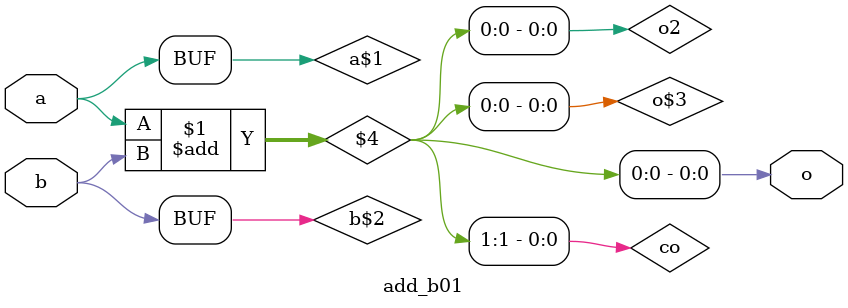
<source format=v>

/* --------------------------------------------------------------------------- */
/* Generated by Yosys 0.23 (git sha1 7ce5011c24b) */

(* \amaranth.hierarchy  = "add_b01" *)
(* top =  1  *)
(* generator = "Amaranth" *)
module add_b01(b, o, a);
  (* src = "tech/none.py:18" *)
  wire [1:0] \$4 ;
  (* src = "adder.py:182" *)
  input a;
  wire a;
  (* src = "adder.py:212" *)
  wire \a$1 ;
  (* src = "adder.py:183" *)
  input b;
  wire b;
  (* src = "adder.py:213" *)
  wire \b$2 ;
  (* src = "adder.py:216" *)
  wire co;
  (* src = "adder.py:184" *)
  output o;
  wire o;
  (* src = "adder.py:214" *)
  wire \o$3 ;
  (* src = "adder.py:250" *)
  wire o2;
  assign \$4  = \a$1  + (* src = "tech/none.py:18" *) \b$2 ;
  assign o = o2;
  assign o2 = \o$3 ;
  assign { co, \o$3  } = \$4 ;
  assign \b$2  = b;
  assign \a$1  = a;
endmodule

/* --------------------------------------------------------------------------- */
/* Generated by Yosys 0.23 (git sha1 7ce5011c24b) */

(* \amaranth.hierarchy  = "add_b02" *)
(* top =  1  *)
(* generator = "Amaranth" *)
module add_b02(b, o, a);
  (* src = "tech/none.py:18" *)
  wire [1:0] \$4 ;
  (* src = "tech/none.py:15" *)
  wire [2:0] \$6 ;
  (* src = "tech/none.py:15" *)
  wire [1:0] \$7 ;
  (* src = "tech/none.py:15" *)
  wire [2:0] \$9 ;
  (* src = "adder.py:182" *)
  input [1:0] a;
  wire [1:0] a;
  (* src = "adder.py:212" *)
  wire [1:0] \a$1 ;
  (* src = "adder.py:183" *)
  input [1:0] b;
  wire [1:0] b;
  (* src = "adder.py:213" *)
  wire [1:0] \b$2 ;
  (* src = "adder.py:215" *)
  wire [1:0] ci;
  (* src = "adder.py:216" *)
  wire [1:0] co;
  (* src = "adder.py:184" *)
  output [1:0] o;
  wire [1:0] o;
  (* src = "adder.py:214" *)
  wire [1:0] \o$3 ;
  (* src = "adder.py:250" *)
  wire [1:0] o2;
  assign \$9  = \$7  + (* src = "tech/none.py:15" *) ci[1];
  assign \$4  = \a$1 [0] + (* src = "tech/none.py:18" *) \b$2 [0];
  assign \$7  = \a$1 [1] + (* src = "tech/none.py:15" *) \b$2 [1];
  assign \$6  = \$9 ;
  assign o = o2;
  assign o2 = \o$3 ;
  assign ci[1] = co[0];
  assign ci[0] = 1'h0;
  assign { co[1], \o$3 [1] } = \$9 [1:0];
  assign { co[0], \o$3 [0] } = \$4 ;
  assign \b$2  = b;
  assign \a$1  = a;
endmodule

/* --------------------------------------------------------------------------- */
/* Generated by Yosys 0.23 (git sha1 7ce5011c24b) */

(* \amaranth.hierarchy  = "add_b03" *)
(* top =  1  *)
(* generator = "Amaranth" *)
module add_b03(b, o, a);
  (* src = "tech/none.py:15" *)
  wire [2:0] \$11 ;
  (* src = "tech/none.py:15" *)
  wire [1:0] \$12 ;
  (* src = "tech/none.py:15" *)
  wire [2:0] \$14 ;
  (* src = "tech/none.py:18" *)
  wire [1:0] \$4 ;
  (* src = "tech/none.py:15" *)
  wire [2:0] \$6 ;
  (* src = "tech/none.py:15" *)
  wire [1:0] \$7 ;
  (* src = "tech/none.py:15" *)
  wire [2:0] \$9 ;
  (* src = "adder.py:182" *)
  input [2:0] a;
  wire [2:0] a;
  (* src = "adder.py:212" *)
  wire [2:0] \a$1 ;
  (* src = "adder.py:183" *)
  input [2:0] b;
  wire [2:0] b;
  (* src = "adder.py:213" *)
  wire [2:0] \b$2 ;
  (* src = "adder.py:215" *)
  wire [2:0] ci;
  (* src = "adder.py:216" *)
  wire [2:0] co;
  (* src = "adder.py:184" *)
  output [2:0] o;
  wire [2:0] o;
  (* src = "adder.py:214" *)
  wire [2:0] \o$3 ;
  (* src = "adder.py:250" *)
  wire [2:0] o2;
  assign \$9  = \$7  + (* src = "tech/none.py:15" *) ci[1];
  assign \$12  = \a$1 [2] + (* src = "tech/none.py:15" *) \b$2 [2];
  assign \$14  = \$12  + (* src = "tech/none.py:15" *) ci[2];
  assign \$4  = \a$1 [0] + (* src = "tech/none.py:18" *) \b$2 [0];
  assign \$7  = \a$1 [1] + (* src = "tech/none.py:15" *) \b$2 [1];
  assign \$6  = \$9 ;
  assign \$11  = \$14 ;
  assign o = o2;
  assign o2 = \o$3 ;
  assign ci[2] = co[1];
  assign ci[1] = co[0];
  assign ci[0] = 1'h0;
  assign { co[2], \o$3 [2] } = \$14 [1:0];
  assign { co[1], \o$3 [1] } = \$9 [1:0];
  assign { co[0], \o$3 [0] } = \$4 ;
  assign \b$2  = b;
  assign \a$1  = a;
endmodule

/* --------------------------------------------------------------------------- */
/* Generated by Yosys 0.23 (git sha1 7ce5011c24b) */

(* \amaranth.hierarchy  = "add_b04" *)
(* top =  1  *)
(* generator = "Amaranth" *)
module add_b04(b, o, a);
  (* src = "tech/none.py:15" *)
  wire [2:0] \$11 ;
  (* src = "tech/none.py:15" *)
  wire [1:0] \$12 ;
  (* src = "tech/none.py:15" *)
  wire [2:0] \$14 ;
  (* src = "tech/none.py:15" *)
  wire [2:0] \$16 ;
  (* src = "tech/none.py:15" *)
  wire [1:0] \$17 ;
  (* src = "tech/none.py:15" *)
  wire [2:0] \$19 ;
  (* src = "tech/none.py:18" *)
  wire [1:0] \$4 ;
  (* src = "tech/none.py:15" *)
  wire [2:0] \$6 ;
  (* src = "tech/none.py:15" *)
  wire [1:0] \$7 ;
  (* src = "tech/none.py:15" *)
  wire [2:0] \$9 ;
  (* src = "adder.py:182" *)
  input [3:0] a;
  wire [3:0] a;
  (* src = "adder.py:212" *)
  wire [3:0] \a$1 ;
  (* src = "adder.py:183" *)
  input [3:0] b;
  wire [3:0] b;
  (* src = "adder.py:213" *)
  wire [3:0] \b$2 ;
  (* src = "adder.py:215" *)
  wire [3:0] ci;
  (* src = "adder.py:216" *)
  wire [3:0] co;
  (* src = "adder.py:184" *)
  output [3:0] o;
  wire [3:0] o;
  (* src = "adder.py:214" *)
  wire [3:0] \o$3 ;
  (* src = "adder.py:250" *)
  wire [3:0] o2;
  assign \$9  = \$7  + (* src = "tech/none.py:15" *) ci[1];
  assign \$12  = \a$1 [2] + (* src = "tech/none.py:15" *) \b$2 [2];
  assign \$14  = \$12  + (* src = "tech/none.py:15" *) ci[2];
  assign \$17  = \a$1 [3] + (* src = "tech/none.py:15" *) \b$2 [3];
  assign \$19  = \$17  + (* src = "tech/none.py:15" *) ci[3];
  assign \$4  = \a$1 [0] + (* src = "tech/none.py:18" *) \b$2 [0];
  assign \$7  = \a$1 [1] + (* src = "tech/none.py:15" *) \b$2 [1];
  assign \$6  = \$9 ;
  assign \$11  = \$14 ;
  assign \$16  = \$19 ;
  assign o = o2;
  assign o2 = \o$3 ;
  assign ci[3] = co[2];
  assign ci[2] = co[1];
  assign ci[1] = co[0];
  assign ci[0] = 1'h0;
  assign { co[3], \o$3 [3] } = \$19 [1:0];
  assign { co[2], \o$3 [2] } = \$14 [1:0];
  assign { co[1], \o$3 [1] } = \$9 [1:0];
  assign { co[0], \o$3 [0] } = \$4 ;
  assign \b$2  = b;
  assign \a$1  = a;
endmodule

/* --------------------------------------------------------------------------- */
/* Generated by Yosys 0.23 (git sha1 7ce5011c24b) */

(* \amaranth.hierarchy  = "add_b05" *)
(* top =  1  *)
(* generator = "Amaranth" *)
module add_b05(b, o, a);
  (* src = "tech/none.py:15" *)
  wire [2:0] \$11 ;
  (* src = "tech/none.py:15" *)
  wire [1:0] \$12 ;
  (* src = "tech/none.py:15" *)
  wire [2:0] \$14 ;
  (* src = "tech/none.py:15" *)
  wire [2:0] \$16 ;
  (* src = "tech/none.py:15" *)
  wire [1:0] \$17 ;
  (* src = "tech/none.py:15" *)
  wire [2:0] \$19 ;
  (* src = "tech/none.py:15" *)
  wire [2:0] \$21 ;
  (* src = "tech/none.py:15" *)
  wire [1:0] \$22 ;
  (* src = "tech/none.py:15" *)
  wire [2:0] \$24 ;
  (* src = "tech/none.py:18" *)
  wire [1:0] \$4 ;
  (* src = "tech/none.py:15" *)
  wire [2:0] \$6 ;
  (* src = "tech/none.py:15" *)
  wire [1:0] \$7 ;
  (* src = "tech/none.py:15" *)
  wire [2:0] \$9 ;
  (* src = "adder.py:182" *)
  input [4:0] a;
  wire [4:0] a;
  (* src = "adder.py:212" *)
  wire [4:0] \a$1 ;
  (* src = "adder.py:183" *)
  input [4:0] b;
  wire [4:0] b;
  (* src = "adder.py:213" *)
  wire [4:0] \b$2 ;
  (* src = "adder.py:215" *)
  wire [4:0] ci;
  (* src = "adder.py:216" *)
  wire [4:0] co;
  (* src = "adder.py:184" *)
  output [4:0] o;
  wire [4:0] o;
  (* src = "adder.py:214" *)
  wire [4:0] \o$3 ;
  (* src = "adder.py:250" *)
  wire [4:0] o2;
  assign \$9  = \$7  + (* src = "tech/none.py:15" *) ci[1];
  assign \$12  = \a$1 [2] + (* src = "tech/none.py:15" *) \b$2 [2];
  assign \$14  = \$12  + (* src = "tech/none.py:15" *) ci[2];
  assign \$17  = \a$1 [3] + (* src = "tech/none.py:15" *) \b$2 [3];
  assign \$19  = \$17  + (* src = "tech/none.py:15" *) ci[3];
  assign \$22  = \a$1 [4] + (* src = "tech/none.py:15" *) \b$2 [4];
  assign \$24  = \$22  + (* src = "tech/none.py:15" *) ci[4];
  assign \$4  = \a$1 [0] + (* src = "tech/none.py:18" *) \b$2 [0];
  assign \$7  = \a$1 [1] + (* src = "tech/none.py:15" *) \b$2 [1];
  assign \$6  = \$9 ;
  assign \$11  = \$14 ;
  assign \$16  = \$19 ;
  assign \$21  = \$24 ;
  assign o = o2;
  assign o2 = \o$3 ;
  assign ci[4] = co[3];
  assign ci[3] = co[2];
  assign ci[2] = co[1];
  assign ci[1] = co[0];
  assign ci[0] = 1'h0;
  assign { co[4], \o$3 [4] } = \$24 [1:0];
  assign { co[3], \o$3 [3] } = \$19 [1:0];
  assign { co[2], \o$3 [2] } = \$14 [1:0];
  assign { co[1], \o$3 [1] } = \$9 [1:0];
  assign { co[0], \o$3 [0] } = \$4 ;
  assign \b$2  = b;
  assign \a$1  = a;
endmodule

/* --------------------------------------------------------------------------- */
/* Generated by Yosys 0.23 (git sha1 7ce5011c24b) */

(* \amaranth.hierarchy  = "add_b06" *)
(* top =  1  *)
(* generator = "Amaranth" *)
module add_b06(b, o, a);
  (* src = "tech/none.py:15" *)
  wire [2:0] \$11 ;
  (* src = "tech/none.py:15" *)
  wire [1:0] \$12 ;
  (* src = "tech/none.py:15" *)
  wire [2:0] \$14 ;
  (* src = "tech/none.py:15" *)
  wire [2:0] \$16 ;
  (* src = "tech/none.py:15" *)
  wire [1:0] \$17 ;
  (* src = "tech/none.py:15" *)
  wire [2:0] \$19 ;
  (* src = "tech/none.py:15" *)
  wire [2:0] \$21 ;
  (* src = "tech/none.py:15" *)
  wire [1:0] \$22 ;
  (* src = "tech/none.py:15" *)
  wire [2:0] \$24 ;
  (* src = "tech/none.py:15" *)
  wire [2:0] \$26 ;
  (* src = "tech/none.py:15" *)
  wire [1:0] \$27 ;
  (* src = "tech/none.py:15" *)
  wire [2:0] \$29 ;
  (* src = "tech/none.py:18" *)
  wire [1:0] \$4 ;
  (* src = "tech/none.py:15" *)
  wire [2:0] \$6 ;
  (* src = "tech/none.py:15" *)
  wire [1:0] \$7 ;
  (* src = "tech/none.py:15" *)
  wire [2:0] \$9 ;
  (* src = "adder.py:182" *)
  input [5:0] a;
  wire [5:0] a;
  (* src = "adder.py:212" *)
  wire [5:0] \a$1 ;
  (* src = "adder.py:183" *)
  input [5:0] b;
  wire [5:0] b;
  (* src = "adder.py:213" *)
  wire [5:0] \b$2 ;
  (* src = "adder.py:215" *)
  wire [5:0] ci;
  (* src = "adder.py:216" *)
  wire [5:0] co;
  (* src = "adder.py:184" *)
  output [5:0] o;
  wire [5:0] o;
  (* src = "adder.py:214" *)
  wire [5:0] \o$3 ;
  (* src = "adder.py:250" *)
  wire [5:0] o2;
  assign \$9  = \$7  + (* src = "tech/none.py:15" *) ci[1];
  assign \$12  = \a$1 [2] + (* src = "tech/none.py:15" *) \b$2 [2];
  assign \$14  = \$12  + (* src = "tech/none.py:15" *) ci[2];
  assign \$17  = \a$1 [3] + (* src = "tech/none.py:15" *) \b$2 [3];
  assign \$19  = \$17  + (* src = "tech/none.py:15" *) ci[3];
  assign \$22  = \a$1 [4] + (* src = "tech/none.py:15" *) \b$2 [4];
  assign \$24  = \$22  + (* src = "tech/none.py:15" *) ci[4];
  assign \$27  = \a$1 [5] + (* src = "tech/none.py:15" *) \b$2 [5];
  assign \$29  = \$27  + (* src = "tech/none.py:15" *) ci[5];
  assign \$4  = \a$1 [0] + (* src = "tech/none.py:18" *) \b$2 [0];
  assign \$7  = \a$1 [1] + (* src = "tech/none.py:15" *) \b$2 [1];
  assign \$6  = \$9 ;
  assign \$11  = \$14 ;
  assign \$16  = \$19 ;
  assign \$21  = \$24 ;
  assign \$26  = \$29 ;
  assign o = o2;
  assign o2 = \o$3 ;
  assign ci[5] = co[4];
  assign ci[4] = co[3];
  assign ci[3] = co[2];
  assign ci[2] = co[1];
  assign ci[1] = co[0];
  assign ci[0] = 1'h0;
  assign { co[5], \o$3 [5] } = \$29 [1:0];
  assign { co[4], \o$3 [4] } = \$24 [1:0];
  assign { co[3], \o$3 [3] } = \$19 [1:0];
  assign { co[2], \o$3 [2] } = \$14 [1:0];
  assign { co[1], \o$3 [1] } = \$9 [1:0];
  assign { co[0], \o$3 [0] } = \$4 ;
  assign \b$2  = b;
  assign \a$1  = a;
endmodule

/* --------------------------------------------------------------------------- */
/* Generated by Yosys 0.23 (git sha1 7ce5011c24b) */

(* \amaranth.hierarchy  = "add_b07" *)
(* top =  1  *)
(* generator = "Amaranth" *)
module add_b07(b, o, a);
  (* src = "tech/none.py:15" *)
  wire [2:0] \$11 ;
  (* src = "tech/none.py:15" *)
  wire [1:0] \$12 ;
  (* src = "tech/none.py:15" *)
  wire [2:0] \$14 ;
  (* src = "tech/none.py:15" *)
  wire [2:0] \$16 ;
  (* src = "tech/none.py:15" *)
  wire [1:0] \$17 ;
  (* src = "tech/none.py:15" *)
  wire [2:0] \$19 ;
  (* src = "tech/none.py:15" *)
  wire [2:0] \$21 ;
  (* src = "tech/none.py:15" *)
  wire [1:0] \$22 ;
  (* src = "tech/none.py:15" *)
  wire [2:0] \$24 ;
  (* src = "tech/none.py:15" *)
  wire [2:0] \$26 ;
  (* src = "tech/none.py:15" *)
  wire [1:0] \$27 ;
  (* src = "tech/none.py:15" *)
  wire [2:0] \$29 ;
  (* src = "tech/none.py:15" *)
  wire [2:0] \$31 ;
  (* src = "tech/none.py:15" *)
  wire [1:0] \$32 ;
  (* src = "tech/none.py:15" *)
  wire [2:0] \$34 ;
  (* src = "tech/none.py:18" *)
  wire [1:0] \$4 ;
  (* src = "tech/none.py:15" *)
  wire [2:0] \$6 ;
  (* src = "tech/none.py:15" *)
  wire [1:0] \$7 ;
  (* src = "tech/none.py:15" *)
  wire [2:0] \$9 ;
  (* src = "adder.py:182" *)
  input [6:0] a;
  wire [6:0] a;
  (* src = "adder.py:212" *)
  wire [6:0] \a$1 ;
  (* src = "adder.py:183" *)
  input [6:0] b;
  wire [6:0] b;
  (* src = "adder.py:213" *)
  wire [6:0] \b$2 ;
  (* src = "adder.py:215" *)
  wire [6:0] ci;
  (* src = "adder.py:216" *)
  wire [6:0] co;
  (* src = "adder.py:184" *)
  output [6:0] o;
  wire [6:0] o;
  (* src = "adder.py:214" *)
  wire [6:0] \o$3 ;
  (* src = "adder.py:250" *)
  wire [6:0] o2;
  assign \$9  = \$7  + (* src = "tech/none.py:15" *) ci[1];
  assign \$12  = \a$1 [2] + (* src = "tech/none.py:15" *) \b$2 [2];
  assign \$14  = \$12  + (* src = "tech/none.py:15" *) ci[2];
  assign \$17  = \a$1 [3] + (* src = "tech/none.py:15" *) \b$2 [3];
  assign \$19  = \$17  + (* src = "tech/none.py:15" *) ci[3];
  assign \$22  = \a$1 [4] + (* src = "tech/none.py:15" *) \b$2 [4];
  assign \$24  = \$22  + (* src = "tech/none.py:15" *) ci[4];
  assign \$27  = \a$1 [5] + (* src = "tech/none.py:15" *) \b$2 [5];
  assign \$29  = \$27  + (* src = "tech/none.py:15" *) ci[5];
  assign \$32  = \a$1 [6] + (* src = "tech/none.py:15" *) \b$2 [6];
  assign \$34  = \$32  + (* src = "tech/none.py:15" *) ci[6];
  assign \$4  = \a$1 [0] + (* src = "tech/none.py:18" *) \b$2 [0];
  assign \$7  = \a$1 [1] + (* src = "tech/none.py:15" *) \b$2 [1];
  assign \$6  = \$9 ;
  assign \$11  = \$14 ;
  assign \$16  = \$19 ;
  assign \$21  = \$24 ;
  assign \$26  = \$29 ;
  assign \$31  = \$34 ;
  assign o = o2;
  assign o2 = \o$3 ;
  assign ci[6] = co[5];
  assign ci[5] = co[4];
  assign ci[4] = co[3];
  assign ci[3] = co[2];
  assign ci[2] = co[1];
  assign ci[1] = co[0];
  assign ci[0] = 1'h0;
  assign { co[6], \o$3 [6] } = \$34 [1:0];
  assign { co[5], \o$3 [5] } = \$29 [1:0];
  assign { co[4], \o$3 [4] } = \$24 [1:0];
  assign { co[3], \o$3 [3] } = \$19 [1:0];
  assign { co[2], \o$3 [2] } = \$14 [1:0];
  assign { co[1], \o$3 [1] } = \$9 [1:0];
  assign { co[0], \o$3 [0] } = \$4 ;
  assign \b$2  = b;
  assign \a$1  = a;
endmodule

/* --------------------------------------------------------------------------- */
/* Generated by Yosys 0.23 (git sha1 7ce5011c24b) */

(* \amaranth.hierarchy  = "add_b08" *)
(* top =  1  *)
(* generator = "Amaranth" *)
module add_b08(b, o, a);
  (* src = "tech/none.py:15" *)
  wire [2:0] \$11 ;
  (* src = "tech/none.py:15" *)
  wire [1:0] \$12 ;
  (* src = "tech/none.py:15" *)
  wire [2:0] \$14 ;
  (* src = "tech/none.py:15" *)
  wire [2:0] \$16 ;
  (* src = "tech/none.py:15" *)
  wire [1:0] \$17 ;
  (* src = "tech/none.py:15" *)
  wire [2:0] \$19 ;
  (* src = "tech/none.py:15" *)
  wire [2:0] \$21 ;
  (* src = "tech/none.py:15" *)
  wire [1:0] \$22 ;
  (* src = "tech/none.py:15" *)
  wire [2:0] \$24 ;
  (* src = "tech/none.py:15" *)
  wire [2:0] \$26 ;
  (* src = "tech/none.py:15" *)
  wire [1:0] \$27 ;
  (* src = "tech/none.py:15" *)
  wire [2:0] \$29 ;
  (* src = "tech/none.py:15" *)
  wire [2:0] \$31 ;
  (* src = "tech/none.py:15" *)
  wire [1:0] \$32 ;
  (* src = "tech/none.py:15" *)
  wire [2:0] \$34 ;
  (* src = "tech/none.py:15" *)
  wire [2:0] \$36 ;
  (* src = "tech/none.py:15" *)
  wire [1:0] \$37 ;
  (* src = "tech/none.py:15" *)
  wire [2:0] \$39 ;
  (* src = "tech/none.py:18" *)
  wire [1:0] \$4 ;
  (* src = "tech/none.py:15" *)
  wire [2:0] \$6 ;
  (* src = "tech/none.py:15" *)
  wire [1:0] \$7 ;
  (* src = "tech/none.py:15" *)
  wire [2:0] \$9 ;
  (* src = "adder.py:182" *)
  input [7:0] a;
  wire [7:0] a;
  (* src = "adder.py:212" *)
  wire [7:0] \a$1 ;
  (* src = "adder.py:183" *)
  input [7:0] b;
  wire [7:0] b;
  (* src = "adder.py:213" *)
  wire [7:0] \b$2 ;
  (* src = "adder.py:215" *)
  wire [7:0] ci;
  (* src = "adder.py:216" *)
  wire [7:0] co;
  (* src = "adder.py:184" *)
  output [7:0] o;
  wire [7:0] o;
  (* src = "adder.py:214" *)
  wire [7:0] \o$3 ;
  (* src = "adder.py:250" *)
  wire [7:0] o2;
  assign \$9  = \$7  + (* src = "tech/none.py:15" *) ci[1];
  assign \$12  = \a$1 [2] + (* src = "tech/none.py:15" *) \b$2 [2];
  assign \$14  = \$12  + (* src = "tech/none.py:15" *) ci[2];
  assign \$17  = \a$1 [3] + (* src = "tech/none.py:15" *) \b$2 [3];
  assign \$19  = \$17  + (* src = "tech/none.py:15" *) ci[3];
  assign \$22  = \a$1 [4] + (* src = "tech/none.py:15" *) \b$2 [4];
  assign \$24  = \$22  + (* src = "tech/none.py:15" *) ci[4];
  assign \$27  = \a$1 [5] + (* src = "tech/none.py:15" *) \b$2 [5];
  assign \$29  = \$27  + (* src = "tech/none.py:15" *) ci[5];
  assign \$32  = \a$1 [6] + (* src = "tech/none.py:15" *) \b$2 [6];
  assign \$34  = \$32  + (* src = "tech/none.py:15" *) ci[6];
  assign \$37  = \a$1 [7] + (* src = "tech/none.py:15" *) \b$2 [7];
  assign \$39  = \$37  + (* src = "tech/none.py:15" *) ci[7];
  assign \$4  = \a$1 [0] + (* src = "tech/none.py:18" *) \b$2 [0];
  assign \$7  = \a$1 [1] + (* src = "tech/none.py:15" *) \b$2 [1];
  assign \$6  = \$9 ;
  assign \$11  = \$14 ;
  assign \$16  = \$19 ;
  assign \$21  = \$24 ;
  assign \$26  = \$29 ;
  assign \$31  = \$34 ;
  assign \$36  = \$39 ;
  assign o = o2;
  assign o2 = \o$3 ;
  assign ci[7] = co[6];
  assign ci[6] = co[5];
  assign ci[5] = co[4];
  assign ci[4] = co[3];
  assign ci[3] = co[2];
  assign ci[2] = co[1];
  assign ci[1] = co[0];
  assign ci[0] = 1'h0;
  assign { co[7], \o$3 [7] } = \$39 [1:0];
  assign { co[6], \o$3 [6] } = \$34 [1:0];
  assign { co[5], \o$3 [5] } = \$29 [1:0];
  assign { co[4], \o$3 [4] } = \$24 [1:0];
  assign { co[3], \o$3 [3] } = \$19 [1:0];
  assign { co[2], \o$3 [2] } = \$14 [1:0];
  assign { co[1], \o$3 [1] } = \$9 [1:0];
  assign { co[0], \o$3 [0] } = \$4 ;
  assign \b$2  = b;
  assign \a$1  = a;
endmodule

/* --------------------------------------------------------------------------- */
/* Generated by Yosys 0.23 (git sha1 7ce5011c24b) */

(* \amaranth.hierarchy  = "add_b09" *)
(* top =  1  *)
(* generator = "Amaranth" *)
module add_b09(b, o, a);
  (* src = "tech/none.py:15" *)
  wire [2:0] \$11 ;
  (* src = "tech/none.py:15" *)
  wire [1:0] \$12 ;
  (* src = "tech/none.py:15" *)
  wire [2:0] \$14 ;
  (* src = "tech/none.py:15" *)
  wire [2:0] \$16 ;
  (* src = "tech/none.py:15" *)
  wire [1:0] \$17 ;
  (* src = "tech/none.py:15" *)
  wire [2:0] \$19 ;
  (* src = "tech/none.py:15" *)
  wire [2:0] \$21 ;
  (* src = "tech/none.py:15" *)
  wire [1:0] \$22 ;
  (* src = "tech/none.py:15" *)
  wire [2:0] \$24 ;
  (* src = "tech/none.py:15" *)
  wire [2:0] \$26 ;
  (* src = "tech/none.py:15" *)
  wire [1:0] \$27 ;
  (* src = "tech/none.py:15" *)
  wire [2:0] \$29 ;
  (* src = "tech/none.py:15" *)
  wire [2:0] \$31 ;
  (* src = "tech/none.py:15" *)
  wire [1:0] \$32 ;
  (* src = "tech/none.py:15" *)
  wire [2:0] \$34 ;
  (* src = "tech/none.py:15" *)
  wire [2:0] \$36 ;
  (* src = "tech/none.py:15" *)
  wire [1:0] \$37 ;
  (* src = "tech/none.py:15" *)
  wire [2:0] \$39 ;
  (* src = "tech/none.py:18" *)
  wire [1:0] \$4 ;
  (* src = "tech/none.py:15" *)
  wire [2:0] \$41 ;
  (* src = "tech/none.py:15" *)
  wire [1:0] \$42 ;
  (* src = "tech/none.py:15" *)
  wire [2:0] \$44 ;
  (* src = "tech/none.py:15" *)
  wire [2:0] \$6 ;
  (* src = "tech/none.py:15" *)
  wire [1:0] \$7 ;
  (* src = "tech/none.py:15" *)
  wire [2:0] \$9 ;
  (* src = "adder.py:182" *)
  input [8:0] a;
  wire [8:0] a;
  (* src = "adder.py:212" *)
  wire [8:0] \a$1 ;
  (* src = "adder.py:183" *)
  input [8:0] b;
  wire [8:0] b;
  (* src = "adder.py:213" *)
  wire [8:0] \b$2 ;
  (* src = "adder.py:215" *)
  wire [8:0] ci;
  (* src = "adder.py:216" *)
  wire [8:0] co;
  (* src = "adder.py:184" *)
  output [8:0] o;
  wire [8:0] o;
  (* src = "adder.py:214" *)
  wire [8:0] \o$3 ;
  (* src = "adder.py:250" *)
  wire [8:0] o2;
  assign \$9  = \$7  + (* src = "tech/none.py:15" *) ci[1];
  assign \$12  = \a$1 [2] + (* src = "tech/none.py:15" *) \b$2 [2];
  assign \$14  = \$12  + (* src = "tech/none.py:15" *) ci[2];
  assign \$17  = \a$1 [3] + (* src = "tech/none.py:15" *) \b$2 [3];
  assign \$19  = \$17  + (* src = "tech/none.py:15" *) ci[3];
  assign \$22  = \a$1 [4] + (* src = "tech/none.py:15" *) \b$2 [4];
  assign \$24  = \$22  + (* src = "tech/none.py:15" *) ci[4];
  assign \$27  = \a$1 [5] + (* src = "tech/none.py:15" *) \b$2 [5];
  assign \$29  = \$27  + (* src = "tech/none.py:15" *) ci[5];
  assign \$32  = \a$1 [6] + (* src = "tech/none.py:15" *) \b$2 [6];
  assign \$34  = \$32  + (* src = "tech/none.py:15" *) ci[6];
  assign \$37  = \a$1 [7] + (* src = "tech/none.py:15" *) \b$2 [7];
  assign \$39  = \$37  + (* src = "tech/none.py:15" *) ci[7];
  assign \$42  = \a$1 [8] + (* src = "tech/none.py:15" *) \b$2 [8];
  assign \$44  = \$42  + (* src = "tech/none.py:15" *) ci[8];
  assign \$4  = \a$1 [0] + (* src = "tech/none.py:18" *) \b$2 [0];
  assign \$7  = \a$1 [1] + (* src = "tech/none.py:15" *) \b$2 [1];
  assign \$6  = \$9 ;
  assign \$11  = \$14 ;
  assign \$16  = \$19 ;
  assign \$21  = \$24 ;
  assign \$26  = \$29 ;
  assign \$31  = \$34 ;
  assign \$36  = \$39 ;
  assign \$41  = \$44 ;
  assign o = o2;
  assign o2 = \o$3 ;
  assign ci[8] = co[7];
  assign ci[7] = co[6];
  assign ci[6] = co[5];
  assign ci[5] = co[4];
  assign ci[4] = co[3];
  assign ci[3] = co[2];
  assign ci[2] = co[1];
  assign ci[1] = co[0];
  assign ci[0] = 1'h0;
  assign { co[8], \o$3 [8] } = \$44 [1:0];
  assign { co[7], \o$3 [7] } = \$39 [1:0];
  assign { co[6], \o$3 [6] } = \$34 [1:0];
  assign { co[5], \o$3 [5] } = \$29 [1:0];
  assign { co[4], \o$3 [4] } = \$24 [1:0];
  assign { co[3], \o$3 [3] } = \$19 [1:0];
  assign { co[2], \o$3 [2] } = \$14 [1:0];
  assign { co[1], \o$3 [1] } = \$9 [1:0];
  assign { co[0], \o$3 [0] } = \$4 ;
  assign \b$2  = b;
  assign \a$1  = a;
endmodule

/* --------------------------------------------------------------------------- */
/* Generated by Yosys 0.23 (git sha1 7ce5011c24b) */

(* \amaranth.hierarchy  = "add_b10" *)
(* top =  1  *)
(* generator = "Amaranth" *)
module add_b10(b, o, a);
  (* src = "tech/none.py:15" *)
  wire [2:0] \$11 ;
  (* src = "tech/none.py:15" *)
  wire [1:0] \$12 ;
  (* src = "tech/none.py:15" *)
  wire [2:0] \$14 ;
  (* src = "tech/none.py:15" *)
  wire [2:0] \$16 ;
  (* src = "tech/none.py:15" *)
  wire [1:0] \$17 ;
  (* src = "tech/none.py:15" *)
  wire [2:0] \$19 ;
  (* src = "tech/none.py:15" *)
  wire [2:0] \$21 ;
  (* src = "tech/none.py:15" *)
  wire [1:0] \$22 ;
  (* src = "tech/none.py:15" *)
  wire [2:0] \$24 ;
  (* src = "tech/none.py:15" *)
  wire [2:0] \$26 ;
  (* src = "tech/none.py:15" *)
  wire [1:0] \$27 ;
  (* src = "tech/none.py:15" *)
  wire [2:0] \$29 ;
  (* src = "tech/none.py:15" *)
  wire [2:0] \$31 ;
  (* src = "tech/none.py:15" *)
  wire [1:0] \$32 ;
  (* src = "tech/none.py:15" *)
  wire [2:0] \$34 ;
  (* src = "tech/none.py:15" *)
  wire [2:0] \$36 ;
  (* src = "tech/none.py:15" *)
  wire [1:0] \$37 ;
  (* src = "tech/none.py:15" *)
  wire [2:0] \$39 ;
  (* src = "tech/none.py:18" *)
  wire [1:0] \$4 ;
  (* src = "tech/none.py:15" *)
  wire [2:0] \$41 ;
  (* src = "tech/none.py:15" *)
  wire [1:0] \$42 ;
  (* src = "tech/none.py:15" *)
  wire [2:0] \$44 ;
  (* src = "tech/none.py:15" *)
  wire [2:0] \$46 ;
  (* src = "tech/none.py:15" *)
  wire [1:0] \$47 ;
  (* src = "tech/none.py:15" *)
  wire [2:0] \$49 ;
  (* src = "tech/none.py:15" *)
  wire [2:0] \$6 ;
  (* src = "tech/none.py:15" *)
  wire [1:0] \$7 ;
  (* src = "tech/none.py:15" *)
  wire [2:0] \$9 ;
  (* src = "adder.py:182" *)
  input [9:0] a;
  wire [9:0] a;
  (* src = "adder.py:212" *)
  wire [9:0] \a$1 ;
  (* src = "adder.py:183" *)
  input [9:0] b;
  wire [9:0] b;
  (* src = "adder.py:213" *)
  wire [9:0] \b$2 ;
  (* src = "adder.py:215" *)
  wire [9:0] ci;
  (* src = "adder.py:216" *)
  wire [9:0] co;
  (* src = "adder.py:184" *)
  output [9:0] o;
  wire [9:0] o;
  (* src = "adder.py:214" *)
  wire [9:0] \o$3 ;
  (* src = "adder.py:250" *)
  wire [9:0] o2;
  assign \$9  = \$7  + (* src = "tech/none.py:15" *) ci[1];
  assign \$12  = \a$1 [2] + (* src = "tech/none.py:15" *) \b$2 [2];
  assign \$14  = \$12  + (* src = "tech/none.py:15" *) ci[2];
  assign \$17  = \a$1 [3] + (* src = "tech/none.py:15" *) \b$2 [3];
  assign \$19  = \$17  + (* src = "tech/none.py:15" *) ci[3];
  assign \$22  = \a$1 [4] + (* src = "tech/none.py:15" *) \b$2 [4];
  assign \$24  = \$22  + (* src = "tech/none.py:15" *) ci[4];
  assign \$27  = \a$1 [5] + (* src = "tech/none.py:15" *) \b$2 [5];
  assign \$29  = \$27  + (* src = "tech/none.py:15" *) ci[5];
  assign \$32  = \a$1 [6] + (* src = "tech/none.py:15" *) \b$2 [6];
  assign \$34  = \$32  + (* src = "tech/none.py:15" *) ci[6];
  assign \$37  = \a$1 [7] + (* src = "tech/none.py:15" *) \b$2 [7];
  assign \$39  = \$37  + (* src = "tech/none.py:15" *) ci[7];
  assign \$42  = \a$1 [8] + (* src = "tech/none.py:15" *) \b$2 [8];
  assign \$44  = \$42  + (* src = "tech/none.py:15" *) ci[8];
  assign \$47  = \a$1 [9] + (* src = "tech/none.py:15" *) \b$2 [9];
  assign \$4  = \a$1 [0] + (* src = "tech/none.py:18" *) \b$2 [0];
  assign \$49  = \$47  + (* src = "tech/none.py:15" *) ci[9];
  assign \$7  = \a$1 [1] + (* src = "tech/none.py:15" *) \b$2 [1];
  assign \$6  = \$9 ;
  assign \$11  = \$14 ;
  assign \$16  = \$19 ;
  assign \$21  = \$24 ;
  assign \$26  = \$29 ;
  assign \$31  = \$34 ;
  assign \$36  = \$39 ;
  assign \$41  = \$44 ;
  assign \$46  = \$49 ;
  assign o = o2;
  assign o2 = \o$3 ;
  assign ci[9] = co[8];
  assign ci[8] = co[7];
  assign ci[7] = co[6];
  assign ci[6] = co[5];
  assign ci[5] = co[4];
  assign ci[4] = co[3];
  assign ci[3] = co[2];
  assign ci[2] = co[1];
  assign ci[1] = co[0];
  assign ci[0] = 1'h0;
  assign { co[9], \o$3 [9] } = \$49 [1:0];
  assign { co[8], \o$3 [8] } = \$44 [1:0];
  assign { co[7], \o$3 [7] } = \$39 [1:0];
  assign { co[6], \o$3 [6] } = \$34 [1:0];
  assign { co[5], \o$3 [5] } = \$29 [1:0];
  assign { co[4], \o$3 [4] } = \$24 [1:0];
  assign { co[3], \o$3 [3] } = \$19 [1:0];
  assign { co[2], \o$3 [2] } = \$14 [1:0];
  assign { co[1], \o$3 [1] } = \$9 [1:0];
  assign { co[0], \o$3 [0] } = \$4 ;
  assign \b$2  = b;
  assign \a$1  = a;
endmodule

/* --------------------------------------------------------------------------- */
/* Generated by Yosys 0.23 (git sha1 7ce5011c24b) */

(* \amaranth.hierarchy  = "add_b11" *)
(* top =  1  *)
(* generator = "Amaranth" *)
module add_b11(b, o, a);
  (* src = "tech/none.py:15" *)
  wire [2:0] \$11 ;
  (* src = "tech/none.py:15" *)
  wire [1:0] \$12 ;
  (* src = "tech/none.py:15" *)
  wire [2:0] \$14 ;
  (* src = "tech/none.py:15" *)
  wire [2:0] \$16 ;
  (* src = "tech/none.py:15" *)
  wire [1:0] \$17 ;
  (* src = "tech/none.py:15" *)
  wire [2:0] \$19 ;
  (* src = "tech/none.py:15" *)
  wire [2:0] \$21 ;
  (* src = "tech/none.py:15" *)
  wire [1:0] \$22 ;
  (* src = "tech/none.py:15" *)
  wire [2:0] \$24 ;
  (* src = "tech/none.py:15" *)
  wire [2:0] \$26 ;
  (* src = "tech/none.py:15" *)
  wire [1:0] \$27 ;
  (* src = "tech/none.py:15" *)
  wire [2:0] \$29 ;
  (* src = "tech/none.py:15" *)
  wire [2:0] \$31 ;
  (* src = "tech/none.py:15" *)
  wire [1:0] \$32 ;
  (* src = "tech/none.py:15" *)
  wire [2:0] \$34 ;
  (* src = "tech/none.py:15" *)
  wire [2:0] \$36 ;
  (* src = "tech/none.py:15" *)
  wire [1:0] \$37 ;
  (* src = "tech/none.py:15" *)
  wire [2:0] \$39 ;
  (* src = "tech/none.py:18" *)
  wire [1:0] \$4 ;
  (* src = "tech/none.py:15" *)
  wire [2:0] \$41 ;
  (* src = "tech/none.py:15" *)
  wire [1:0] \$42 ;
  (* src = "tech/none.py:15" *)
  wire [2:0] \$44 ;
  (* src = "tech/none.py:15" *)
  wire [2:0] \$46 ;
  (* src = "tech/none.py:15" *)
  wire [1:0] \$47 ;
  (* src = "tech/none.py:15" *)
  wire [2:0] \$49 ;
  (* src = "tech/none.py:15" *)
  wire [2:0] \$51 ;
  (* src = "tech/none.py:15" *)
  wire [1:0] \$52 ;
  (* src = "tech/none.py:15" *)
  wire [2:0] \$54 ;
  (* src = "tech/none.py:15" *)
  wire [2:0] \$6 ;
  (* src = "tech/none.py:15" *)
  wire [1:0] \$7 ;
  (* src = "tech/none.py:15" *)
  wire [2:0] \$9 ;
  (* src = "adder.py:182" *)
  input [10:0] a;
  wire [10:0] a;
  (* src = "adder.py:212" *)
  wire [10:0] \a$1 ;
  (* src = "adder.py:183" *)
  input [10:0] b;
  wire [10:0] b;
  (* src = "adder.py:213" *)
  wire [10:0] \b$2 ;
  (* src = "adder.py:215" *)
  wire [10:0] ci;
  (* src = "adder.py:216" *)
  wire [10:0] co;
  (* src = "adder.py:184" *)
  output [10:0] o;
  wire [10:0] o;
  (* src = "adder.py:214" *)
  wire [10:0] \o$3 ;
  (* src = "adder.py:250" *)
  wire [10:0] o2;
  assign \$9  = \$7  + (* src = "tech/none.py:15" *) ci[1];
  assign \$12  = \a$1 [2] + (* src = "tech/none.py:15" *) \b$2 [2];
  assign \$14  = \$12  + (* src = "tech/none.py:15" *) ci[2];
  assign \$17  = \a$1 [3] + (* src = "tech/none.py:15" *) \b$2 [3];
  assign \$19  = \$17  + (* src = "tech/none.py:15" *) ci[3];
  assign \$22  = \a$1 [4] + (* src = "tech/none.py:15" *) \b$2 [4];
  assign \$24  = \$22  + (* src = "tech/none.py:15" *) ci[4];
  assign \$27  = \a$1 [5] + (* src = "tech/none.py:15" *) \b$2 [5];
  assign \$29  = \$27  + (* src = "tech/none.py:15" *) ci[5];
  assign \$32  = \a$1 [6] + (* src = "tech/none.py:15" *) \b$2 [6];
  assign \$34  = \$32  + (* src = "tech/none.py:15" *) ci[6];
  assign \$37  = \a$1 [7] + (* src = "tech/none.py:15" *) \b$2 [7];
  assign \$39  = \$37  + (* src = "tech/none.py:15" *) ci[7];
  assign \$42  = \a$1 [8] + (* src = "tech/none.py:15" *) \b$2 [8];
  assign \$44  = \$42  + (* src = "tech/none.py:15" *) ci[8];
  assign \$47  = \a$1 [9] + (* src = "tech/none.py:15" *) \b$2 [9];
  assign \$4  = \a$1 [0] + (* src = "tech/none.py:18" *) \b$2 [0];
  assign \$49  = \$47  + (* src = "tech/none.py:15" *) ci[9];
  assign \$52  = \a$1 [10] + (* src = "tech/none.py:15" *) \b$2 [10];
  assign \$54  = \$52  + (* src = "tech/none.py:15" *) ci[10];
  assign \$7  = \a$1 [1] + (* src = "tech/none.py:15" *) \b$2 [1];
  assign \$6  = \$9 ;
  assign \$11  = \$14 ;
  assign \$16  = \$19 ;
  assign \$21  = \$24 ;
  assign \$26  = \$29 ;
  assign \$31  = \$34 ;
  assign \$36  = \$39 ;
  assign \$41  = \$44 ;
  assign \$46  = \$49 ;
  assign \$51  = \$54 ;
  assign o = o2;
  assign o2 = \o$3 ;
  assign ci[10] = co[9];
  assign ci[9] = co[8];
  assign ci[8] = co[7];
  assign ci[7] = co[6];
  assign ci[6] = co[5];
  assign ci[5] = co[4];
  assign ci[4] = co[3];
  assign ci[3] = co[2];
  assign ci[2] = co[1];
  assign ci[1] = co[0];
  assign ci[0] = 1'h0;
  assign { co[10], \o$3 [10] } = \$54 [1:0];
  assign { co[9], \o$3 [9] } = \$49 [1:0];
  assign { co[8], \o$3 [8] } = \$44 [1:0];
  assign { co[7], \o$3 [7] } = \$39 [1:0];
  assign { co[6], \o$3 [6] } = \$34 [1:0];
  assign { co[5], \o$3 [5] } = \$29 [1:0];
  assign { co[4], \o$3 [4] } = \$24 [1:0];
  assign { co[3], \o$3 [3] } = \$19 [1:0];
  assign { co[2], \o$3 [2] } = \$14 [1:0];
  assign { co[1], \o$3 [1] } = \$9 [1:0];
  assign { co[0], \o$3 [0] } = \$4 ;
  assign \b$2  = b;
  assign \a$1  = a;
endmodule

/* --------------------------------------------------------------------------- */
/* Generated by Yosys 0.23 (git sha1 7ce5011c24b) */

(* \amaranth.hierarchy  = "add_b12" *)
(* top =  1  *)
(* generator = "Amaranth" *)
module add_b12(b, o, a);
  (* src = "tech/none.py:15" *)
  wire [2:0] \$11 ;
  (* src = "tech/none.py:15" *)
  wire [1:0] \$12 ;
  (* src = "tech/none.py:15" *)
  wire [2:0] \$14 ;
  (* src = "tech/none.py:15" *)
  wire [2:0] \$16 ;
  (* src = "tech/none.py:15" *)
  wire [1:0] \$17 ;
  (* src = "tech/none.py:15" *)
  wire [2:0] \$19 ;
  (* src = "tech/none.py:15" *)
  wire [2:0] \$21 ;
  (* src = "tech/none.py:15" *)
  wire [1:0] \$22 ;
  (* src = "tech/none.py:15" *)
  wire [2:0] \$24 ;
  (* src = "tech/none.py:15" *)
  wire [2:0] \$26 ;
  (* src = "tech/none.py:15" *)
  wire [1:0] \$27 ;
  (* src = "tech/none.py:15" *)
  wire [2:0] \$29 ;
  (* src = "tech/none.py:15" *)
  wire [2:0] \$31 ;
  (* src = "tech/none.py:15" *)
  wire [1:0] \$32 ;
  (* src = "tech/none.py:15" *)
  wire [2:0] \$34 ;
  (* src = "tech/none.py:15" *)
  wire [2:0] \$36 ;
  (* src = "tech/none.py:15" *)
  wire [1:0] \$37 ;
  (* src = "tech/none.py:15" *)
  wire [2:0] \$39 ;
  (* src = "tech/none.py:18" *)
  wire [1:0] \$4 ;
  (* src = "tech/none.py:15" *)
  wire [2:0] \$41 ;
  (* src = "tech/none.py:15" *)
  wire [1:0] \$42 ;
  (* src = "tech/none.py:15" *)
  wire [2:0] \$44 ;
  (* src = "tech/none.py:15" *)
  wire [2:0] \$46 ;
  (* src = "tech/none.py:15" *)
  wire [1:0] \$47 ;
  (* src = "tech/none.py:15" *)
  wire [2:0] \$49 ;
  (* src = "tech/none.py:15" *)
  wire [2:0] \$51 ;
  (* src = "tech/none.py:15" *)
  wire [1:0] \$52 ;
  (* src = "tech/none.py:15" *)
  wire [2:0] \$54 ;
  (* src = "tech/none.py:15" *)
  wire [2:0] \$56 ;
  (* src = "tech/none.py:15" *)
  wire [1:0] \$57 ;
  (* src = "tech/none.py:15" *)
  wire [2:0] \$59 ;
  (* src = "tech/none.py:15" *)
  wire [2:0] \$6 ;
  (* src = "tech/none.py:15" *)
  wire [1:0] \$7 ;
  (* src = "tech/none.py:15" *)
  wire [2:0] \$9 ;
  (* src = "adder.py:182" *)
  input [11:0] a;
  wire [11:0] a;
  (* src = "adder.py:212" *)
  wire [11:0] \a$1 ;
  (* src = "adder.py:183" *)
  input [11:0] b;
  wire [11:0] b;
  (* src = "adder.py:213" *)
  wire [11:0] \b$2 ;
  (* src = "adder.py:215" *)
  wire [11:0] ci;
  (* src = "adder.py:216" *)
  wire [11:0] co;
  (* src = "adder.py:184" *)
  output [11:0] o;
  wire [11:0] o;
  (* src = "adder.py:214" *)
  wire [11:0] \o$3 ;
  (* src = "adder.py:250" *)
  wire [11:0] o2;
  assign \$9  = \$7  + (* src = "tech/none.py:15" *) ci[1];
  assign \$12  = \a$1 [2] + (* src = "tech/none.py:15" *) \b$2 [2];
  assign \$14  = \$12  + (* src = "tech/none.py:15" *) ci[2];
  assign \$17  = \a$1 [3] + (* src = "tech/none.py:15" *) \b$2 [3];
  assign \$19  = \$17  + (* src = "tech/none.py:15" *) ci[3];
  assign \$22  = \a$1 [4] + (* src = "tech/none.py:15" *) \b$2 [4];
  assign \$24  = \$22  + (* src = "tech/none.py:15" *) ci[4];
  assign \$27  = \a$1 [5] + (* src = "tech/none.py:15" *) \b$2 [5];
  assign \$29  = \$27  + (* src = "tech/none.py:15" *) ci[5];
  assign \$32  = \a$1 [6] + (* src = "tech/none.py:15" *) \b$2 [6];
  assign \$34  = \$32  + (* src = "tech/none.py:15" *) ci[6];
  assign \$37  = \a$1 [7] + (* src = "tech/none.py:15" *) \b$2 [7];
  assign \$39  = \$37  + (* src = "tech/none.py:15" *) ci[7];
  assign \$42  = \a$1 [8] + (* src = "tech/none.py:15" *) \b$2 [8];
  assign \$44  = \$42  + (* src = "tech/none.py:15" *) ci[8];
  assign \$47  = \a$1 [9] + (* src = "tech/none.py:15" *) \b$2 [9];
  assign \$4  = \a$1 [0] + (* src = "tech/none.py:18" *) \b$2 [0];
  assign \$49  = \$47  + (* src = "tech/none.py:15" *) ci[9];
  assign \$52  = \a$1 [10] + (* src = "tech/none.py:15" *) \b$2 [10];
  assign \$54  = \$52  + (* src = "tech/none.py:15" *) ci[10];
  assign \$57  = \a$1 [11] + (* src = "tech/none.py:15" *) \b$2 [11];
  assign \$59  = \$57  + (* src = "tech/none.py:15" *) ci[11];
  assign \$7  = \a$1 [1] + (* src = "tech/none.py:15" *) \b$2 [1];
  assign \$6  = \$9 ;
  assign \$11  = \$14 ;
  assign \$16  = \$19 ;
  assign \$21  = \$24 ;
  assign \$26  = \$29 ;
  assign \$31  = \$34 ;
  assign \$36  = \$39 ;
  assign \$41  = \$44 ;
  assign \$46  = \$49 ;
  assign \$51  = \$54 ;
  assign \$56  = \$59 ;
  assign o = o2;
  assign o2 = \o$3 ;
  assign ci[11] = co[10];
  assign ci[10] = co[9];
  assign ci[9] = co[8];
  assign ci[8] = co[7];
  assign ci[7] = co[6];
  assign ci[6] = co[5];
  assign ci[5] = co[4];
  assign ci[4] = co[3];
  assign ci[3] = co[2];
  assign ci[2] = co[1];
  assign ci[1] = co[0];
  assign ci[0] = 1'h0;
  assign { co[11], \o$3 [11] } = \$59 [1:0];
  assign { co[10], \o$3 [10] } = \$54 [1:0];
  assign { co[9], \o$3 [9] } = \$49 [1:0];
  assign { co[8], \o$3 [8] } = \$44 [1:0];
  assign { co[7], \o$3 [7] } = \$39 [1:0];
  assign { co[6], \o$3 [6] } = \$34 [1:0];
  assign { co[5], \o$3 [5] } = \$29 [1:0];
  assign { co[4], \o$3 [4] } = \$24 [1:0];
  assign { co[3], \o$3 [3] } = \$19 [1:0];
  assign { co[2], \o$3 [2] } = \$14 [1:0];
  assign { co[1], \o$3 [1] } = \$9 [1:0];
  assign { co[0], \o$3 [0] } = \$4 ;
  assign \b$2  = b;
  assign \a$1  = a;
endmodule

/* --------------------------------------------------------------------------- */
/* Generated by Yosys 0.23 (git sha1 7ce5011c24b) */

(* \amaranth.hierarchy  = "add_b13" *)
(* top =  1  *)
(* generator = "Amaranth" *)
module add_b13(b, o, a);
  (* src = "tech/none.py:15" *)
  wire [2:0] \$11 ;
  (* src = "tech/none.py:15" *)
  wire [1:0] \$12 ;
  (* src = "tech/none.py:15" *)
  wire [2:0] \$14 ;
  (* src = "tech/none.py:15" *)
  wire [2:0] \$16 ;
  (* src = "tech/none.py:15" *)
  wire [1:0] \$17 ;
  (* src = "tech/none.py:15" *)
  wire [2:0] \$19 ;
  (* src = "tech/none.py:15" *)
  wire [2:0] \$21 ;
  (* src = "tech/none.py:15" *)
  wire [1:0] \$22 ;
  (* src = "tech/none.py:15" *)
  wire [2:0] \$24 ;
  (* src = "tech/none.py:15" *)
  wire [2:0] \$26 ;
  (* src = "tech/none.py:15" *)
  wire [1:0] \$27 ;
  (* src = "tech/none.py:15" *)
  wire [2:0] \$29 ;
  (* src = "tech/none.py:15" *)
  wire [2:0] \$31 ;
  (* src = "tech/none.py:15" *)
  wire [1:0] \$32 ;
  (* src = "tech/none.py:15" *)
  wire [2:0] \$34 ;
  (* src = "tech/none.py:15" *)
  wire [2:0] \$36 ;
  (* src = "tech/none.py:15" *)
  wire [1:0] \$37 ;
  (* src = "tech/none.py:15" *)
  wire [2:0] \$39 ;
  (* src = "tech/none.py:18" *)
  wire [1:0] \$4 ;
  (* src = "tech/none.py:15" *)
  wire [2:0] \$41 ;
  (* src = "tech/none.py:15" *)
  wire [1:0] \$42 ;
  (* src = "tech/none.py:15" *)
  wire [2:0] \$44 ;
  (* src = "tech/none.py:15" *)
  wire [2:0] \$46 ;
  (* src = "tech/none.py:15" *)
  wire [1:0] \$47 ;
  (* src = "tech/none.py:15" *)
  wire [2:0] \$49 ;
  (* src = "tech/none.py:15" *)
  wire [2:0] \$51 ;
  (* src = "tech/none.py:15" *)
  wire [1:0] \$52 ;
  (* src = "tech/none.py:15" *)
  wire [2:0] \$54 ;
  (* src = "tech/none.py:15" *)
  wire [2:0] \$56 ;
  (* src = "tech/none.py:15" *)
  wire [1:0] \$57 ;
  (* src = "tech/none.py:15" *)
  wire [2:0] \$59 ;
  (* src = "tech/none.py:15" *)
  wire [2:0] \$6 ;
  (* src = "tech/none.py:15" *)
  wire [2:0] \$61 ;
  (* src = "tech/none.py:15" *)
  wire [1:0] \$62 ;
  (* src = "tech/none.py:15" *)
  wire [2:0] \$64 ;
  (* src = "tech/none.py:15" *)
  wire [1:0] \$7 ;
  (* src = "tech/none.py:15" *)
  wire [2:0] \$9 ;
  (* src = "adder.py:182" *)
  input [12:0] a;
  wire [12:0] a;
  (* src = "adder.py:212" *)
  wire [12:0] \a$1 ;
  (* src = "adder.py:183" *)
  input [12:0] b;
  wire [12:0] b;
  (* src = "adder.py:213" *)
  wire [12:0] \b$2 ;
  (* src = "adder.py:215" *)
  wire [12:0] ci;
  (* src = "adder.py:216" *)
  wire [12:0] co;
  (* src = "adder.py:184" *)
  output [12:0] o;
  wire [12:0] o;
  (* src = "adder.py:214" *)
  wire [12:0] \o$3 ;
  (* src = "adder.py:250" *)
  wire [12:0] o2;
  assign \$9  = \$7  + (* src = "tech/none.py:15" *) ci[1];
  assign \$12  = \a$1 [2] + (* src = "tech/none.py:15" *) \b$2 [2];
  assign \$14  = \$12  + (* src = "tech/none.py:15" *) ci[2];
  assign \$17  = \a$1 [3] + (* src = "tech/none.py:15" *) \b$2 [3];
  assign \$19  = \$17  + (* src = "tech/none.py:15" *) ci[3];
  assign \$22  = \a$1 [4] + (* src = "tech/none.py:15" *) \b$2 [4];
  assign \$24  = \$22  + (* src = "tech/none.py:15" *) ci[4];
  assign \$27  = \a$1 [5] + (* src = "tech/none.py:15" *) \b$2 [5];
  assign \$29  = \$27  + (* src = "tech/none.py:15" *) ci[5];
  assign \$32  = \a$1 [6] + (* src = "tech/none.py:15" *) \b$2 [6];
  assign \$34  = \$32  + (* src = "tech/none.py:15" *) ci[6];
  assign \$37  = \a$1 [7] + (* src = "tech/none.py:15" *) \b$2 [7];
  assign \$39  = \$37  + (* src = "tech/none.py:15" *) ci[7];
  assign \$42  = \a$1 [8] + (* src = "tech/none.py:15" *) \b$2 [8];
  assign \$44  = \$42  + (* src = "tech/none.py:15" *) ci[8];
  assign \$47  = \a$1 [9] + (* src = "tech/none.py:15" *) \b$2 [9];
  assign \$4  = \a$1 [0] + (* src = "tech/none.py:18" *) \b$2 [0];
  assign \$49  = \$47  + (* src = "tech/none.py:15" *) ci[9];
  assign \$52  = \a$1 [10] + (* src = "tech/none.py:15" *) \b$2 [10];
  assign \$54  = \$52  + (* src = "tech/none.py:15" *) ci[10];
  assign \$57  = \a$1 [11] + (* src = "tech/none.py:15" *) \b$2 [11];
  assign \$59  = \$57  + (* src = "tech/none.py:15" *) ci[11];
  assign \$62  = \a$1 [12] + (* src = "tech/none.py:15" *) \b$2 [12];
  assign \$64  = \$62  + (* src = "tech/none.py:15" *) ci[12];
  assign \$7  = \a$1 [1] + (* src = "tech/none.py:15" *) \b$2 [1];
  assign \$6  = \$9 ;
  assign \$11  = \$14 ;
  assign \$16  = \$19 ;
  assign \$21  = \$24 ;
  assign \$26  = \$29 ;
  assign \$31  = \$34 ;
  assign \$36  = \$39 ;
  assign \$41  = \$44 ;
  assign \$46  = \$49 ;
  assign \$51  = \$54 ;
  assign \$56  = \$59 ;
  assign \$61  = \$64 ;
  assign o = o2;
  assign o2 = \o$3 ;
  assign ci[12] = co[11];
  assign ci[11] = co[10];
  assign ci[10] = co[9];
  assign ci[9] = co[8];
  assign ci[8] = co[7];
  assign ci[7] = co[6];
  assign ci[6] = co[5];
  assign ci[5] = co[4];
  assign ci[4] = co[3];
  assign ci[3] = co[2];
  assign ci[2] = co[1];
  assign ci[1] = co[0];
  assign ci[0] = 1'h0;
  assign { co[12], \o$3 [12] } = \$64 [1:0];
  assign { co[11], \o$3 [11] } = \$59 [1:0];
  assign { co[10], \o$3 [10] } = \$54 [1:0];
  assign { co[9], \o$3 [9] } = \$49 [1:0];
  assign { co[8], \o$3 [8] } = \$44 [1:0];
  assign { co[7], \o$3 [7] } = \$39 [1:0];
  assign { co[6], \o$3 [6] } = \$34 [1:0];
  assign { co[5], \o$3 [5] } = \$29 [1:0];
  assign { co[4], \o$3 [4] } = \$24 [1:0];
  assign { co[3], \o$3 [3] } = \$19 [1:0];
  assign { co[2], \o$3 [2] } = \$14 [1:0];
  assign { co[1], \o$3 [1] } = \$9 [1:0];
  assign { co[0], \o$3 [0] } = \$4 ;
  assign \b$2  = b;
  assign \a$1  = a;
endmodule

/* --------------------------------------------------------------------------- */
/* Generated by Yosys 0.23 (git sha1 7ce5011c24b) */

(* \amaranth.hierarchy  = "add_b14" *)
(* top =  1  *)
(* generator = "Amaranth" *)
module add_b14(b, o, a);
  (* src = "tech/none.py:15" *)
  wire [2:0] \$11 ;
  (* src = "tech/none.py:15" *)
  wire [1:0] \$12 ;
  (* src = "tech/none.py:15" *)
  wire [2:0] \$14 ;
  (* src = "tech/none.py:15" *)
  wire [2:0] \$16 ;
  (* src = "tech/none.py:15" *)
  wire [1:0] \$17 ;
  (* src = "tech/none.py:15" *)
  wire [2:0] \$19 ;
  (* src = "tech/none.py:15" *)
  wire [2:0] \$21 ;
  (* src = "tech/none.py:15" *)
  wire [1:0] \$22 ;
  (* src = "tech/none.py:15" *)
  wire [2:0] \$24 ;
  (* src = "tech/none.py:15" *)
  wire [2:0] \$26 ;
  (* src = "tech/none.py:15" *)
  wire [1:0] \$27 ;
  (* src = "tech/none.py:15" *)
  wire [2:0] \$29 ;
  (* src = "tech/none.py:15" *)
  wire [2:0] \$31 ;
  (* src = "tech/none.py:15" *)
  wire [1:0] \$32 ;
  (* src = "tech/none.py:15" *)
  wire [2:0] \$34 ;
  (* src = "tech/none.py:15" *)
  wire [2:0] \$36 ;
  (* src = "tech/none.py:15" *)
  wire [1:0] \$37 ;
  (* src = "tech/none.py:15" *)
  wire [2:0] \$39 ;
  (* src = "tech/none.py:18" *)
  wire [1:0] \$4 ;
  (* src = "tech/none.py:15" *)
  wire [2:0] \$41 ;
  (* src = "tech/none.py:15" *)
  wire [1:0] \$42 ;
  (* src = "tech/none.py:15" *)
  wire [2:0] \$44 ;
  (* src = "tech/none.py:15" *)
  wire [2:0] \$46 ;
  (* src = "tech/none.py:15" *)
  wire [1:0] \$47 ;
  (* src = "tech/none.py:15" *)
  wire [2:0] \$49 ;
  (* src = "tech/none.py:15" *)
  wire [2:0] \$51 ;
  (* src = "tech/none.py:15" *)
  wire [1:0] \$52 ;
  (* src = "tech/none.py:15" *)
  wire [2:0] \$54 ;
  (* src = "tech/none.py:15" *)
  wire [2:0] \$56 ;
  (* src = "tech/none.py:15" *)
  wire [1:0] \$57 ;
  (* src = "tech/none.py:15" *)
  wire [2:0] \$59 ;
  (* src = "tech/none.py:15" *)
  wire [2:0] \$6 ;
  (* src = "tech/none.py:15" *)
  wire [2:0] \$61 ;
  (* src = "tech/none.py:15" *)
  wire [1:0] \$62 ;
  (* src = "tech/none.py:15" *)
  wire [2:0] \$64 ;
  (* src = "tech/none.py:15" *)
  wire [2:0] \$66 ;
  (* src = "tech/none.py:15" *)
  wire [1:0] \$67 ;
  (* src = "tech/none.py:15" *)
  wire [2:0] \$69 ;
  (* src = "tech/none.py:15" *)
  wire [1:0] \$7 ;
  (* src = "tech/none.py:15" *)
  wire [2:0] \$9 ;
  (* src = "adder.py:182" *)
  input [13:0] a;
  wire [13:0] a;
  (* src = "adder.py:212" *)
  wire [13:0] \a$1 ;
  (* src = "adder.py:183" *)
  input [13:0] b;
  wire [13:0] b;
  (* src = "adder.py:213" *)
  wire [13:0] \b$2 ;
  (* src = "adder.py:215" *)
  wire [13:0] ci;
  (* src = "adder.py:216" *)
  wire [13:0] co;
  (* src = "adder.py:184" *)
  output [13:0] o;
  wire [13:0] o;
  (* src = "adder.py:214" *)
  wire [13:0] \o$3 ;
  (* src = "adder.py:250" *)
  wire [13:0] o2;
  assign \$9  = \$7  + (* src = "tech/none.py:15" *) ci[1];
  assign \$12  = \a$1 [2] + (* src = "tech/none.py:15" *) \b$2 [2];
  assign \$14  = \$12  + (* src = "tech/none.py:15" *) ci[2];
  assign \$17  = \a$1 [3] + (* src = "tech/none.py:15" *) \b$2 [3];
  assign \$19  = \$17  + (* src = "tech/none.py:15" *) ci[3];
  assign \$22  = \a$1 [4] + (* src = "tech/none.py:15" *) \b$2 [4];
  assign \$24  = \$22  + (* src = "tech/none.py:15" *) ci[4];
  assign \$27  = \a$1 [5] + (* src = "tech/none.py:15" *) \b$2 [5];
  assign \$29  = \$27  + (* src = "tech/none.py:15" *) ci[5];
  assign \$32  = \a$1 [6] + (* src = "tech/none.py:15" *) \b$2 [6];
  assign \$34  = \$32  + (* src = "tech/none.py:15" *) ci[6];
  assign \$37  = \a$1 [7] + (* src = "tech/none.py:15" *) \b$2 [7];
  assign \$39  = \$37  + (* src = "tech/none.py:15" *) ci[7];
  assign \$42  = \a$1 [8] + (* src = "tech/none.py:15" *) \b$2 [8];
  assign \$44  = \$42  + (* src = "tech/none.py:15" *) ci[8];
  assign \$47  = \a$1 [9] + (* src = "tech/none.py:15" *) \b$2 [9];
  assign \$4  = \a$1 [0] + (* src = "tech/none.py:18" *) \b$2 [0];
  assign \$49  = \$47  + (* src = "tech/none.py:15" *) ci[9];
  assign \$52  = \a$1 [10] + (* src = "tech/none.py:15" *) \b$2 [10];
  assign \$54  = \$52  + (* src = "tech/none.py:15" *) ci[10];
  assign \$57  = \a$1 [11] + (* src = "tech/none.py:15" *) \b$2 [11];
  assign \$59  = \$57  + (* src = "tech/none.py:15" *) ci[11];
  assign \$62  = \a$1 [12] + (* src = "tech/none.py:15" *) \b$2 [12];
  assign \$64  = \$62  + (* src = "tech/none.py:15" *) ci[12];
  assign \$67  = \a$1 [13] + (* src = "tech/none.py:15" *) \b$2 [13];
  assign \$69  = \$67  + (* src = "tech/none.py:15" *) ci[13];
  assign \$7  = \a$1 [1] + (* src = "tech/none.py:15" *) \b$2 [1];
  assign \$6  = \$9 ;
  assign \$11  = \$14 ;
  assign \$16  = \$19 ;
  assign \$21  = \$24 ;
  assign \$26  = \$29 ;
  assign \$31  = \$34 ;
  assign \$36  = \$39 ;
  assign \$41  = \$44 ;
  assign \$46  = \$49 ;
  assign \$51  = \$54 ;
  assign \$56  = \$59 ;
  assign \$61  = \$64 ;
  assign \$66  = \$69 ;
  assign o = o2;
  assign o2 = \o$3 ;
  assign ci[13] = co[12];
  assign ci[12] = co[11];
  assign ci[11] = co[10];
  assign ci[10] = co[9];
  assign ci[9] = co[8];
  assign ci[8] = co[7];
  assign ci[7] = co[6];
  assign ci[6] = co[5];
  assign ci[5] = co[4];
  assign ci[4] = co[3];
  assign ci[3] = co[2];
  assign ci[2] = co[1];
  assign ci[1] = co[0];
  assign ci[0] = 1'h0;
  assign { co[13], \o$3 [13] } = \$69 [1:0];
  assign { co[12], \o$3 [12] } = \$64 [1:0];
  assign { co[11], \o$3 [11] } = \$59 [1:0];
  assign { co[10], \o$3 [10] } = \$54 [1:0];
  assign { co[9], \o$3 [9] } = \$49 [1:0];
  assign { co[8], \o$3 [8] } = \$44 [1:0];
  assign { co[7], \o$3 [7] } = \$39 [1:0];
  assign { co[6], \o$3 [6] } = \$34 [1:0];
  assign { co[5], \o$3 [5] } = \$29 [1:0];
  assign { co[4], \o$3 [4] } = \$24 [1:0];
  assign { co[3], \o$3 [3] } = \$19 [1:0];
  assign { co[2], \o$3 [2] } = \$14 [1:0];
  assign { co[1], \o$3 [1] } = \$9 [1:0];
  assign { co[0], \o$3 [0] } = \$4 ;
  assign \b$2  = b;
  assign \a$1  = a;
endmodule

/* --------------------------------------------------------------------------- */
/* Generated by Yosys 0.23 (git sha1 7ce5011c24b) */

(* \amaranth.hierarchy  = "add_b15" *)
(* top =  1  *)
(* generator = "Amaranth" *)
module add_b15(b, o, a);
  (* src = "tech/none.py:15" *)
  wire [2:0] \$11 ;
  (* src = "tech/none.py:15" *)
  wire [1:0] \$12 ;
  (* src = "tech/none.py:15" *)
  wire [2:0] \$14 ;
  (* src = "tech/none.py:15" *)
  wire [2:0] \$16 ;
  (* src = "tech/none.py:15" *)
  wire [1:0] \$17 ;
  (* src = "tech/none.py:15" *)
  wire [2:0] \$19 ;
  (* src = "tech/none.py:15" *)
  wire [2:0] \$21 ;
  (* src = "tech/none.py:15" *)
  wire [1:0] \$22 ;
  (* src = "tech/none.py:15" *)
  wire [2:0] \$24 ;
  (* src = "tech/none.py:15" *)
  wire [2:0] \$26 ;
  (* src = "tech/none.py:15" *)
  wire [1:0] \$27 ;
  (* src = "tech/none.py:15" *)
  wire [2:0] \$29 ;
  (* src = "tech/none.py:15" *)
  wire [2:0] \$31 ;
  (* src = "tech/none.py:15" *)
  wire [1:0] \$32 ;
  (* src = "tech/none.py:15" *)
  wire [2:0] \$34 ;
  (* src = "tech/none.py:15" *)
  wire [2:0] \$36 ;
  (* src = "tech/none.py:15" *)
  wire [1:0] \$37 ;
  (* src = "tech/none.py:15" *)
  wire [2:0] \$39 ;
  (* src = "tech/none.py:18" *)
  wire [1:0] \$4 ;
  (* src = "tech/none.py:15" *)
  wire [2:0] \$41 ;
  (* src = "tech/none.py:15" *)
  wire [1:0] \$42 ;
  (* src = "tech/none.py:15" *)
  wire [2:0] \$44 ;
  (* src = "tech/none.py:15" *)
  wire [2:0] \$46 ;
  (* src = "tech/none.py:15" *)
  wire [1:0] \$47 ;
  (* src = "tech/none.py:15" *)
  wire [2:0] \$49 ;
  (* src = "tech/none.py:15" *)
  wire [2:0] \$51 ;
  (* src = "tech/none.py:15" *)
  wire [1:0] \$52 ;
  (* src = "tech/none.py:15" *)
  wire [2:0] \$54 ;
  (* src = "tech/none.py:15" *)
  wire [2:0] \$56 ;
  (* src = "tech/none.py:15" *)
  wire [1:0] \$57 ;
  (* src = "tech/none.py:15" *)
  wire [2:0] \$59 ;
  (* src = "tech/none.py:15" *)
  wire [2:0] \$6 ;
  (* src = "tech/none.py:15" *)
  wire [2:0] \$61 ;
  (* src = "tech/none.py:15" *)
  wire [1:0] \$62 ;
  (* src = "tech/none.py:15" *)
  wire [2:0] \$64 ;
  (* src = "tech/none.py:15" *)
  wire [2:0] \$66 ;
  (* src = "tech/none.py:15" *)
  wire [1:0] \$67 ;
  (* src = "tech/none.py:15" *)
  wire [2:0] \$69 ;
  (* src = "tech/none.py:15" *)
  wire [1:0] \$7 ;
  (* src = "tech/none.py:15" *)
  wire [2:0] \$71 ;
  (* src = "tech/none.py:15" *)
  wire [1:0] \$72 ;
  (* src = "tech/none.py:15" *)
  wire [2:0] \$74 ;
  (* src = "tech/none.py:15" *)
  wire [2:0] \$9 ;
  (* src = "adder.py:182" *)
  input [14:0] a;
  wire [14:0] a;
  (* src = "adder.py:212" *)
  wire [14:0] \a$1 ;
  (* src = "adder.py:183" *)
  input [14:0] b;
  wire [14:0] b;
  (* src = "adder.py:213" *)
  wire [14:0] \b$2 ;
  (* src = "adder.py:215" *)
  wire [14:0] ci;
  (* src = "adder.py:216" *)
  wire [14:0] co;
  (* src = "adder.py:184" *)
  output [14:0] o;
  wire [14:0] o;
  (* src = "adder.py:214" *)
  wire [14:0] \o$3 ;
  (* src = "adder.py:250" *)
  wire [14:0] o2;
  assign \$9  = \$7  + (* src = "tech/none.py:15" *) ci[1];
  assign \$12  = \a$1 [2] + (* src = "tech/none.py:15" *) \b$2 [2];
  assign \$14  = \$12  + (* src = "tech/none.py:15" *) ci[2];
  assign \$17  = \a$1 [3] + (* src = "tech/none.py:15" *) \b$2 [3];
  assign \$19  = \$17  + (* src = "tech/none.py:15" *) ci[3];
  assign \$22  = \a$1 [4] + (* src = "tech/none.py:15" *) \b$2 [4];
  assign \$24  = \$22  + (* src = "tech/none.py:15" *) ci[4];
  assign \$27  = \a$1 [5] + (* src = "tech/none.py:15" *) \b$2 [5];
  assign \$29  = \$27  + (* src = "tech/none.py:15" *) ci[5];
  assign \$32  = \a$1 [6] + (* src = "tech/none.py:15" *) \b$2 [6];
  assign \$34  = \$32  + (* src = "tech/none.py:15" *) ci[6];
  assign \$37  = \a$1 [7] + (* src = "tech/none.py:15" *) \b$2 [7];
  assign \$39  = \$37  + (* src = "tech/none.py:15" *) ci[7];
  assign \$42  = \a$1 [8] + (* src = "tech/none.py:15" *) \b$2 [8];
  assign \$44  = \$42  + (* src = "tech/none.py:15" *) ci[8];
  assign \$47  = \a$1 [9] + (* src = "tech/none.py:15" *) \b$2 [9];
  assign \$4  = \a$1 [0] + (* src = "tech/none.py:18" *) \b$2 [0];
  assign \$49  = \$47  + (* src = "tech/none.py:15" *) ci[9];
  assign \$52  = \a$1 [10] + (* src = "tech/none.py:15" *) \b$2 [10];
  assign \$54  = \$52  + (* src = "tech/none.py:15" *) ci[10];
  assign \$57  = \a$1 [11] + (* src = "tech/none.py:15" *) \b$2 [11];
  assign \$59  = \$57  + (* src = "tech/none.py:15" *) ci[11];
  assign \$62  = \a$1 [12] + (* src = "tech/none.py:15" *) \b$2 [12];
  assign \$64  = \$62  + (* src = "tech/none.py:15" *) ci[12];
  assign \$67  = \a$1 [13] + (* src = "tech/none.py:15" *) \b$2 [13];
  assign \$69  = \$67  + (* src = "tech/none.py:15" *) ci[13];
  assign \$72  = \a$1 [14] + (* src = "tech/none.py:15" *) \b$2 [14];
  assign \$74  = \$72  + (* src = "tech/none.py:15" *) ci[14];
  assign \$7  = \a$1 [1] + (* src = "tech/none.py:15" *) \b$2 [1];
  assign \$6  = \$9 ;
  assign \$11  = \$14 ;
  assign \$16  = \$19 ;
  assign \$21  = \$24 ;
  assign \$26  = \$29 ;
  assign \$31  = \$34 ;
  assign \$36  = \$39 ;
  assign \$41  = \$44 ;
  assign \$46  = \$49 ;
  assign \$51  = \$54 ;
  assign \$56  = \$59 ;
  assign \$61  = \$64 ;
  assign \$66  = \$69 ;
  assign \$71  = \$74 ;
  assign o = o2;
  assign o2 = \o$3 ;
  assign ci[14] = co[13];
  assign ci[13] = co[12];
  assign ci[12] = co[11];
  assign ci[11] = co[10];
  assign ci[10] = co[9];
  assign ci[9] = co[8];
  assign ci[8] = co[7];
  assign ci[7] = co[6];
  assign ci[6] = co[5];
  assign ci[5] = co[4];
  assign ci[4] = co[3];
  assign ci[3] = co[2];
  assign ci[2] = co[1];
  assign ci[1] = co[0];
  assign ci[0] = 1'h0;
  assign { co[14], \o$3 [14] } = \$74 [1:0];
  assign { co[13], \o$3 [13] } = \$69 [1:0];
  assign { co[12], \o$3 [12] } = \$64 [1:0];
  assign { co[11], \o$3 [11] } = \$59 [1:0];
  assign { co[10], \o$3 [10] } = \$54 [1:0];
  assign { co[9], \o$3 [9] } = \$49 [1:0];
  assign { co[8], \o$3 [8] } = \$44 [1:0];
  assign { co[7], \o$3 [7] } = \$39 [1:0];
  assign { co[6], \o$3 [6] } = \$34 [1:0];
  assign { co[5], \o$3 [5] } = \$29 [1:0];
  assign { co[4], \o$3 [4] } = \$24 [1:0];
  assign { co[3], \o$3 [3] } = \$19 [1:0];
  assign { co[2], \o$3 [2] } = \$14 [1:0];
  assign { co[1], \o$3 [1] } = \$9 [1:0];
  assign { co[0], \o$3 [0] } = \$4 ;
  assign \b$2  = b;
  assign \a$1  = a;
endmodule

/* --------------------------------------------------------------------------- */
/* Generated by Yosys 0.23 (git sha1 7ce5011c24b) */

(* \amaranth.hierarchy  = "add_b16" *)
(* top =  1  *)
(* generator = "Amaranth" *)
module add_b16(b, o, a);
  (* src = "tech/none.py:15" *)
  wire [2:0] \$11 ;
  (* src = "tech/none.py:15" *)
  wire [1:0] \$12 ;
  (* src = "tech/none.py:15" *)
  wire [2:0] \$14 ;
  (* src = "tech/none.py:15" *)
  wire [2:0] \$16 ;
  (* src = "tech/none.py:15" *)
  wire [1:0] \$17 ;
  (* src = "tech/none.py:15" *)
  wire [2:0] \$19 ;
  (* src = "tech/none.py:15" *)
  wire [2:0] \$21 ;
  (* src = "tech/none.py:15" *)
  wire [1:0] \$22 ;
  (* src = "tech/none.py:15" *)
  wire [2:0] \$24 ;
  (* src = "tech/none.py:15" *)
  wire [2:0] \$26 ;
  (* src = "tech/none.py:15" *)
  wire [1:0] \$27 ;
  (* src = "tech/none.py:15" *)
  wire [2:0] \$29 ;
  (* src = "tech/none.py:15" *)
  wire [2:0] \$31 ;
  (* src = "tech/none.py:15" *)
  wire [1:0] \$32 ;
  (* src = "tech/none.py:15" *)
  wire [2:0] \$34 ;
  (* src = "tech/none.py:15" *)
  wire [2:0] \$36 ;
  (* src = "tech/none.py:15" *)
  wire [1:0] \$37 ;
  (* src = "tech/none.py:15" *)
  wire [2:0] \$39 ;
  (* src = "tech/none.py:18" *)
  wire [1:0] \$4 ;
  (* src = "tech/none.py:15" *)
  wire [2:0] \$41 ;
  (* src = "tech/none.py:15" *)
  wire [1:0] \$42 ;
  (* src = "tech/none.py:15" *)
  wire [2:0] \$44 ;
  (* src = "tech/none.py:15" *)
  wire [2:0] \$46 ;
  (* src = "tech/none.py:15" *)
  wire [1:0] \$47 ;
  (* src = "tech/none.py:15" *)
  wire [2:0] \$49 ;
  (* src = "tech/none.py:15" *)
  wire [2:0] \$51 ;
  (* src = "tech/none.py:15" *)
  wire [1:0] \$52 ;
  (* src = "tech/none.py:15" *)
  wire [2:0] \$54 ;
  (* src = "tech/none.py:15" *)
  wire [2:0] \$56 ;
  (* src = "tech/none.py:15" *)
  wire [1:0] \$57 ;
  (* src = "tech/none.py:15" *)
  wire [2:0] \$59 ;
  (* src = "tech/none.py:15" *)
  wire [2:0] \$6 ;
  (* src = "tech/none.py:15" *)
  wire [2:0] \$61 ;
  (* src = "tech/none.py:15" *)
  wire [1:0] \$62 ;
  (* src = "tech/none.py:15" *)
  wire [2:0] \$64 ;
  (* src = "tech/none.py:15" *)
  wire [2:0] \$66 ;
  (* src = "tech/none.py:15" *)
  wire [1:0] \$67 ;
  (* src = "tech/none.py:15" *)
  wire [2:0] \$69 ;
  (* src = "tech/none.py:15" *)
  wire [1:0] \$7 ;
  (* src = "tech/none.py:15" *)
  wire [2:0] \$71 ;
  (* src = "tech/none.py:15" *)
  wire [1:0] \$72 ;
  (* src = "tech/none.py:15" *)
  wire [2:0] \$74 ;
  (* src = "tech/none.py:15" *)
  wire [2:0] \$76 ;
  (* src = "tech/none.py:15" *)
  wire [1:0] \$77 ;
  (* src = "tech/none.py:15" *)
  wire [2:0] \$79 ;
  (* src = "tech/none.py:15" *)
  wire [2:0] \$9 ;
  (* src = "adder.py:182" *)
  input [15:0] a;
  wire [15:0] a;
  (* src = "adder.py:212" *)
  wire [15:0] \a$1 ;
  (* src = "adder.py:183" *)
  input [15:0] b;
  wire [15:0] b;
  (* src = "adder.py:213" *)
  wire [15:0] \b$2 ;
  (* src = "adder.py:215" *)
  wire [15:0] ci;
  (* src = "adder.py:216" *)
  wire [15:0] co;
  (* src = "adder.py:184" *)
  output [15:0] o;
  wire [15:0] o;
  (* src = "adder.py:214" *)
  wire [15:0] \o$3 ;
  (* src = "adder.py:250" *)
  wire [15:0] o2;
  assign \$9  = \$7  + (* src = "tech/none.py:15" *) ci[1];
  assign \$12  = \a$1 [2] + (* src = "tech/none.py:15" *) \b$2 [2];
  assign \$14  = \$12  + (* src = "tech/none.py:15" *) ci[2];
  assign \$17  = \a$1 [3] + (* src = "tech/none.py:15" *) \b$2 [3];
  assign \$19  = \$17  + (* src = "tech/none.py:15" *) ci[3];
  assign \$22  = \a$1 [4] + (* src = "tech/none.py:15" *) \b$2 [4];
  assign \$24  = \$22  + (* src = "tech/none.py:15" *) ci[4];
  assign \$27  = \a$1 [5] + (* src = "tech/none.py:15" *) \b$2 [5];
  assign \$29  = \$27  + (* src = "tech/none.py:15" *) ci[5];
  assign \$32  = \a$1 [6] + (* src = "tech/none.py:15" *) \b$2 [6];
  assign \$34  = \$32  + (* src = "tech/none.py:15" *) ci[6];
  assign \$37  = \a$1 [7] + (* src = "tech/none.py:15" *) \b$2 [7];
  assign \$39  = \$37  + (* src = "tech/none.py:15" *) ci[7];
  assign \$42  = \a$1 [8] + (* src = "tech/none.py:15" *) \b$2 [8];
  assign \$44  = \$42  + (* src = "tech/none.py:15" *) ci[8];
  assign \$47  = \a$1 [9] + (* src = "tech/none.py:15" *) \b$2 [9];
  assign \$4  = \a$1 [0] + (* src = "tech/none.py:18" *) \b$2 [0];
  assign \$49  = \$47  + (* src = "tech/none.py:15" *) ci[9];
  assign \$52  = \a$1 [10] + (* src = "tech/none.py:15" *) \b$2 [10];
  assign \$54  = \$52  + (* src = "tech/none.py:15" *) ci[10];
  assign \$57  = \a$1 [11] + (* src = "tech/none.py:15" *) \b$2 [11];
  assign \$59  = \$57  + (* src = "tech/none.py:15" *) ci[11];
  assign \$62  = \a$1 [12] + (* src = "tech/none.py:15" *) \b$2 [12];
  assign \$64  = \$62  + (* src = "tech/none.py:15" *) ci[12];
  assign \$67  = \a$1 [13] + (* src = "tech/none.py:15" *) \b$2 [13];
  assign \$69  = \$67  + (* src = "tech/none.py:15" *) ci[13];
  assign \$72  = \a$1 [14] + (* src = "tech/none.py:15" *) \b$2 [14];
  assign \$74  = \$72  + (* src = "tech/none.py:15" *) ci[14];
  assign \$77  = \a$1 [15] + (* src = "tech/none.py:15" *) \b$2 [15];
  assign \$7  = \a$1 [1] + (* src = "tech/none.py:15" *) \b$2 [1];
  assign \$79  = \$77  + (* src = "tech/none.py:15" *) ci[15];
  assign \$6  = \$9 ;
  assign \$11  = \$14 ;
  assign \$16  = \$19 ;
  assign \$21  = \$24 ;
  assign \$26  = \$29 ;
  assign \$31  = \$34 ;
  assign \$36  = \$39 ;
  assign \$41  = \$44 ;
  assign \$46  = \$49 ;
  assign \$51  = \$54 ;
  assign \$56  = \$59 ;
  assign \$61  = \$64 ;
  assign \$66  = \$69 ;
  assign \$71  = \$74 ;
  assign \$76  = \$79 ;
  assign o = o2;
  assign o2 = \o$3 ;
  assign ci[15] = co[14];
  assign ci[14] = co[13];
  assign ci[13] = co[12];
  assign ci[12] = co[11];
  assign ci[11] = co[10];
  assign ci[10] = co[9];
  assign ci[9] = co[8];
  assign ci[8] = co[7];
  assign ci[7] = co[6];
  assign ci[6] = co[5];
  assign ci[5] = co[4];
  assign ci[4] = co[3];
  assign ci[3] = co[2];
  assign ci[2] = co[1];
  assign ci[1] = co[0];
  assign ci[0] = 1'h0;
  assign { co[15], \o$3 [15] } = \$79 [1:0];
  assign { co[14], \o$3 [14] } = \$74 [1:0];
  assign { co[13], \o$3 [13] } = \$69 [1:0];
  assign { co[12], \o$3 [12] } = \$64 [1:0];
  assign { co[11], \o$3 [11] } = \$59 [1:0];
  assign { co[10], \o$3 [10] } = \$54 [1:0];
  assign { co[9], \o$3 [9] } = \$49 [1:0];
  assign { co[8], \o$3 [8] } = \$44 [1:0];
  assign { co[7], \o$3 [7] } = \$39 [1:0];
  assign { co[6], \o$3 [6] } = \$34 [1:0];
  assign { co[5], \o$3 [5] } = \$29 [1:0];
  assign { co[4], \o$3 [4] } = \$24 [1:0];
  assign { co[3], \o$3 [3] } = \$19 [1:0];
  assign { co[2], \o$3 [2] } = \$14 [1:0];
  assign { co[1], \o$3 [1] } = \$9 [1:0];
  assign { co[0], \o$3 [0] } = \$4 ;
  assign \b$2  = b;
  assign \a$1  = a;
endmodule

/* --------------------------------------------------------------------------- */
/* Generated by Yosys 0.23 (git sha1 7ce5011c24b) */

(* \amaranth.hierarchy  = "add_b17" *)
(* top =  1  *)
(* generator = "Amaranth" *)
module add_b17(b, o, a);
  (* src = "tech/none.py:15" *)
  wire [2:0] \$11 ;
  (* src = "tech/none.py:15" *)
  wire [1:0] \$12 ;
  (* src = "tech/none.py:15" *)
  wire [2:0] \$14 ;
  (* src = "tech/none.py:15" *)
  wire [2:0] \$16 ;
  (* src = "tech/none.py:15" *)
  wire [1:0] \$17 ;
  (* src = "tech/none.py:15" *)
  wire [2:0] \$19 ;
  (* src = "tech/none.py:15" *)
  wire [2:0] \$21 ;
  (* src = "tech/none.py:15" *)
  wire [1:0] \$22 ;
  (* src = "tech/none.py:15" *)
  wire [2:0] \$24 ;
  (* src = "tech/none.py:15" *)
  wire [2:0] \$26 ;
  (* src = "tech/none.py:15" *)
  wire [1:0] \$27 ;
  (* src = "tech/none.py:15" *)
  wire [2:0] \$29 ;
  (* src = "tech/none.py:15" *)
  wire [2:0] \$31 ;
  (* src = "tech/none.py:15" *)
  wire [1:0] \$32 ;
  (* src = "tech/none.py:15" *)
  wire [2:0] \$34 ;
  (* src = "tech/none.py:15" *)
  wire [2:0] \$36 ;
  (* src = "tech/none.py:15" *)
  wire [1:0] \$37 ;
  (* src = "tech/none.py:15" *)
  wire [2:0] \$39 ;
  (* src = "tech/none.py:18" *)
  wire [1:0] \$4 ;
  (* src = "tech/none.py:15" *)
  wire [2:0] \$41 ;
  (* src = "tech/none.py:15" *)
  wire [1:0] \$42 ;
  (* src = "tech/none.py:15" *)
  wire [2:0] \$44 ;
  (* src = "tech/none.py:15" *)
  wire [2:0] \$46 ;
  (* src = "tech/none.py:15" *)
  wire [1:0] \$47 ;
  (* src = "tech/none.py:15" *)
  wire [2:0] \$49 ;
  (* src = "tech/none.py:15" *)
  wire [2:0] \$51 ;
  (* src = "tech/none.py:15" *)
  wire [1:0] \$52 ;
  (* src = "tech/none.py:15" *)
  wire [2:0] \$54 ;
  (* src = "tech/none.py:15" *)
  wire [2:0] \$56 ;
  (* src = "tech/none.py:15" *)
  wire [1:0] \$57 ;
  (* src = "tech/none.py:15" *)
  wire [2:0] \$59 ;
  (* src = "tech/none.py:15" *)
  wire [2:0] \$6 ;
  (* src = "tech/none.py:15" *)
  wire [2:0] \$61 ;
  (* src = "tech/none.py:15" *)
  wire [1:0] \$62 ;
  (* src = "tech/none.py:15" *)
  wire [2:0] \$64 ;
  (* src = "tech/none.py:15" *)
  wire [2:0] \$66 ;
  (* src = "tech/none.py:15" *)
  wire [1:0] \$67 ;
  (* src = "tech/none.py:15" *)
  wire [2:0] \$69 ;
  (* src = "tech/none.py:15" *)
  wire [1:0] \$7 ;
  (* src = "tech/none.py:15" *)
  wire [2:0] \$71 ;
  (* src = "tech/none.py:15" *)
  wire [1:0] \$72 ;
  (* src = "tech/none.py:15" *)
  wire [2:0] \$74 ;
  (* src = "tech/none.py:15" *)
  wire [2:0] \$76 ;
  (* src = "tech/none.py:15" *)
  wire [1:0] \$77 ;
  (* src = "tech/none.py:15" *)
  wire [2:0] \$79 ;
  (* src = "tech/none.py:15" *)
  wire [2:0] \$81 ;
  (* src = "tech/none.py:15" *)
  wire [1:0] \$82 ;
  (* src = "tech/none.py:15" *)
  wire [2:0] \$84 ;
  (* src = "tech/none.py:15" *)
  wire [2:0] \$9 ;
  (* src = "adder.py:182" *)
  input [16:0] a;
  wire [16:0] a;
  (* src = "adder.py:212" *)
  wire [16:0] \a$1 ;
  (* src = "adder.py:183" *)
  input [16:0] b;
  wire [16:0] b;
  (* src = "adder.py:213" *)
  wire [16:0] \b$2 ;
  (* src = "adder.py:215" *)
  wire [16:0] ci;
  (* src = "adder.py:216" *)
  wire [16:0] co;
  (* src = "adder.py:184" *)
  output [16:0] o;
  wire [16:0] o;
  (* src = "adder.py:214" *)
  wire [16:0] \o$3 ;
  (* src = "adder.py:250" *)
  wire [16:0] o2;
  assign \$9  = \$7  + (* src = "tech/none.py:15" *) ci[1];
  assign \$12  = \a$1 [2] + (* src = "tech/none.py:15" *) \b$2 [2];
  assign \$14  = \$12  + (* src = "tech/none.py:15" *) ci[2];
  assign \$17  = \a$1 [3] + (* src = "tech/none.py:15" *) \b$2 [3];
  assign \$19  = \$17  + (* src = "tech/none.py:15" *) ci[3];
  assign \$22  = \a$1 [4] + (* src = "tech/none.py:15" *) \b$2 [4];
  assign \$24  = \$22  + (* src = "tech/none.py:15" *) ci[4];
  assign \$27  = \a$1 [5] + (* src = "tech/none.py:15" *) \b$2 [5];
  assign \$29  = \$27  + (* src = "tech/none.py:15" *) ci[5];
  assign \$32  = \a$1 [6] + (* src = "tech/none.py:15" *) \b$2 [6];
  assign \$34  = \$32  + (* src = "tech/none.py:15" *) ci[6];
  assign \$37  = \a$1 [7] + (* src = "tech/none.py:15" *) \b$2 [7];
  assign \$39  = \$37  + (* src = "tech/none.py:15" *) ci[7];
  assign \$42  = \a$1 [8] + (* src = "tech/none.py:15" *) \b$2 [8];
  assign \$44  = \$42  + (* src = "tech/none.py:15" *) ci[8];
  assign \$47  = \a$1 [9] + (* src = "tech/none.py:15" *) \b$2 [9];
  assign \$4  = \a$1 [0] + (* src = "tech/none.py:18" *) \b$2 [0];
  assign \$49  = \$47  + (* src = "tech/none.py:15" *) ci[9];
  assign \$52  = \a$1 [10] + (* src = "tech/none.py:15" *) \b$2 [10];
  assign \$54  = \$52  + (* src = "tech/none.py:15" *) ci[10];
  assign \$57  = \a$1 [11] + (* src = "tech/none.py:15" *) \b$2 [11];
  assign \$59  = \$57  + (* src = "tech/none.py:15" *) ci[11];
  assign \$62  = \a$1 [12] + (* src = "tech/none.py:15" *) \b$2 [12];
  assign \$64  = \$62  + (* src = "tech/none.py:15" *) ci[12];
  assign \$67  = \a$1 [13] + (* src = "tech/none.py:15" *) \b$2 [13];
  assign \$69  = \$67  + (* src = "tech/none.py:15" *) ci[13];
  assign \$72  = \a$1 [14] + (* src = "tech/none.py:15" *) \b$2 [14];
  assign \$74  = \$72  + (* src = "tech/none.py:15" *) ci[14];
  assign \$77  = \a$1 [15] + (* src = "tech/none.py:15" *) \b$2 [15];
  assign \$7  = \a$1 [1] + (* src = "tech/none.py:15" *) \b$2 [1];
  assign \$79  = \$77  + (* src = "tech/none.py:15" *) ci[15];
  assign \$82  = \a$1 [16] + (* src = "tech/none.py:15" *) \b$2 [16];
  assign \$84  = \$82  + (* src = "tech/none.py:15" *) ci[16];
  assign \$6  = \$9 ;
  assign \$11  = \$14 ;
  assign \$16  = \$19 ;
  assign \$21  = \$24 ;
  assign \$26  = \$29 ;
  assign \$31  = \$34 ;
  assign \$36  = \$39 ;
  assign \$41  = \$44 ;
  assign \$46  = \$49 ;
  assign \$51  = \$54 ;
  assign \$56  = \$59 ;
  assign \$61  = \$64 ;
  assign \$66  = \$69 ;
  assign \$71  = \$74 ;
  assign \$76  = \$79 ;
  assign \$81  = \$84 ;
  assign o = o2;
  assign o2 = \o$3 ;
  assign ci[16] = co[15];
  assign ci[15] = co[14];
  assign ci[14] = co[13];
  assign ci[13] = co[12];
  assign ci[12] = co[11];
  assign ci[11] = co[10];
  assign ci[10] = co[9];
  assign ci[9] = co[8];
  assign ci[8] = co[7];
  assign ci[7] = co[6];
  assign ci[6] = co[5];
  assign ci[5] = co[4];
  assign ci[4] = co[3];
  assign ci[3] = co[2];
  assign ci[2] = co[1];
  assign ci[1] = co[0];
  assign ci[0] = 1'h0;
  assign { co[16], \o$3 [16] } = \$84 [1:0];
  assign { co[15], \o$3 [15] } = \$79 [1:0];
  assign { co[14], \o$3 [14] } = \$74 [1:0];
  assign { co[13], \o$3 [13] } = \$69 [1:0];
  assign { co[12], \o$3 [12] } = \$64 [1:0];
  assign { co[11], \o$3 [11] } = \$59 [1:0];
  assign { co[10], \o$3 [10] } = \$54 [1:0];
  assign { co[9], \o$3 [9] } = \$49 [1:0];
  assign { co[8], \o$3 [8] } = \$44 [1:0];
  assign { co[7], \o$3 [7] } = \$39 [1:0];
  assign { co[6], \o$3 [6] } = \$34 [1:0];
  assign { co[5], \o$3 [5] } = \$29 [1:0];
  assign { co[4], \o$3 [4] } = \$24 [1:0];
  assign { co[3], \o$3 [3] } = \$19 [1:0];
  assign { co[2], \o$3 [2] } = \$14 [1:0];
  assign { co[1], \o$3 [1] } = \$9 [1:0];
  assign { co[0], \o$3 [0] } = \$4 ;
  assign \b$2  = b;
  assign \a$1  = a;
endmodule

/* --------------------------------------------------------------------------- */
/* Generated by Yosys 0.23 (git sha1 7ce5011c24b) */

(* \amaranth.hierarchy  = "add_b18" *)
(* top =  1  *)
(* generator = "Amaranth" *)
module add_b18(b, o, a);
  (* src = "tech/none.py:15" *)
  wire [2:0] \$11 ;
  (* src = "tech/none.py:15" *)
  wire [1:0] \$12 ;
  (* src = "tech/none.py:15" *)
  wire [2:0] \$14 ;
  (* src = "tech/none.py:15" *)
  wire [2:0] \$16 ;
  (* src = "tech/none.py:15" *)
  wire [1:0] \$17 ;
  (* src = "tech/none.py:15" *)
  wire [2:0] \$19 ;
  (* src = "tech/none.py:15" *)
  wire [2:0] \$21 ;
  (* src = "tech/none.py:15" *)
  wire [1:0] \$22 ;
  (* src = "tech/none.py:15" *)
  wire [2:0] \$24 ;
  (* src = "tech/none.py:15" *)
  wire [2:0] \$26 ;
  (* src = "tech/none.py:15" *)
  wire [1:0] \$27 ;
  (* src = "tech/none.py:15" *)
  wire [2:0] \$29 ;
  (* src = "tech/none.py:15" *)
  wire [2:0] \$31 ;
  (* src = "tech/none.py:15" *)
  wire [1:0] \$32 ;
  (* src = "tech/none.py:15" *)
  wire [2:0] \$34 ;
  (* src = "tech/none.py:15" *)
  wire [2:0] \$36 ;
  (* src = "tech/none.py:15" *)
  wire [1:0] \$37 ;
  (* src = "tech/none.py:15" *)
  wire [2:0] \$39 ;
  (* src = "tech/none.py:18" *)
  wire [1:0] \$4 ;
  (* src = "tech/none.py:15" *)
  wire [2:0] \$41 ;
  (* src = "tech/none.py:15" *)
  wire [1:0] \$42 ;
  (* src = "tech/none.py:15" *)
  wire [2:0] \$44 ;
  (* src = "tech/none.py:15" *)
  wire [2:0] \$46 ;
  (* src = "tech/none.py:15" *)
  wire [1:0] \$47 ;
  (* src = "tech/none.py:15" *)
  wire [2:0] \$49 ;
  (* src = "tech/none.py:15" *)
  wire [2:0] \$51 ;
  (* src = "tech/none.py:15" *)
  wire [1:0] \$52 ;
  (* src = "tech/none.py:15" *)
  wire [2:0] \$54 ;
  (* src = "tech/none.py:15" *)
  wire [2:0] \$56 ;
  (* src = "tech/none.py:15" *)
  wire [1:0] \$57 ;
  (* src = "tech/none.py:15" *)
  wire [2:0] \$59 ;
  (* src = "tech/none.py:15" *)
  wire [2:0] \$6 ;
  (* src = "tech/none.py:15" *)
  wire [2:0] \$61 ;
  (* src = "tech/none.py:15" *)
  wire [1:0] \$62 ;
  (* src = "tech/none.py:15" *)
  wire [2:0] \$64 ;
  (* src = "tech/none.py:15" *)
  wire [2:0] \$66 ;
  (* src = "tech/none.py:15" *)
  wire [1:0] \$67 ;
  (* src = "tech/none.py:15" *)
  wire [2:0] \$69 ;
  (* src = "tech/none.py:15" *)
  wire [1:0] \$7 ;
  (* src = "tech/none.py:15" *)
  wire [2:0] \$71 ;
  (* src = "tech/none.py:15" *)
  wire [1:0] \$72 ;
  (* src = "tech/none.py:15" *)
  wire [2:0] \$74 ;
  (* src = "tech/none.py:15" *)
  wire [2:0] \$76 ;
  (* src = "tech/none.py:15" *)
  wire [1:0] \$77 ;
  (* src = "tech/none.py:15" *)
  wire [2:0] \$79 ;
  (* src = "tech/none.py:15" *)
  wire [2:0] \$81 ;
  (* src = "tech/none.py:15" *)
  wire [1:0] \$82 ;
  (* src = "tech/none.py:15" *)
  wire [2:0] \$84 ;
  (* src = "tech/none.py:15" *)
  wire [2:0] \$86 ;
  (* src = "tech/none.py:15" *)
  wire [1:0] \$87 ;
  (* src = "tech/none.py:15" *)
  wire [2:0] \$89 ;
  (* src = "tech/none.py:15" *)
  wire [2:0] \$9 ;
  (* src = "adder.py:182" *)
  input [17:0] a;
  wire [17:0] a;
  (* src = "adder.py:212" *)
  wire [17:0] \a$1 ;
  (* src = "adder.py:183" *)
  input [17:0] b;
  wire [17:0] b;
  (* src = "adder.py:213" *)
  wire [17:0] \b$2 ;
  (* src = "adder.py:215" *)
  wire [17:0] ci;
  (* src = "adder.py:216" *)
  wire [17:0] co;
  (* src = "adder.py:184" *)
  output [17:0] o;
  wire [17:0] o;
  (* src = "adder.py:214" *)
  wire [17:0] \o$3 ;
  (* src = "adder.py:250" *)
  wire [17:0] o2;
  assign \$9  = \$7  + (* src = "tech/none.py:15" *) ci[1];
  assign \$12  = \a$1 [2] + (* src = "tech/none.py:15" *) \b$2 [2];
  assign \$14  = \$12  + (* src = "tech/none.py:15" *) ci[2];
  assign \$17  = \a$1 [3] + (* src = "tech/none.py:15" *) \b$2 [3];
  assign \$19  = \$17  + (* src = "tech/none.py:15" *) ci[3];
  assign \$22  = \a$1 [4] + (* src = "tech/none.py:15" *) \b$2 [4];
  assign \$24  = \$22  + (* src = "tech/none.py:15" *) ci[4];
  assign \$27  = \a$1 [5] + (* src = "tech/none.py:15" *) \b$2 [5];
  assign \$29  = \$27  + (* src = "tech/none.py:15" *) ci[5];
  assign \$32  = \a$1 [6] + (* src = "tech/none.py:15" *) \b$2 [6];
  assign \$34  = \$32  + (* src = "tech/none.py:15" *) ci[6];
  assign \$37  = \a$1 [7] + (* src = "tech/none.py:15" *) \b$2 [7];
  assign \$39  = \$37  + (* src = "tech/none.py:15" *) ci[7];
  assign \$42  = \a$1 [8] + (* src = "tech/none.py:15" *) \b$2 [8];
  assign \$44  = \$42  + (* src = "tech/none.py:15" *) ci[8];
  assign \$47  = \a$1 [9] + (* src = "tech/none.py:15" *) \b$2 [9];
  assign \$4  = \a$1 [0] + (* src = "tech/none.py:18" *) \b$2 [0];
  assign \$49  = \$47  + (* src = "tech/none.py:15" *) ci[9];
  assign \$52  = \a$1 [10] + (* src = "tech/none.py:15" *) \b$2 [10];
  assign \$54  = \$52  + (* src = "tech/none.py:15" *) ci[10];
  assign \$57  = \a$1 [11] + (* src = "tech/none.py:15" *) \b$2 [11];
  assign \$59  = \$57  + (* src = "tech/none.py:15" *) ci[11];
  assign \$62  = \a$1 [12] + (* src = "tech/none.py:15" *) \b$2 [12];
  assign \$64  = \$62  + (* src = "tech/none.py:15" *) ci[12];
  assign \$67  = \a$1 [13] + (* src = "tech/none.py:15" *) \b$2 [13];
  assign \$69  = \$67  + (* src = "tech/none.py:15" *) ci[13];
  assign \$72  = \a$1 [14] + (* src = "tech/none.py:15" *) \b$2 [14];
  assign \$74  = \$72  + (* src = "tech/none.py:15" *) ci[14];
  assign \$77  = \a$1 [15] + (* src = "tech/none.py:15" *) \b$2 [15];
  assign \$7  = \a$1 [1] + (* src = "tech/none.py:15" *) \b$2 [1];
  assign \$79  = \$77  + (* src = "tech/none.py:15" *) ci[15];
  assign \$82  = \a$1 [16] + (* src = "tech/none.py:15" *) \b$2 [16];
  assign \$84  = \$82  + (* src = "tech/none.py:15" *) ci[16];
  assign \$87  = \a$1 [17] + (* src = "tech/none.py:15" *) \b$2 [17];
  assign \$89  = \$87  + (* src = "tech/none.py:15" *) ci[17];
  assign \$6  = \$9 ;
  assign \$11  = \$14 ;
  assign \$16  = \$19 ;
  assign \$21  = \$24 ;
  assign \$26  = \$29 ;
  assign \$31  = \$34 ;
  assign \$36  = \$39 ;
  assign \$41  = \$44 ;
  assign \$46  = \$49 ;
  assign \$51  = \$54 ;
  assign \$56  = \$59 ;
  assign \$61  = \$64 ;
  assign \$66  = \$69 ;
  assign \$71  = \$74 ;
  assign \$76  = \$79 ;
  assign \$81  = \$84 ;
  assign \$86  = \$89 ;
  assign o = o2;
  assign o2 = \o$3 ;
  assign ci[17] = co[16];
  assign ci[16] = co[15];
  assign ci[15] = co[14];
  assign ci[14] = co[13];
  assign ci[13] = co[12];
  assign ci[12] = co[11];
  assign ci[11] = co[10];
  assign ci[10] = co[9];
  assign ci[9] = co[8];
  assign ci[8] = co[7];
  assign ci[7] = co[6];
  assign ci[6] = co[5];
  assign ci[5] = co[4];
  assign ci[4] = co[3];
  assign ci[3] = co[2];
  assign ci[2] = co[1];
  assign ci[1] = co[0];
  assign ci[0] = 1'h0;
  assign { co[17], \o$3 [17] } = \$89 [1:0];
  assign { co[16], \o$3 [16] } = \$84 [1:0];
  assign { co[15], \o$3 [15] } = \$79 [1:0];
  assign { co[14], \o$3 [14] } = \$74 [1:0];
  assign { co[13], \o$3 [13] } = \$69 [1:0];
  assign { co[12], \o$3 [12] } = \$64 [1:0];
  assign { co[11], \o$3 [11] } = \$59 [1:0];
  assign { co[10], \o$3 [10] } = \$54 [1:0];
  assign { co[9], \o$3 [9] } = \$49 [1:0];
  assign { co[8], \o$3 [8] } = \$44 [1:0];
  assign { co[7], \o$3 [7] } = \$39 [1:0];
  assign { co[6], \o$3 [6] } = \$34 [1:0];
  assign { co[5], \o$3 [5] } = \$29 [1:0];
  assign { co[4], \o$3 [4] } = \$24 [1:0];
  assign { co[3], \o$3 [3] } = \$19 [1:0];
  assign { co[2], \o$3 [2] } = \$14 [1:0];
  assign { co[1], \o$3 [1] } = \$9 [1:0];
  assign { co[0], \o$3 [0] } = \$4 ;
  assign \b$2  = b;
  assign \a$1  = a;
endmodule

/* --------------------------------------------------------------------------- */
/* Generated by Yosys 0.23 (git sha1 7ce5011c24b) */

(* \amaranth.hierarchy  = "add_b19" *)
(* top =  1  *)
(* generator = "Amaranth" *)
module add_b19(b, o, a);
  (* src = "tech/none.py:15" *)
  wire [2:0] \$11 ;
  (* src = "tech/none.py:15" *)
  wire [1:0] \$12 ;
  (* src = "tech/none.py:15" *)
  wire [2:0] \$14 ;
  (* src = "tech/none.py:15" *)
  wire [2:0] \$16 ;
  (* src = "tech/none.py:15" *)
  wire [1:0] \$17 ;
  (* src = "tech/none.py:15" *)
  wire [2:0] \$19 ;
  (* src = "tech/none.py:15" *)
  wire [2:0] \$21 ;
  (* src = "tech/none.py:15" *)
  wire [1:0] \$22 ;
  (* src = "tech/none.py:15" *)
  wire [2:0] \$24 ;
  (* src = "tech/none.py:15" *)
  wire [2:0] \$26 ;
  (* src = "tech/none.py:15" *)
  wire [1:0] \$27 ;
  (* src = "tech/none.py:15" *)
  wire [2:0] \$29 ;
  (* src = "tech/none.py:15" *)
  wire [2:0] \$31 ;
  (* src = "tech/none.py:15" *)
  wire [1:0] \$32 ;
  (* src = "tech/none.py:15" *)
  wire [2:0] \$34 ;
  (* src = "tech/none.py:15" *)
  wire [2:0] \$36 ;
  (* src = "tech/none.py:15" *)
  wire [1:0] \$37 ;
  (* src = "tech/none.py:15" *)
  wire [2:0] \$39 ;
  (* src = "tech/none.py:18" *)
  wire [1:0] \$4 ;
  (* src = "tech/none.py:15" *)
  wire [2:0] \$41 ;
  (* src = "tech/none.py:15" *)
  wire [1:0] \$42 ;
  (* src = "tech/none.py:15" *)
  wire [2:0] \$44 ;
  (* src = "tech/none.py:15" *)
  wire [2:0] \$46 ;
  (* src = "tech/none.py:15" *)
  wire [1:0] \$47 ;
  (* src = "tech/none.py:15" *)
  wire [2:0] \$49 ;
  (* src = "tech/none.py:15" *)
  wire [2:0] \$51 ;
  (* src = "tech/none.py:15" *)
  wire [1:0] \$52 ;
  (* src = "tech/none.py:15" *)
  wire [2:0] \$54 ;
  (* src = "tech/none.py:15" *)
  wire [2:0] \$56 ;
  (* src = "tech/none.py:15" *)
  wire [1:0] \$57 ;
  (* src = "tech/none.py:15" *)
  wire [2:0] \$59 ;
  (* src = "tech/none.py:15" *)
  wire [2:0] \$6 ;
  (* src = "tech/none.py:15" *)
  wire [2:0] \$61 ;
  (* src = "tech/none.py:15" *)
  wire [1:0] \$62 ;
  (* src = "tech/none.py:15" *)
  wire [2:0] \$64 ;
  (* src = "tech/none.py:15" *)
  wire [2:0] \$66 ;
  (* src = "tech/none.py:15" *)
  wire [1:0] \$67 ;
  (* src = "tech/none.py:15" *)
  wire [2:0] \$69 ;
  (* src = "tech/none.py:15" *)
  wire [1:0] \$7 ;
  (* src = "tech/none.py:15" *)
  wire [2:0] \$71 ;
  (* src = "tech/none.py:15" *)
  wire [1:0] \$72 ;
  (* src = "tech/none.py:15" *)
  wire [2:0] \$74 ;
  (* src = "tech/none.py:15" *)
  wire [2:0] \$76 ;
  (* src = "tech/none.py:15" *)
  wire [1:0] \$77 ;
  (* src = "tech/none.py:15" *)
  wire [2:0] \$79 ;
  (* src = "tech/none.py:15" *)
  wire [2:0] \$81 ;
  (* src = "tech/none.py:15" *)
  wire [1:0] \$82 ;
  (* src = "tech/none.py:15" *)
  wire [2:0] \$84 ;
  (* src = "tech/none.py:15" *)
  wire [2:0] \$86 ;
  (* src = "tech/none.py:15" *)
  wire [1:0] \$87 ;
  (* src = "tech/none.py:15" *)
  wire [2:0] \$89 ;
  (* src = "tech/none.py:15" *)
  wire [2:0] \$9 ;
  (* src = "tech/none.py:15" *)
  wire [2:0] \$91 ;
  (* src = "tech/none.py:15" *)
  wire [1:0] \$92 ;
  (* src = "tech/none.py:15" *)
  wire [2:0] \$94 ;
  (* src = "adder.py:182" *)
  input [18:0] a;
  wire [18:0] a;
  (* src = "adder.py:212" *)
  wire [18:0] \a$1 ;
  (* src = "adder.py:183" *)
  input [18:0] b;
  wire [18:0] b;
  (* src = "adder.py:213" *)
  wire [18:0] \b$2 ;
  (* src = "adder.py:215" *)
  wire [18:0] ci;
  (* src = "adder.py:216" *)
  wire [18:0] co;
  (* src = "adder.py:184" *)
  output [18:0] o;
  wire [18:0] o;
  (* src = "adder.py:214" *)
  wire [18:0] \o$3 ;
  (* src = "adder.py:250" *)
  wire [18:0] o2;
  assign \$9  = \$7  + (* src = "tech/none.py:15" *) ci[1];
  assign \$12  = \a$1 [2] + (* src = "tech/none.py:15" *) \b$2 [2];
  assign \$14  = \$12  + (* src = "tech/none.py:15" *) ci[2];
  assign \$17  = \a$1 [3] + (* src = "tech/none.py:15" *) \b$2 [3];
  assign \$19  = \$17  + (* src = "tech/none.py:15" *) ci[3];
  assign \$22  = \a$1 [4] + (* src = "tech/none.py:15" *) \b$2 [4];
  assign \$24  = \$22  + (* src = "tech/none.py:15" *) ci[4];
  assign \$27  = \a$1 [5] + (* src = "tech/none.py:15" *) \b$2 [5];
  assign \$29  = \$27  + (* src = "tech/none.py:15" *) ci[5];
  assign \$32  = \a$1 [6] + (* src = "tech/none.py:15" *) \b$2 [6];
  assign \$34  = \$32  + (* src = "tech/none.py:15" *) ci[6];
  assign \$37  = \a$1 [7] + (* src = "tech/none.py:15" *) \b$2 [7];
  assign \$39  = \$37  + (* src = "tech/none.py:15" *) ci[7];
  assign \$42  = \a$1 [8] + (* src = "tech/none.py:15" *) \b$2 [8];
  assign \$44  = \$42  + (* src = "tech/none.py:15" *) ci[8];
  assign \$47  = \a$1 [9] + (* src = "tech/none.py:15" *) \b$2 [9];
  assign \$4  = \a$1 [0] + (* src = "tech/none.py:18" *) \b$2 [0];
  assign \$49  = \$47  + (* src = "tech/none.py:15" *) ci[9];
  assign \$52  = \a$1 [10] + (* src = "tech/none.py:15" *) \b$2 [10];
  assign \$54  = \$52  + (* src = "tech/none.py:15" *) ci[10];
  assign \$57  = \a$1 [11] + (* src = "tech/none.py:15" *) \b$2 [11];
  assign \$59  = \$57  + (* src = "tech/none.py:15" *) ci[11];
  assign \$62  = \a$1 [12] + (* src = "tech/none.py:15" *) \b$2 [12];
  assign \$64  = \$62  + (* src = "tech/none.py:15" *) ci[12];
  assign \$67  = \a$1 [13] + (* src = "tech/none.py:15" *) \b$2 [13];
  assign \$69  = \$67  + (* src = "tech/none.py:15" *) ci[13];
  assign \$72  = \a$1 [14] + (* src = "tech/none.py:15" *) \b$2 [14];
  assign \$74  = \$72  + (* src = "tech/none.py:15" *) ci[14];
  assign \$77  = \a$1 [15] + (* src = "tech/none.py:15" *) \b$2 [15];
  assign \$7  = \a$1 [1] + (* src = "tech/none.py:15" *) \b$2 [1];
  assign \$79  = \$77  + (* src = "tech/none.py:15" *) ci[15];
  assign \$82  = \a$1 [16] + (* src = "tech/none.py:15" *) \b$2 [16];
  assign \$84  = \$82  + (* src = "tech/none.py:15" *) ci[16];
  assign \$87  = \a$1 [17] + (* src = "tech/none.py:15" *) \b$2 [17];
  assign \$89  = \$87  + (* src = "tech/none.py:15" *) ci[17];
  assign \$92  = \a$1 [18] + (* src = "tech/none.py:15" *) \b$2 [18];
  assign \$94  = \$92  + (* src = "tech/none.py:15" *) ci[18];
  assign \$6  = \$9 ;
  assign \$11  = \$14 ;
  assign \$16  = \$19 ;
  assign \$21  = \$24 ;
  assign \$26  = \$29 ;
  assign \$31  = \$34 ;
  assign \$36  = \$39 ;
  assign \$41  = \$44 ;
  assign \$46  = \$49 ;
  assign \$51  = \$54 ;
  assign \$56  = \$59 ;
  assign \$61  = \$64 ;
  assign \$66  = \$69 ;
  assign \$71  = \$74 ;
  assign \$76  = \$79 ;
  assign \$81  = \$84 ;
  assign \$86  = \$89 ;
  assign \$91  = \$94 ;
  assign o = o2;
  assign o2 = \o$3 ;
  assign ci[18] = co[17];
  assign ci[17] = co[16];
  assign ci[16] = co[15];
  assign ci[15] = co[14];
  assign ci[14] = co[13];
  assign ci[13] = co[12];
  assign ci[12] = co[11];
  assign ci[11] = co[10];
  assign ci[10] = co[9];
  assign ci[9] = co[8];
  assign ci[8] = co[7];
  assign ci[7] = co[6];
  assign ci[6] = co[5];
  assign ci[5] = co[4];
  assign ci[4] = co[3];
  assign ci[3] = co[2];
  assign ci[2] = co[1];
  assign ci[1] = co[0];
  assign ci[0] = 1'h0;
  assign { co[18], \o$3 [18] } = \$94 [1:0];
  assign { co[17], \o$3 [17] } = \$89 [1:0];
  assign { co[16], \o$3 [16] } = \$84 [1:0];
  assign { co[15], \o$3 [15] } = \$79 [1:0];
  assign { co[14], \o$3 [14] } = \$74 [1:0];
  assign { co[13], \o$3 [13] } = \$69 [1:0];
  assign { co[12], \o$3 [12] } = \$64 [1:0];
  assign { co[11], \o$3 [11] } = \$59 [1:0];
  assign { co[10], \o$3 [10] } = \$54 [1:0];
  assign { co[9], \o$3 [9] } = \$49 [1:0];
  assign { co[8], \o$3 [8] } = \$44 [1:0];
  assign { co[7], \o$3 [7] } = \$39 [1:0];
  assign { co[6], \o$3 [6] } = \$34 [1:0];
  assign { co[5], \o$3 [5] } = \$29 [1:0];
  assign { co[4], \o$3 [4] } = \$24 [1:0];
  assign { co[3], \o$3 [3] } = \$19 [1:0];
  assign { co[2], \o$3 [2] } = \$14 [1:0];
  assign { co[1], \o$3 [1] } = \$9 [1:0];
  assign { co[0], \o$3 [0] } = \$4 ;
  assign \b$2  = b;
  assign \a$1  = a;
endmodule

/* --------------------------------------------------------------------------- */
/* Generated by Yosys 0.23 (git sha1 7ce5011c24b) */

(* \amaranth.hierarchy  = "add_b20" *)
(* top =  1  *)
(* generator = "Amaranth" *)
module add_b20(b, o, a);
  (* src = "tech/none.py:15" *)
  wire [2:0] \$11 ;
  (* src = "tech/none.py:15" *)
  wire [1:0] \$12 ;
  (* src = "tech/none.py:15" *)
  wire [2:0] \$14 ;
  (* src = "tech/none.py:15" *)
  wire [2:0] \$16 ;
  (* src = "tech/none.py:15" *)
  wire [1:0] \$17 ;
  (* src = "tech/none.py:15" *)
  wire [2:0] \$19 ;
  (* src = "tech/none.py:15" *)
  wire [2:0] \$21 ;
  (* src = "tech/none.py:15" *)
  wire [1:0] \$22 ;
  (* src = "tech/none.py:15" *)
  wire [2:0] \$24 ;
  (* src = "tech/none.py:15" *)
  wire [2:0] \$26 ;
  (* src = "tech/none.py:15" *)
  wire [1:0] \$27 ;
  (* src = "tech/none.py:15" *)
  wire [2:0] \$29 ;
  (* src = "tech/none.py:15" *)
  wire [2:0] \$31 ;
  (* src = "tech/none.py:15" *)
  wire [1:0] \$32 ;
  (* src = "tech/none.py:15" *)
  wire [2:0] \$34 ;
  (* src = "tech/none.py:15" *)
  wire [2:0] \$36 ;
  (* src = "tech/none.py:15" *)
  wire [1:0] \$37 ;
  (* src = "tech/none.py:15" *)
  wire [2:0] \$39 ;
  (* src = "tech/none.py:18" *)
  wire [1:0] \$4 ;
  (* src = "tech/none.py:15" *)
  wire [2:0] \$41 ;
  (* src = "tech/none.py:15" *)
  wire [1:0] \$42 ;
  (* src = "tech/none.py:15" *)
  wire [2:0] \$44 ;
  (* src = "tech/none.py:15" *)
  wire [2:0] \$46 ;
  (* src = "tech/none.py:15" *)
  wire [1:0] \$47 ;
  (* src = "tech/none.py:15" *)
  wire [2:0] \$49 ;
  (* src = "tech/none.py:15" *)
  wire [2:0] \$51 ;
  (* src = "tech/none.py:15" *)
  wire [1:0] \$52 ;
  (* src = "tech/none.py:15" *)
  wire [2:0] \$54 ;
  (* src = "tech/none.py:15" *)
  wire [2:0] \$56 ;
  (* src = "tech/none.py:15" *)
  wire [1:0] \$57 ;
  (* src = "tech/none.py:15" *)
  wire [2:0] \$59 ;
  (* src = "tech/none.py:15" *)
  wire [2:0] \$6 ;
  (* src = "tech/none.py:15" *)
  wire [2:0] \$61 ;
  (* src = "tech/none.py:15" *)
  wire [1:0] \$62 ;
  (* src = "tech/none.py:15" *)
  wire [2:0] \$64 ;
  (* src = "tech/none.py:15" *)
  wire [2:0] \$66 ;
  (* src = "tech/none.py:15" *)
  wire [1:0] \$67 ;
  (* src = "tech/none.py:15" *)
  wire [2:0] \$69 ;
  (* src = "tech/none.py:15" *)
  wire [1:0] \$7 ;
  (* src = "tech/none.py:15" *)
  wire [2:0] \$71 ;
  (* src = "tech/none.py:15" *)
  wire [1:0] \$72 ;
  (* src = "tech/none.py:15" *)
  wire [2:0] \$74 ;
  (* src = "tech/none.py:15" *)
  wire [2:0] \$76 ;
  (* src = "tech/none.py:15" *)
  wire [1:0] \$77 ;
  (* src = "tech/none.py:15" *)
  wire [2:0] \$79 ;
  (* src = "tech/none.py:15" *)
  wire [2:0] \$81 ;
  (* src = "tech/none.py:15" *)
  wire [1:0] \$82 ;
  (* src = "tech/none.py:15" *)
  wire [2:0] \$84 ;
  (* src = "tech/none.py:15" *)
  wire [2:0] \$86 ;
  (* src = "tech/none.py:15" *)
  wire [1:0] \$87 ;
  (* src = "tech/none.py:15" *)
  wire [2:0] \$89 ;
  (* src = "tech/none.py:15" *)
  wire [2:0] \$9 ;
  (* src = "tech/none.py:15" *)
  wire [2:0] \$91 ;
  (* src = "tech/none.py:15" *)
  wire [1:0] \$92 ;
  (* src = "tech/none.py:15" *)
  wire [2:0] \$94 ;
  (* src = "tech/none.py:15" *)
  wire [2:0] \$96 ;
  (* src = "tech/none.py:15" *)
  wire [1:0] \$97 ;
  (* src = "tech/none.py:15" *)
  wire [2:0] \$99 ;
  (* src = "adder.py:182" *)
  input [19:0] a;
  wire [19:0] a;
  (* src = "adder.py:212" *)
  wire [19:0] \a$1 ;
  (* src = "adder.py:183" *)
  input [19:0] b;
  wire [19:0] b;
  (* src = "adder.py:213" *)
  wire [19:0] \b$2 ;
  (* src = "adder.py:215" *)
  wire [19:0] ci;
  (* src = "adder.py:216" *)
  wire [19:0] co;
  (* src = "adder.py:184" *)
  output [19:0] o;
  wire [19:0] o;
  (* src = "adder.py:214" *)
  wire [19:0] \o$3 ;
  (* src = "adder.py:250" *)
  wire [19:0] o2;
  assign \$9  = \$7  + (* src = "tech/none.py:15" *) ci[1];
  assign \$99  = \$97  + (* src = "tech/none.py:15" *) ci[19];
  assign \$12  = \a$1 [2] + (* src = "tech/none.py:15" *) \b$2 [2];
  assign \$14  = \$12  + (* src = "tech/none.py:15" *) ci[2];
  assign \$17  = \a$1 [3] + (* src = "tech/none.py:15" *) \b$2 [3];
  assign \$19  = \$17  + (* src = "tech/none.py:15" *) ci[3];
  assign \$22  = \a$1 [4] + (* src = "tech/none.py:15" *) \b$2 [4];
  assign \$24  = \$22  + (* src = "tech/none.py:15" *) ci[4];
  assign \$27  = \a$1 [5] + (* src = "tech/none.py:15" *) \b$2 [5];
  assign \$29  = \$27  + (* src = "tech/none.py:15" *) ci[5];
  assign \$32  = \a$1 [6] + (* src = "tech/none.py:15" *) \b$2 [6];
  assign \$34  = \$32  + (* src = "tech/none.py:15" *) ci[6];
  assign \$37  = \a$1 [7] + (* src = "tech/none.py:15" *) \b$2 [7];
  assign \$39  = \$37  + (* src = "tech/none.py:15" *) ci[7];
  assign \$42  = \a$1 [8] + (* src = "tech/none.py:15" *) \b$2 [8];
  assign \$44  = \$42  + (* src = "tech/none.py:15" *) ci[8];
  assign \$47  = \a$1 [9] + (* src = "tech/none.py:15" *) \b$2 [9];
  assign \$4  = \a$1 [0] + (* src = "tech/none.py:18" *) \b$2 [0];
  assign \$49  = \$47  + (* src = "tech/none.py:15" *) ci[9];
  assign \$52  = \a$1 [10] + (* src = "tech/none.py:15" *) \b$2 [10];
  assign \$54  = \$52  + (* src = "tech/none.py:15" *) ci[10];
  assign \$57  = \a$1 [11] + (* src = "tech/none.py:15" *) \b$2 [11];
  assign \$59  = \$57  + (* src = "tech/none.py:15" *) ci[11];
  assign \$62  = \a$1 [12] + (* src = "tech/none.py:15" *) \b$2 [12];
  assign \$64  = \$62  + (* src = "tech/none.py:15" *) ci[12];
  assign \$67  = \a$1 [13] + (* src = "tech/none.py:15" *) \b$2 [13];
  assign \$69  = \$67  + (* src = "tech/none.py:15" *) ci[13];
  assign \$72  = \a$1 [14] + (* src = "tech/none.py:15" *) \b$2 [14];
  assign \$74  = \$72  + (* src = "tech/none.py:15" *) ci[14];
  assign \$77  = \a$1 [15] + (* src = "tech/none.py:15" *) \b$2 [15];
  assign \$7  = \a$1 [1] + (* src = "tech/none.py:15" *) \b$2 [1];
  assign \$79  = \$77  + (* src = "tech/none.py:15" *) ci[15];
  assign \$82  = \a$1 [16] + (* src = "tech/none.py:15" *) \b$2 [16];
  assign \$84  = \$82  + (* src = "tech/none.py:15" *) ci[16];
  assign \$87  = \a$1 [17] + (* src = "tech/none.py:15" *) \b$2 [17];
  assign \$89  = \$87  + (* src = "tech/none.py:15" *) ci[17];
  assign \$92  = \a$1 [18] + (* src = "tech/none.py:15" *) \b$2 [18];
  assign \$94  = \$92  + (* src = "tech/none.py:15" *) ci[18];
  assign \$97  = \a$1 [19] + (* src = "tech/none.py:15" *) \b$2 [19];
  assign \$6  = \$9 ;
  assign \$11  = \$14 ;
  assign \$16  = \$19 ;
  assign \$21  = \$24 ;
  assign \$26  = \$29 ;
  assign \$31  = \$34 ;
  assign \$36  = \$39 ;
  assign \$41  = \$44 ;
  assign \$46  = \$49 ;
  assign \$51  = \$54 ;
  assign \$56  = \$59 ;
  assign \$61  = \$64 ;
  assign \$66  = \$69 ;
  assign \$71  = \$74 ;
  assign \$76  = \$79 ;
  assign \$81  = \$84 ;
  assign \$86  = \$89 ;
  assign \$91  = \$94 ;
  assign \$96  = \$99 ;
  assign o = o2;
  assign o2 = \o$3 ;
  assign ci[19] = co[18];
  assign ci[18] = co[17];
  assign ci[17] = co[16];
  assign ci[16] = co[15];
  assign ci[15] = co[14];
  assign ci[14] = co[13];
  assign ci[13] = co[12];
  assign ci[12] = co[11];
  assign ci[11] = co[10];
  assign ci[10] = co[9];
  assign ci[9] = co[8];
  assign ci[8] = co[7];
  assign ci[7] = co[6];
  assign ci[6] = co[5];
  assign ci[5] = co[4];
  assign ci[4] = co[3];
  assign ci[3] = co[2];
  assign ci[2] = co[1];
  assign ci[1] = co[0];
  assign ci[0] = 1'h0;
  assign { co[19], \o$3 [19] } = \$99 [1:0];
  assign { co[18], \o$3 [18] } = \$94 [1:0];
  assign { co[17], \o$3 [17] } = \$89 [1:0];
  assign { co[16], \o$3 [16] } = \$84 [1:0];
  assign { co[15], \o$3 [15] } = \$79 [1:0];
  assign { co[14], \o$3 [14] } = \$74 [1:0];
  assign { co[13], \o$3 [13] } = \$69 [1:0];
  assign { co[12], \o$3 [12] } = \$64 [1:0];
  assign { co[11], \o$3 [11] } = \$59 [1:0];
  assign { co[10], \o$3 [10] } = \$54 [1:0];
  assign { co[9], \o$3 [9] } = \$49 [1:0];
  assign { co[8], \o$3 [8] } = \$44 [1:0];
  assign { co[7], \o$3 [7] } = \$39 [1:0];
  assign { co[6], \o$3 [6] } = \$34 [1:0];
  assign { co[5], \o$3 [5] } = \$29 [1:0];
  assign { co[4], \o$3 [4] } = \$24 [1:0];
  assign { co[3], \o$3 [3] } = \$19 [1:0];
  assign { co[2], \o$3 [2] } = \$14 [1:0];
  assign { co[1], \o$3 [1] } = \$9 [1:0];
  assign { co[0], \o$3 [0] } = \$4 ;
  assign \b$2  = b;
  assign \a$1  = a;
endmodule

/* --------------------------------------------------------------------------- */
/* Generated by Yosys 0.23 (git sha1 7ce5011c24b) */

(* \amaranth.hierarchy  = "add_b21" *)
(* top =  1  *)
(* generator = "Amaranth" *)
module add_b21(b, o, a);
  (* src = "tech/none.py:15" *)
  wire [2:0] \$101 ;
  (* src = "tech/none.py:15" *)
  wire [1:0] \$102 ;
  (* src = "tech/none.py:15" *)
  wire [2:0] \$104 ;
  (* src = "tech/none.py:15" *)
  wire [2:0] \$11 ;
  (* src = "tech/none.py:15" *)
  wire [1:0] \$12 ;
  (* src = "tech/none.py:15" *)
  wire [2:0] \$14 ;
  (* src = "tech/none.py:15" *)
  wire [2:0] \$16 ;
  (* src = "tech/none.py:15" *)
  wire [1:0] \$17 ;
  (* src = "tech/none.py:15" *)
  wire [2:0] \$19 ;
  (* src = "tech/none.py:15" *)
  wire [2:0] \$21 ;
  (* src = "tech/none.py:15" *)
  wire [1:0] \$22 ;
  (* src = "tech/none.py:15" *)
  wire [2:0] \$24 ;
  (* src = "tech/none.py:15" *)
  wire [2:0] \$26 ;
  (* src = "tech/none.py:15" *)
  wire [1:0] \$27 ;
  (* src = "tech/none.py:15" *)
  wire [2:0] \$29 ;
  (* src = "tech/none.py:15" *)
  wire [2:0] \$31 ;
  (* src = "tech/none.py:15" *)
  wire [1:0] \$32 ;
  (* src = "tech/none.py:15" *)
  wire [2:0] \$34 ;
  (* src = "tech/none.py:15" *)
  wire [2:0] \$36 ;
  (* src = "tech/none.py:15" *)
  wire [1:0] \$37 ;
  (* src = "tech/none.py:15" *)
  wire [2:0] \$39 ;
  (* src = "tech/none.py:18" *)
  wire [1:0] \$4 ;
  (* src = "tech/none.py:15" *)
  wire [2:0] \$41 ;
  (* src = "tech/none.py:15" *)
  wire [1:0] \$42 ;
  (* src = "tech/none.py:15" *)
  wire [2:0] \$44 ;
  (* src = "tech/none.py:15" *)
  wire [2:0] \$46 ;
  (* src = "tech/none.py:15" *)
  wire [1:0] \$47 ;
  (* src = "tech/none.py:15" *)
  wire [2:0] \$49 ;
  (* src = "tech/none.py:15" *)
  wire [2:0] \$51 ;
  (* src = "tech/none.py:15" *)
  wire [1:0] \$52 ;
  (* src = "tech/none.py:15" *)
  wire [2:0] \$54 ;
  (* src = "tech/none.py:15" *)
  wire [2:0] \$56 ;
  (* src = "tech/none.py:15" *)
  wire [1:0] \$57 ;
  (* src = "tech/none.py:15" *)
  wire [2:0] \$59 ;
  (* src = "tech/none.py:15" *)
  wire [2:0] \$6 ;
  (* src = "tech/none.py:15" *)
  wire [2:0] \$61 ;
  (* src = "tech/none.py:15" *)
  wire [1:0] \$62 ;
  (* src = "tech/none.py:15" *)
  wire [2:0] \$64 ;
  (* src = "tech/none.py:15" *)
  wire [2:0] \$66 ;
  (* src = "tech/none.py:15" *)
  wire [1:0] \$67 ;
  (* src = "tech/none.py:15" *)
  wire [2:0] \$69 ;
  (* src = "tech/none.py:15" *)
  wire [1:0] \$7 ;
  (* src = "tech/none.py:15" *)
  wire [2:0] \$71 ;
  (* src = "tech/none.py:15" *)
  wire [1:0] \$72 ;
  (* src = "tech/none.py:15" *)
  wire [2:0] \$74 ;
  (* src = "tech/none.py:15" *)
  wire [2:0] \$76 ;
  (* src = "tech/none.py:15" *)
  wire [1:0] \$77 ;
  (* src = "tech/none.py:15" *)
  wire [2:0] \$79 ;
  (* src = "tech/none.py:15" *)
  wire [2:0] \$81 ;
  (* src = "tech/none.py:15" *)
  wire [1:0] \$82 ;
  (* src = "tech/none.py:15" *)
  wire [2:0] \$84 ;
  (* src = "tech/none.py:15" *)
  wire [2:0] \$86 ;
  (* src = "tech/none.py:15" *)
  wire [1:0] \$87 ;
  (* src = "tech/none.py:15" *)
  wire [2:0] \$89 ;
  (* src = "tech/none.py:15" *)
  wire [2:0] \$9 ;
  (* src = "tech/none.py:15" *)
  wire [2:0] \$91 ;
  (* src = "tech/none.py:15" *)
  wire [1:0] \$92 ;
  (* src = "tech/none.py:15" *)
  wire [2:0] \$94 ;
  (* src = "tech/none.py:15" *)
  wire [2:0] \$96 ;
  (* src = "tech/none.py:15" *)
  wire [1:0] \$97 ;
  (* src = "tech/none.py:15" *)
  wire [2:0] \$99 ;
  (* src = "adder.py:182" *)
  input [20:0] a;
  wire [20:0] a;
  (* src = "adder.py:212" *)
  wire [20:0] \a$1 ;
  (* src = "adder.py:183" *)
  input [20:0] b;
  wire [20:0] b;
  (* src = "adder.py:213" *)
  wire [20:0] \b$2 ;
  (* src = "adder.py:215" *)
  wire [20:0] ci;
  (* src = "adder.py:216" *)
  wire [20:0] co;
  (* src = "adder.py:184" *)
  output [20:0] o;
  wire [20:0] o;
  (* src = "adder.py:214" *)
  wire [20:0] \o$3 ;
  (* src = "adder.py:250" *)
  wire [20:0] o2;
  assign \$9  = \$7  + (* src = "tech/none.py:15" *) ci[1];
  assign \$99  = \$97  + (* src = "tech/none.py:15" *) ci[19];
  assign \$102  = \a$1 [20] + (* src = "tech/none.py:15" *) \b$2 [20];
  assign \$104  = \$102  + (* src = "tech/none.py:15" *) ci[20];
  assign \$12  = \a$1 [2] + (* src = "tech/none.py:15" *) \b$2 [2];
  assign \$14  = \$12  + (* src = "tech/none.py:15" *) ci[2];
  assign \$17  = \a$1 [3] + (* src = "tech/none.py:15" *) \b$2 [3];
  assign \$19  = \$17  + (* src = "tech/none.py:15" *) ci[3];
  assign \$22  = \a$1 [4] + (* src = "tech/none.py:15" *) \b$2 [4];
  assign \$24  = \$22  + (* src = "tech/none.py:15" *) ci[4];
  assign \$27  = \a$1 [5] + (* src = "tech/none.py:15" *) \b$2 [5];
  assign \$29  = \$27  + (* src = "tech/none.py:15" *) ci[5];
  assign \$32  = \a$1 [6] + (* src = "tech/none.py:15" *) \b$2 [6];
  assign \$34  = \$32  + (* src = "tech/none.py:15" *) ci[6];
  assign \$37  = \a$1 [7] + (* src = "tech/none.py:15" *) \b$2 [7];
  assign \$39  = \$37  + (* src = "tech/none.py:15" *) ci[7];
  assign \$42  = \a$1 [8] + (* src = "tech/none.py:15" *) \b$2 [8];
  assign \$44  = \$42  + (* src = "tech/none.py:15" *) ci[8];
  assign \$47  = \a$1 [9] + (* src = "tech/none.py:15" *) \b$2 [9];
  assign \$4  = \a$1 [0] + (* src = "tech/none.py:18" *) \b$2 [0];
  assign \$49  = \$47  + (* src = "tech/none.py:15" *) ci[9];
  assign \$52  = \a$1 [10] + (* src = "tech/none.py:15" *) \b$2 [10];
  assign \$54  = \$52  + (* src = "tech/none.py:15" *) ci[10];
  assign \$57  = \a$1 [11] + (* src = "tech/none.py:15" *) \b$2 [11];
  assign \$59  = \$57  + (* src = "tech/none.py:15" *) ci[11];
  assign \$62  = \a$1 [12] + (* src = "tech/none.py:15" *) \b$2 [12];
  assign \$64  = \$62  + (* src = "tech/none.py:15" *) ci[12];
  assign \$67  = \a$1 [13] + (* src = "tech/none.py:15" *) \b$2 [13];
  assign \$69  = \$67  + (* src = "tech/none.py:15" *) ci[13];
  assign \$72  = \a$1 [14] + (* src = "tech/none.py:15" *) \b$2 [14];
  assign \$74  = \$72  + (* src = "tech/none.py:15" *) ci[14];
  assign \$77  = \a$1 [15] + (* src = "tech/none.py:15" *) \b$2 [15];
  assign \$7  = \a$1 [1] + (* src = "tech/none.py:15" *) \b$2 [1];
  assign \$79  = \$77  + (* src = "tech/none.py:15" *) ci[15];
  assign \$82  = \a$1 [16] + (* src = "tech/none.py:15" *) \b$2 [16];
  assign \$84  = \$82  + (* src = "tech/none.py:15" *) ci[16];
  assign \$87  = \a$1 [17] + (* src = "tech/none.py:15" *) \b$2 [17];
  assign \$89  = \$87  + (* src = "tech/none.py:15" *) ci[17];
  assign \$92  = \a$1 [18] + (* src = "tech/none.py:15" *) \b$2 [18];
  assign \$94  = \$92  + (* src = "tech/none.py:15" *) ci[18];
  assign \$97  = \a$1 [19] + (* src = "tech/none.py:15" *) \b$2 [19];
  assign \$6  = \$9 ;
  assign \$11  = \$14 ;
  assign \$16  = \$19 ;
  assign \$21  = \$24 ;
  assign \$26  = \$29 ;
  assign \$31  = \$34 ;
  assign \$36  = \$39 ;
  assign \$41  = \$44 ;
  assign \$46  = \$49 ;
  assign \$51  = \$54 ;
  assign \$56  = \$59 ;
  assign \$61  = \$64 ;
  assign \$66  = \$69 ;
  assign \$71  = \$74 ;
  assign \$76  = \$79 ;
  assign \$81  = \$84 ;
  assign \$86  = \$89 ;
  assign \$91  = \$94 ;
  assign \$96  = \$99 ;
  assign \$101  = \$104 ;
  assign o = o2;
  assign o2 = \o$3 ;
  assign ci[20] = co[19];
  assign ci[19] = co[18];
  assign ci[18] = co[17];
  assign ci[17] = co[16];
  assign ci[16] = co[15];
  assign ci[15] = co[14];
  assign ci[14] = co[13];
  assign ci[13] = co[12];
  assign ci[12] = co[11];
  assign ci[11] = co[10];
  assign ci[10] = co[9];
  assign ci[9] = co[8];
  assign ci[8] = co[7];
  assign ci[7] = co[6];
  assign ci[6] = co[5];
  assign ci[5] = co[4];
  assign ci[4] = co[3];
  assign ci[3] = co[2];
  assign ci[2] = co[1];
  assign ci[1] = co[0];
  assign ci[0] = 1'h0;
  assign { co[20], \o$3 [20] } = \$104 [1:0];
  assign { co[19], \o$3 [19] } = \$99 [1:0];
  assign { co[18], \o$3 [18] } = \$94 [1:0];
  assign { co[17], \o$3 [17] } = \$89 [1:0];
  assign { co[16], \o$3 [16] } = \$84 [1:0];
  assign { co[15], \o$3 [15] } = \$79 [1:0];
  assign { co[14], \o$3 [14] } = \$74 [1:0];
  assign { co[13], \o$3 [13] } = \$69 [1:0];
  assign { co[12], \o$3 [12] } = \$64 [1:0];
  assign { co[11], \o$3 [11] } = \$59 [1:0];
  assign { co[10], \o$3 [10] } = \$54 [1:0];
  assign { co[9], \o$3 [9] } = \$49 [1:0];
  assign { co[8], \o$3 [8] } = \$44 [1:0];
  assign { co[7], \o$3 [7] } = \$39 [1:0];
  assign { co[6], \o$3 [6] } = \$34 [1:0];
  assign { co[5], \o$3 [5] } = \$29 [1:0];
  assign { co[4], \o$3 [4] } = \$24 [1:0];
  assign { co[3], \o$3 [3] } = \$19 [1:0];
  assign { co[2], \o$3 [2] } = \$14 [1:0];
  assign { co[1], \o$3 [1] } = \$9 [1:0];
  assign { co[0], \o$3 [0] } = \$4 ;
  assign \b$2  = b;
  assign \a$1  = a;
endmodule

/* --------------------------------------------------------------------------- */
/* Generated by Yosys 0.23 (git sha1 7ce5011c24b) */

(* \amaranth.hierarchy  = "add_b22" *)
(* top =  1  *)
(* generator = "Amaranth" *)
module add_b22(b, o, a);
  (* src = "tech/none.py:15" *)
  wire [2:0] \$101 ;
  (* src = "tech/none.py:15" *)
  wire [1:0] \$102 ;
  (* src = "tech/none.py:15" *)
  wire [2:0] \$104 ;
  (* src = "tech/none.py:15" *)
  wire [2:0] \$106 ;
  (* src = "tech/none.py:15" *)
  wire [1:0] \$107 ;
  (* src = "tech/none.py:15" *)
  wire [2:0] \$109 ;
  (* src = "tech/none.py:15" *)
  wire [2:0] \$11 ;
  (* src = "tech/none.py:15" *)
  wire [1:0] \$12 ;
  (* src = "tech/none.py:15" *)
  wire [2:0] \$14 ;
  (* src = "tech/none.py:15" *)
  wire [2:0] \$16 ;
  (* src = "tech/none.py:15" *)
  wire [1:0] \$17 ;
  (* src = "tech/none.py:15" *)
  wire [2:0] \$19 ;
  (* src = "tech/none.py:15" *)
  wire [2:0] \$21 ;
  (* src = "tech/none.py:15" *)
  wire [1:0] \$22 ;
  (* src = "tech/none.py:15" *)
  wire [2:0] \$24 ;
  (* src = "tech/none.py:15" *)
  wire [2:0] \$26 ;
  (* src = "tech/none.py:15" *)
  wire [1:0] \$27 ;
  (* src = "tech/none.py:15" *)
  wire [2:0] \$29 ;
  (* src = "tech/none.py:15" *)
  wire [2:0] \$31 ;
  (* src = "tech/none.py:15" *)
  wire [1:0] \$32 ;
  (* src = "tech/none.py:15" *)
  wire [2:0] \$34 ;
  (* src = "tech/none.py:15" *)
  wire [2:0] \$36 ;
  (* src = "tech/none.py:15" *)
  wire [1:0] \$37 ;
  (* src = "tech/none.py:15" *)
  wire [2:0] \$39 ;
  (* src = "tech/none.py:18" *)
  wire [1:0] \$4 ;
  (* src = "tech/none.py:15" *)
  wire [2:0] \$41 ;
  (* src = "tech/none.py:15" *)
  wire [1:0] \$42 ;
  (* src = "tech/none.py:15" *)
  wire [2:0] \$44 ;
  (* src = "tech/none.py:15" *)
  wire [2:0] \$46 ;
  (* src = "tech/none.py:15" *)
  wire [1:0] \$47 ;
  (* src = "tech/none.py:15" *)
  wire [2:0] \$49 ;
  (* src = "tech/none.py:15" *)
  wire [2:0] \$51 ;
  (* src = "tech/none.py:15" *)
  wire [1:0] \$52 ;
  (* src = "tech/none.py:15" *)
  wire [2:0] \$54 ;
  (* src = "tech/none.py:15" *)
  wire [2:0] \$56 ;
  (* src = "tech/none.py:15" *)
  wire [1:0] \$57 ;
  (* src = "tech/none.py:15" *)
  wire [2:0] \$59 ;
  (* src = "tech/none.py:15" *)
  wire [2:0] \$6 ;
  (* src = "tech/none.py:15" *)
  wire [2:0] \$61 ;
  (* src = "tech/none.py:15" *)
  wire [1:0] \$62 ;
  (* src = "tech/none.py:15" *)
  wire [2:0] \$64 ;
  (* src = "tech/none.py:15" *)
  wire [2:0] \$66 ;
  (* src = "tech/none.py:15" *)
  wire [1:0] \$67 ;
  (* src = "tech/none.py:15" *)
  wire [2:0] \$69 ;
  (* src = "tech/none.py:15" *)
  wire [1:0] \$7 ;
  (* src = "tech/none.py:15" *)
  wire [2:0] \$71 ;
  (* src = "tech/none.py:15" *)
  wire [1:0] \$72 ;
  (* src = "tech/none.py:15" *)
  wire [2:0] \$74 ;
  (* src = "tech/none.py:15" *)
  wire [2:0] \$76 ;
  (* src = "tech/none.py:15" *)
  wire [1:0] \$77 ;
  (* src = "tech/none.py:15" *)
  wire [2:0] \$79 ;
  (* src = "tech/none.py:15" *)
  wire [2:0] \$81 ;
  (* src = "tech/none.py:15" *)
  wire [1:0] \$82 ;
  (* src = "tech/none.py:15" *)
  wire [2:0] \$84 ;
  (* src = "tech/none.py:15" *)
  wire [2:0] \$86 ;
  (* src = "tech/none.py:15" *)
  wire [1:0] \$87 ;
  (* src = "tech/none.py:15" *)
  wire [2:0] \$89 ;
  (* src = "tech/none.py:15" *)
  wire [2:0] \$9 ;
  (* src = "tech/none.py:15" *)
  wire [2:0] \$91 ;
  (* src = "tech/none.py:15" *)
  wire [1:0] \$92 ;
  (* src = "tech/none.py:15" *)
  wire [2:0] \$94 ;
  (* src = "tech/none.py:15" *)
  wire [2:0] \$96 ;
  (* src = "tech/none.py:15" *)
  wire [1:0] \$97 ;
  (* src = "tech/none.py:15" *)
  wire [2:0] \$99 ;
  (* src = "adder.py:182" *)
  input [21:0] a;
  wire [21:0] a;
  (* src = "adder.py:212" *)
  wire [21:0] \a$1 ;
  (* src = "adder.py:183" *)
  input [21:0] b;
  wire [21:0] b;
  (* src = "adder.py:213" *)
  wire [21:0] \b$2 ;
  (* src = "adder.py:215" *)
  wire [21:0] ci;
  (* src = "adder.py:216" *)
  wire [21:0] co;
  (* src = "adder.py:184" *)
  output [21:0] o;
  wire [21:0] o;
  (* src = "adder.py:214" *)
  wire [21:0] \o$3 ;
  (* src = "adder.py:250" *)
  wire [21:0] o2;
  assign \$9  = \$7  + (* src = "tech/none.py:15" *) ci[1];
  assign \$99  = \$97  + (* src = "tech/none.py:15" *) ci[19];
  assign \$102  = \a$1 [20] + (* src = "tech/none.py:15" *) \b$2 [20];
  assign \$104  = \$102  + (* src = "tech/none.py:15" *) ci[20];
  assign \$107  = \a$1 [21] + (* src = "tech/none.py:15" *) \b$2 [21];
  assign \$109  = \$107  + (* src = "tech/none.py:15" *) ci[21];
  assign \$12  = \a$1 [2] + (* src = "tech/none.py:15" *) \b$2 [2];
  assign \$14  = \$12  + (* src = "tech/none.py:15" *) ci[2];
  assign \$17  = \a$1 [3] + (* src = "tech/none.py:15" *) \b$2 [3];
  assign \$19  = \$17  + (* src = "tech/none.py:15" *) ci[3];
  assign \$22  = \a$1 [4] + (* src = "tech/none.py:15" *) \b$2 [4];
  assign \$24  = \$22  + (* src = "tech/none.py:15" *) ci[4];
  assign \$27  = \a$1 [5] + (* src = "tech/none.py:15" *) \b$2 [5];
  assign \$29  = \$27  + (* src = "tech/none.py:15" *) ci[5];
  assign \$32  = \a$1 [6] + (* src = "tech/none.py:15" *) \b$2 [6];
  assign \$34  = \$32  + (* src = "tech/none.py:15" *) ci[6];
  assign \$37  = \a$1 [7] + (* src = "tech/none.py:15" *) \b$2 [7];
  assign \$39  = \$37  + (* src = "tech/none.py:15" *) ci[7];
  assign \$42  = \a$1 [8] + (* src = "tech/none.py:15" *) \b$2 [8];
  assign \$44  = \$42  + (* src = "tech/none.py:15" *) ci[8];
  assign \$47  = \a$1 [9] + (* src = "tech/none.py:15" *) \b$2 [9];
  assign \$4  = \a$1 [0] + (* src = "tech/none.py:18" *) \b$2 [0];
  assign \$49  = \$47  + (* src = "tech/none.py:15" *) ci[9];
  assign \$52  = \a$1 [10] + (* src = "tech/none.py:15" *) \b$2 [10];
  assign \$54  = \$52  + (* src = "tech/none.py:15" *) ci[10];
  assign \$57  = \a$1 [11] + (* src = "tech/none.py:15" *) \b$2 [11];
  assign \$59  = \$57  + (* src = "tech/none.py:15" *) ci[11];
  assign \$62  = \a$1 [12] + (* src = "tech/none.py:15" *) \b$2 [12];
  assign \$64  = \$62  + (* src = "tech/none.py:15" *) ci[12];
  assign \$67  = \a$1 [13] + (* src = "tech/none.py:15" *) \b$2 [13];
  assign \$69  = \$67  + (* src = "tech/none.py:15" *) ci[13];
  assign \$72  = \a$1 [14] + (* src = "tech/none.py:15" *) \b$2 [14];
  assign \$74  = \$72  + (* src = "tech/none.py:15" *) ci[14];
  assign \$77  = \a$1 [15] + (* src = "tech/none.py:15" *) \b$2 [15];
  assign \$7  = \a$1 [1] + (* src = "tech/none.py:15" *) \b$2 [1];
  assign \$79  = \$77  + (* src = "tech/none.py:15" *) ci[15];
  assign \$82  = \a$1 [16] + (* src = "tech/none.py:15" *) \b$2 [16];
  assign \$84  = \$82  + (* src = "tech/none.py:15" *) ci[16];
  assign \$87  = \a$1 [17] + (* src = "tech/none.py:15" *) \b$2 [17];
  assign \$89  = \$87  + (* src = "tech/none.py:15" *) ci[17];
  assign \$92  = \a$1 [18] + (* src = "tech/none.py:15" *) \b$2 [18];
  assign \$94  = \$92  + (* src = "tech/none.py:15" *) ci[18];
  assign \$97  = \a$1 [19] + (* src = "tech/none.py:15" *) \b$2 [19];
  assign \$6  = \$9 ;
  assign \$11  = \$14 ;
  assign \$16  = \$19 ;
  assign \$21  = \$24 ;
  assign \$26  = \$29 ;
  assign \$31  = \$34 ;
  assign \$36  = \$39 ;
  assign \$41  = \$44 ;
  assign \$46  = \$49 ;
  assign \$51  = \$54 ;
  assign \$56  = \$59 ;
  assign \$61  = \$64 ;
  assign \$66  = \$69 ;
  assign \$71  = \$74 ;
  assign \$76  = \$79 ;
  assign \$81  = \$84 ;
  assign \$86  = \$89 ;
  assign \$91  = \$94 ;
  assign \$96  = \$99 ;
  assign \$101  = \$104 ;
  assign \$106  = \$109 ;
  assign o = o2;
  assign o2 = \o$3 ;
  assign ci[21] = co[20];
  assign ci[20] = co[19];
  assign ci[19] = co[18];
  assign ci[18] = co[17];
  assign ci[17] = co[16];
  assign ci[16] = co[15];
  assign ci[15] = co[14];
  assign ci[14] = co[13];
  assign ci[13] = co[12];
  assign ci[12] = co[11];
  assign ci[11] = co[10];
  assign ci[10] = co[9];
  assign ci[9] = co[8];
  assign ci[8] = co[7];
  assign ci[7] = co[6];
  assign ci[6] = co[5];
  assign ci[5] = co[4];
  assign ci[4] = co[3];
  assign ci[3] = co[2];
  assign ci[2] = co[1];
  assign ci[1] = co[0];
  assign ci[0] = 1'h0;
  assign { co[21], \o$3 [21] } = \$109 [1:0];
  assign { co[20], \o$3 [20] } = \$104 [1:0];
  assign { co[19], \o$3 [19] } = \$99 [1:0];
  assign { co[18], \o$3 [18] } = \$94 [1:0];
  assign { co[17], \o$3 [17] } = \$89 [1:0];
  assign { co[16], \o$3 [16] } = \$84 [1:0];
  assign { co[15], \o$3 [15] } = \$79 [1:0];
  assign { co[14], \o$3 [14] } = \$74 [1:0];
  assign { co[13], \o$3 [13] } = \$69 [1:0];
  assign { co[12], \o$3 [12] } = \$64 [1:0];
  assign { co[11], \o$3 [11] } = \$59 [1:0];
  assign { co[10], \o$3 [10] } = \$54 [1:0];
  assign { co[9], \o$3 [9] } = \$49 [1:0];
  assign { co[8], \o$3 [8] } = \$44 [1:0];
  assign { co[7], \o$3 [7] } = \$39 [1:0];
  assign { co[6], \o$3 [6] } = \$34 [1:0];
  assign { co[5], \o$3 [5] } = \$29 [1:0];
  assign { co[4], \o$3 [4] } = \$24 [1:0];
  assign { co[3], \o$3 [3] } = \$19 [1:0];
  assign { co[2], \o$3 [2] } = \$14 [1:0];
  assign { co[1], \o$3 [1] } = \$9 [1:0];
  assign { co[0], \o$3 [0] } = \$4 ;
  assign \b$2  = b;
  assign \a$1  = a;
endmodule

/* --------------------------------------------------------------------------- */
/* Generated by Yosys 0.23 (git sha1 7ce5011c24b) */

(* \amaranth.hierarchy  = "add_b23" *)
(* top =  1  *)
(* generator = "Amaranth" *)
module add_b23(b, o, a);
  (* src = "tech/none.py:15" *)
  wire [2:0] \$101 ;
  (* src = "tech/none.py:15" *)
  wire [1:0] \$102 ;
  (* src = "tech/none.py:15" *)
  wire [2:0] \$104 ;
  (* src = "tech/none.py:15" *)
  wire [2:0] \$106 ;
  (* src = "tech/none.py:15" *)
  wire [1:0] \$107 ;
  (* src = "tech/none.py:15" *)
  wire [2:0] \$109 ;
  (* src = "tech/none.py:15" *)
  wire [2:0] \$11 ;
  (* src = "tech/none.py:15" *)
  wire [2:0] \$111 ;
  (* src = "tech/none.py:15" *)
  wire [1:0] \$112 ;
  (* src = "tech/none.py:15" *)
  wire [2:0] \$114 ;
  (* src = "tech/none.py:15" *)
  wire [1:0] \$12 ;
  (* src = "tech/none.py:15" *)
  wire [2:0] \$14 ;
  (* src = "tech/none.py:15" *)
  wire [2:0] \$16 ;
  (* src = "tech/none.py:15" *)
  wire [1:0] \$17 ;
  (* src = "tech/none.py:15" *)
  wire [2:0] \$19 ;
  (* src = "tech/none.py:15" *)
  wire [2:0] \$21 ;
  (* src = "tech/none.py:15" *)
  wire [1:0] \$22 ;
  (* src = "tech/none.py:15" *)
  wire [2:0] \$24 ;
  (* src = "tech/none.py:15" *)
  wire [2:0] \$26 ;
  (* src = "tech/none.py:15" *)
  wire [1:0] \$27 ;
  (* src = "tech/none.py:15" *)
  wire [2:0] \$29 ;
  (* src = "tech/none.py:15" *)
  wire [2:0] \$31 ;
  (* src = "tech/none.py:15" *)
  wire [1:0] \$32 ;
  (* src = "tech/none.py:15" *)
  wire [2:0] \$34 ;
  (* src = "tech/none.py:15" *)
  wire [2:0] \$36 ;
  (* src = "tech/none.py:15" *)
  wire [1:0] \$37 ;
  (* src = "tech/none.py:15" *)
  wire [2:0] \$39 ;
  (* src = "tech/none.py:18" *)
  wire [1:0] \$4 ;
  (* src = "tech/none.py:15" *)
  wire [2:0] \$41 ;
  (* src = "tech/none.py:15" *)
  wire [1:0] \$42 ;
  (* src = "tech/none.py:15" *)
  wire [2:0] \$44 ;
  (* src = "tech/none.py:15" *)
  wire [2:0] \$46 ;
  (* src = "tech/none.py:15" *)
  wire [1:0] \$47 ;
  (* src = "tech/none.py:15" *)
  wire [2:0] \$49 ;
  (* src = "tech/none.py:15" *)
  wire [2:0] \$51 ;
  (* src = "tech/none.py:15" *)
  wire [1:0] \$52 ;
  (* src = "tech/none.py:15" *)
  wire [2:0] \$54 ;
  (* src = "tech/none.py:15" *)
  wire [2:0] \$56 ;
  (* src = "tech/none.py:15" *)
  wire [1:0] \$57 ;
  (* src = "tech/none.py:15" *)
  wire [2:0] \$59 ;
  (* src = "tech/none.py:15" *)
  wire [2:0] \$6 ;
  (* src = "tech/none.py:15" *)
  wire [2:0] \$61 ;
  (* src = "tech/none.py:15" *)
  wire [1:0] \$62 ;
  (* src = "tech/none.py:15" *)
  wire [2:0] \$64 ;
  (* src = "tech/none.py:15" *)
  wire [2:0] \$66 ;
  (* src = "tech/none.py:15" *)
  wire [1:0] \$67 ;
  (* src = "tech/none.py:15" *)
  wire [2:0] \$69 ;
  (* src = "tech/none.py:15" *)
  wire [1:0] \$7 ;
  (* src = "tech/none.py:15" *)
  wire [2:0] \$71 ;
  (* src = "tech/none.py:15" *)
  wire [1:0] \$72 ;
  (* src = "tech/none.py:15" *)
  wire [2:0] \$74 ;
  (* src = "tech/none.py:15" *)
  wire [2:0] \$76 ;
  (* src = "tech/none.py:15" *)
  wire [1:0] \$77 ;
  (* src = "tech/none.py:15" *)
  wire [2:0] \$79 ;
  (* src = "tech/none.py:15" *)
  wire [2:0] \$81 ;
  (* src = "tech/none.py:15" *)
  wire [1:0] \$82 ;
  (* src = "tech/none.py:15" *)
  wire [2:0] \$84 ;
  (* src = "tech/none.py:15" *)
  wire [2:0] \$86 ;
  (* src = "tech/none.py:15" *)
  wire [1:0] \$87 ;
  (* src = "tech/none.py:15" *)
  wire [2:0] \$89 ;
  (* src = "tech/none.py:15" *)
  wire [2:0] \$9 ;
  (* src = "tech/none.py:15" *)
  wire [2:0] \$91 ;
  (* src = "tech/none.py:15" *)
  wire [1:0] \$92 ;
  (* src = "tech/none.py:15" *)
  wire [2:0] \$94 ;
  (* src = "tech/none.py:15" *)
  wire [2:0] \$96 ;
  (* src = "tech/none.py:15" *)
  wire [1:0] \$97 ;
  (* src = "tech/none.py:15" *)
  wire [2:0] \$99 ;
  (* src = "adder.py:182" *)
  input [22:0] a;
  wire [22:0] a;
  (* src = "adder.py:212" *)
  wire [22:0] \a$1 ;
  (* src = "adder.py:183" *)
  input [22:0] b;
  wire [22:0] b;
  (* src = "adder.py:213" *)
  wire [22:0] \b$2 ;
  (* src = "adder.py:215" *)
  wire [22:0] ci;
  (* src = "adder.py:216" *)
  wire [22:0] co;
  (* src = "adder.py:184" *)
  output [22:0] o;
  wire [22:0] o;
  (* src = "adder.py:214" *)
  wire [22:0] \o$3 ;
  (* src = "adder.py:250" *)
  wire [22:0] o2;
  assign \$9  = \$7  + (* src = "tech/none.py:15" *) ci[1];
  assign \$99  = \$97  + (* src = "tech/none.py:15" *) ci[19];
  assign \$102  = \a$1 [20] + (* src = "tech/none.py:15" *) \b$2 [20];
  assign \$104  = \$102  + (* src = "tech/none.py:15" *) ci[20];
  assign \$107  = \a$1 [21] + (* src = "tech/none.py:15" *) \b$2 [21];
  assign \$109  = \$107  + (* src = "tech/none.py:15" *) ci[21];
  assign \$112  = \a$1 [22] + (* src = "tech/none.py:15" *) \b$2 [22];
  assign \$114  = \$112  + (* src = "tech/none.py:15" *) ci[22];
  assign \$12  = \a$1 [2] + (* src = "tech/none.py:15" *) \b$2 [2];
  assign \$14  = \$12  + (* src = "tech/none.py:15" *) ci[2];
  assign \$17  = \a$1 [3] + (* src = "tech/none.py:15" *) \b$2 [3];
  assign \$19  = \$17  + (* src = "tech/none.py:15" *) ci[3];
  assign \$22  = \a$1 [4] + (* src = "tech/none.py:15" *) \b$2 [4];
  assign \$24  = \$22  + (* src = "tech/none.py:15" *) ci[4];
  assign \$27  = \a$1 [5] + (* src = "tech/none.py:15" *) \b$2 [5];
  assign \$29  = \$27  + (* src = "tech/none.py:15" *) ci[5];
  assign \$32  = \a$1 [6] + (* src = "tech/none.py:15" *) \b$2 [6];
  assign \$34  = \$32  + (* src = "tech/none.py:15" *) ci[6];
  assign \$37  = \a$1 [7] + (* src = "tech/none.py:15" *) \b$2 [7];
  assign \$39  = \$37  + (* src = "tech/none.py:15" *) ci[7];
  assign \$42  = \a$1 [8] + (* src = "tech/none.py:15" *) \b$2 [8];
  assign \$44  = \$42  + (* src = "tech/none.py:15" *) ci[8];
  assign \$47  = \a$1 [9] + (* src = "tech/none.py:15" *) \b$2 [9];
  assign \$4  = \a$1 [0] + (* src = "tech/none.py:18" *) \b$2 [0];
  assign \$49  = \$47  + (* src = "tech/none.py:15" *) ci[9];
  assign \$52  = \a$1 [10] + (* src = "tech/none.py:15" *) \b$2 [10];
  assign \$54  = \$52  + (* src = "tech/none.py:15" *) ci[10];
  assign \$57  = \a$1 [11] + (* src = "tech/none.py:15" *) \b$2 [11];
  assign \$59  = \$57  + (* src = "tech/none.py:15" *) ci[11];
  assign \$62  = \a$1 [12] + (* src = "tech/none.py:15" *) \b$2 [12];
  assign \$64  = \$62  + (* src = "tech/none.py:15" *) ci[12];
  assign \$67  = \a$1 [13] + (* src = "tech/none.py:15" *) \b$2 [13];
  assign \$69  = \$67  + (* src = "tech/none.py:15" *) ci[13];
  assign \$72  = \a$1 [14] + (* src = "tech/none.py:15" *) \b$2 [14];
  assign \$74  = \$72  + (* src = "tech/none.py:15" *) ci[14];
  assign \$77  = \a$1 [15] + (* src = "tech/none.py:15" *) \b$2 [15];
  assign \$7  = \a$1 [1] + (* src = "tech/none.py:15" *) \b$2 [1];
  assign \$79  = \$77  + (* src = "tech/none.py:15" *) ci[15];
  assign \$82  = \a$1 [16] + (* src = "tech/none.py:15" *) \b$2 [16];
  assign \$84  = \$82  + (* src = "tech/none.py:15" *) ci[16];
  assign \$87  = \a$1 [17] + (* src = "tech/none.py:15" *) \b$2 [17];
  assign \$89  = \$87  + (* src = "tech/none.py:15" *) ci[17];
  assign \$92  = \a$1 [18] + (* src = "tech/none.py:15" *) \b$2 [18];
  assign \$94  = \$92  + (* src = "tech/none.py:15" *) ci[18];
  assign \$97  = \a$1 [19] + (* src = "tech/none.py:15" *) \b$2 [19];
  assign \$6  = \$9 ;
  assign \$11  = \$14 ;
  assign \$16  = \$19 ;
  assign \$21  = \$24 ;
  assign \$26  = \$29 ;
  assign \$31  = \$34 ;
  assign \$36  = \$39 ;
  assign \$41  = \$44 ;
  assign \$46  = \$49 ;
  assign \$51  = \$54 ;
  assign \$56  = \$59 ;
  assign \$61  = \$64 ;
  assign \$66  = \$69 ;
  assign \$71  = \$74 ;
  assign \$76  = \$79 ;
  assign \$81  = \$84 ;
  assign \$86  = \$89 ;
  assign \$91  = \$94 ;
  assign \$96  = \$99 ;
  assign \$101  = \$104 ;
  assign \$106  = \$109 ;
  assign \$111  = \$114 ;
  assign o = o2;
  assign o2 = \o$3 ;
  assign ci[22] = co[21];
  assign ci[21] = co[20];
  assign ci[20] = co[19];
  assign ci[19] = co[18];
  assign ci[18] = co[17];
  assign ci[17] = co[16];
  assign ci[16] = co[15];
  assign ci[15] = co[14];
  assign ci[14] = co[13];
  assign ci[13] = co[12];
  assign ci[12] = co[11];
  assign ci[11] = co[10];
  assign ci[10] = co[9];
  assign ci[9] = co[8];
  assign ci[8] = co[7];
  assign ci[7] = co[6];
  assign ci[6] = co[5];
  assign ci[5] = co[4];
  assign ci[4] = co[3];
  assign ci[3] = co[2];
  assign ci[2] = co[1];
  assign ci[1] = co[0];
  assign ci[0] = 1'h0;
  assign { co[22], \o$3 [22] } = \$114 [1:0];
  assign { co[21], \o$3 [21] } = \$109 [1:0];
  assign { co[20], \o$3 [20] } = \$104 [1:0];
  assign { co[19], \o$3 [19] } = \$99 [1:0];
  assign { co[18], \o$3 [18] } = \$94 [1:0];
  assign { co[17], \o$3 [17] } = \$89 [1:0];
  assign { co[16], \o$3 [16] } = \$84 [1:0];
  assign { co[15], \o$3 [15] } = \$79 [1:0];
  assign { co[14], \o$3 [14] } = \$74 [1:0];
  assign { co[13], \o$3 [13] } = \$69 [1:0];
  assign { co[12], \o$3 [12] } = \$64 [1:0];
  assign { co[11], \o$3 [11] } = \$59 [1:0];
  assign { co[10], \o$3 [10] } = \$54 [1:0];
  assign { co[9], \o$3 [9] } = \$49 [1:0];
  assign { co[8], \o$3 [8] } = \$44 [1:0];
  assign { co[7], \o$3 [7] } = \$39 [1:0];
  assign { co[6], \o$3 [6] } = \$34 [1:0];
  assign { co[5], \o$3 [5] } = \$29 [1:0];
  assign { co[4], \o$3 [4] } = \$24 [1:0];
  assign { co[3], \o$3 [3] } = \$19 [1:0];
  assign { co[2], \o$3 [2] } = \$14 [1:0];
  assign { co[1], \o$3 [1] } = \$9 [1:0];
  assign { co[0], \o$3 [0] } = \$4 ;
  assign \b$2  = b;
  assign \a$1  = a;
endmodule

/* --------------------------------------------------------------------------- */
/* Generated by Yosys 0.23 (git sha1 7ce5011c24b) */

(* \amaranth.hierarchy  = "add_b24" *)
(* top =  1  *)
(* generator = "Amaranth" *)
module add_b24(b, o, a);
  (* src = "tech/none.py:15" *)
  wire [2:0] \$101 ;
  (* src = "tech/none.py:15" *)
  wire [1:0] \$102 ;
  (* src = "tech/none.py:15" *)
  wire [2:0] \$104 ;
  (* src = "tech/none.py:15" *)
  wire [2:0] \$106 ;
  (* src = "tech/none.py:15" *)
  wire [1:0] \$107 ;
  (* src = "tech/none.py:15" *)
  wire [2:0] \$109 ;
  (* src = "tech/none.py:15" *)
  wire [2:0] \$11 ;
  (* src = "tech/none.py:15" *)
  wire [2:0] \$111 ;
  (* src = "tech/none.py:15" *)
  wire [1:0] \$112 ;
  (* src = "tech/none.py:15" *)
  wire [2:0] \$114 ;
  (* src = "tech/none.py:15" *)
  wire [2:0] \$116 ;
  (* src = "tech/none.py:15" *)
  wire [1:0] \$117 ;
  (* src = "tech/none.py:15" *)
  wire [2:0] \$119 ;
  (* src = "tech/none.py:15" *)
  wire [1:0] \$12 ;
  (* src = "tech/none.py:15" *)
  wire [2:0] \$14 ;
  (* src = "tech/none.py:15" *)
  wire [2:0] \$16 ;
  (* src = "tech/none.py:15" *)
  wire [1:0] \$17 ;
  (* src = "tech/none.py:15" *)
  wire [2:0] \$19 ;
  (* src = "tech/none.py:15" *)
  wire [2:0] \$21 ;
  (* src = "tech/none.py:15" *)
  wire [1:0] \$22 ;
  (* src = "tech/none.py:15" *)
  wire [2:0] \$24 ;
  (* src = "tech/none.py:15" *)
  wire [2:0] \$26 ;
  (* src = "tech/none.py:15" *)
  wire [1:0] \$27 ;
  (* src = "tech/none.py:15" *)
  wire [2:0] \$29 ;
  (* src = "tech/none.py:15" *)
  wire [2:0] \$31 ;
  (* src = "tech/none.py:15" *)
  wire [1:0] \$32 ;
  (* src = "tech/none.py:15" *)
  wire [2:0] \$34 ;
  (* src = "tech/none.py:15" *)
  wire [2:0] \$36 ;
  (* src = "tech/none.py:15" *)
  wire [1:0] \$37 ;
  (* src = "tech/none.py:15" *)
  wire [2:0] \$39 ;
  (* src = "tech/none.py:18" *)
  wire [1:0] \$4 ;
  (* src = "tech/none.py:15" *)
  wire [2:0] \$41 ;
  (* src = "tech/none.py:15" *)
  wire [1:0] \$42 ;
  (* src = "tech/none.py:15" *)
  wire [2:0] \$44 ;
  (* src = "tech/none.py:15" *)
  wire [2:0] \$46 ;
  (* src = "tech/none.py:15" *)
  wire [1:0] \$47 ;
  (* src = "tech/none.py:15" *)
  wire [2:0] \$49 ;
  (* src = "tech/none.py:15" *)
  wire [2:0] \$51 ;
  (* src = "tech/none.py:15" *)
  wire [1:0] \$52 ;
  (* src = "tech/none.py:15" *)
  wire [2:0] \$54 ;
  (* src = "tech/none.py:15" *)
  wire [2:0] \$56 ;
  (* src = "tech/none.py:15" *)
  wire [1:0] \$57 ;
  (* src = "tech/none.py:15" *)
  wire [2:0] \$59 ;
  (* src = "tech/none.py:15" *)
  wire [2:0] \$6 ;
  (* src = "tech/none.py:15" *)
  wire [2:0] \$61 ;
  (* src = "tech/none.py:15" *)
  wire [1:0] \$62 ;
  (* src = "tech/none.py:15" *)
  wire [2:0] \$64 ;
  (* src = "tech/none.py:15" *)
  wire [2:0] \$66 ;
  (* src = "tech/none.py:15" *)
  wire [1:0] \$67 ;
  (* src = "tech/none.py:15" *)
  wire [2:0] \$69 ;
  (* src = "tech/none.py:15" *)
  wire [1:0] \$7 ;
  (* src = "tech/none.py:15" *)
  wire [2:0] \$71 ;
  (* src = "tech/none.py:15" *)
  wire [1:0] \$72 ;
  (* src = "tech/none.py:15" *)
  wire [2:0] \$74 ;
  (* src = "tech/none.py:15" *)
  wire [2:0] \$76 ;
  (* src = "tech/none.py:15" *)
  wire [1:0] \$77 ;
  (* src = "tech/none.py:15" *)
  wire [2:0] \$79 ;
  (* src = "tech/none.py:15" *)
  wire [2:0] \$81 ;
  (* src = "tech/none.py:15" *)
  wire [1:0] \$82 ;
  (* src = "tech/none.py:15" *)
  wire [2:0] \$84 ;
  (* src = "tech/none.py:15" *)
  wire [2:0] \$86 ;
  (* src = "tech/none.py:15" *)
  wire [1:0] \$87 ;
  (* src = "tech/none.py:15" *)
  wire [2:0] \$89 ;
  (* src = "tech/none.py:15" *)
  wire [2:0] \$9 ;
  (* src = "tech/none.py:15" *)
  wire [2:0] \$91 ;
  (* src = "tech/none.py:15" *)
  wire [1:0] \$92 ;
  (* src = "tech/none.py:15" *)
  wire [2:0] \$94 ;
  (* src = "tech/none.py:15" *)
  wire [2:0] \$96 ;
  (* src = "tech/none.py:15" *)
  wire [1:0] \$97 ;
  (* src = "tech/none.py:15" *)
  wire [2:0] \$99 ;
  (* src = "adder.py:182" *)
  input [23:0] a;
  wire [23:0] a;
  (* src = "adder.py:212" *)
  wire [23:0] \a$1 ;
  (* src = "adder.py:183" *)
  input [23:0] b;
  wire [23:0] b;
  (* src = "adder.py:213" *)
  wire [23:0] \b$2 ;
  (* src = "adder.py:215" *)
  wire [23:0] ci;
  (* src = "adder.py:216" *)
  wire [23:0] co;
  (* src = "adder.py:184" *)
  output [23:0] o;
  wire [23:0] o;
  (* src = "adder.py:214" *)
  wire [23:0] \o$3 ;
  (* src = "adder.py:250" *)
  wire [23:0] o2;
  assign \$9  = \$7  + (* src = "tech/none.py:15" *) ci[1];
  assign \$99  = \$97  + (* src = "tech/none.py:15" *) ci[19];
  assign \$102  = \a$1 [20] + (* src = "tech/none.py:15" *) \b$2 [20];
  assign \$104  = \$102  + (* src = "tech/none.py:15" *) ci[20];
  assign \$107  = \a$1 [21] + (* src = "tech/none.py:15" *) \b$2 [21];
  assign \$109  = \$107  + (* src = "tech/none.py:15" *) ci[21];
  assign \$112  = \a$1 [22] + (* src = "tech/none.py:15" *) \b$2 [22];
  assign \$114  = \$112  + (* src = "tech/none.py:15" *) ci[22];
  assign \$117  = \a$1 [23] + (* src = "tech/none.py:15" *) \b$2 [23];
  assign \$119  = \$117  + (* src = "tech/none.py:15" *) ci[23];
  assign \$12  = \a$1 [2] + (* src = "tech/none.py:15" *) \b$2 [2];
  assign \$14  = \$12  + (* src = "tech/none.py:15" *) ci[2];
  assign \$17  = \a$1 [3] + (* src = "tech/none.py:15" *) \b$2 [3];
  assign \$19  = \$17  + (* src = "tech/none.py:15" *) ci[3];
  assign \$22  = \a$1 [4] + (* src = "tech/none.py:15" *) \b$2 [4];
  assign \$24  = \$22  + (* src = "tech/none.py:15" *) ci[4];
  assign \$27  = \a$1 [5] + (* src = "tech/none.py:15" *) \b$2 [5];
  assign \$29  = \$27  + (* src = "tech/none.py:15" *) ci[5];
  assign \$32  = \a$1 [6] + (* src = "tech/none.py:15" *) \b$2 [6];
  assign \$34  = \$32  + (* src = "tech/none.py:15" *) ci[6];
  assign \$37  = \a$1 [7] + (* src = "tech/none.py:15" *) \b$2 [7];
  assign \$39  = \$37  + (* src = "tech/none.py:15" *) ci[7];
  assign \$42  = \a$1 [8] + (* src = "tech/none.py:15" *) \b$2 [8];
  assign \$44  = \$42  + (* src = "tech/none.py:15" *) ci[8];
  assign \$47  = \a$1 [9] + (* src = "tech/none.py:15" *) \b$2 [9];
  assign \$4  = \a$1 [0] + (* src = "tech/none.py:18" *) \b$2 [0];
  assign \$49  = \$47  + (* src = "tech/none.py:15" *) ci[9];
  assign \$52  = \a$1 [10] + (* src = "tech/none.py:15" *) \b$2 [10];
  assign \$54  = \$52  + (* src = "tech/none.py:15" *) ci[10];
  assign \$57  = \a$1 [11] + (* src = "tech/none.py:15" *) \b$2 [11];
  assign \$59  = \$57  + (* src = "tech/none.py:15" *) ci[11];
  assign \$62  = \a$1 [12] + (* src = "tech/none.py:15" *) \b$2 [12];
  assign \$64  = \$62  + (* src = "tech/none.py:15" *) ci[12];
  assign \$67  = \a$1 [13] + (* src = "tech/none.py:15" *) \b$2 [13];
  assign \$69  = \$67  + (* src = "tech/none.py:15" *) ci[13];
  assign \$72  = \a$1 [14] + (* src = "tech/none.py:15" *) \b$2 [14];
  assign \$74  = \$72  + (* src = "tech/none.py:15" *) ci[14];
  assign \$77  = \a$1 [15] + (* src = "tech/none.py:15" *) \b$2 [15];
  assign \$7  = \a$1 [1] + (* src = "tech/none.py:15" *) \b$2 [1];
  assign \$79  = \$77  + (* src = "tech/none.py:15" *) ci[15];
  assign \$82  = \a$1 [16] + (* src = "tech/none.py:15" *) \b$2 [16];
  assign \$84  = \$82  + (* src = "tech/none.py:15" *) ci[16];
  assign \$87  = \a$1 [17] + (* src = "tech/none.py:15" *) \b$2 [17];
  assign \$89  = \$87  + (* src = "tech/none.py:15" *) ci[17];
  assign \$92  = \a$1 [18] + (* src = "tech/none.py:15" *) \b$2 [18];
  assign \$94  = \$92  + (* src = "tech/none.py:15" *) ci[18];
  assign \$97  = \a$1 [19] + (* src = "tech/none.py:15" *) \b$2 [19];
  assign \$6  = \$9 ;
  assign \$11  = \$14 ;
  assign \$16  = \$19 ;
  assign \$21  = \$24 ;
  assign \$26  = \$29 ;
  assign \$31  = \$34 ;
  assign \$36  = \$39 ;
  assign \$41  = \$44 ;
  assign \$46  = \$49 ;
  assign \$51  = \$54 ;
  assign \$56  = \$59 ;
  assign \$61  = \$64 ;
  assign \$66  = \$69 ;
  assign \$71  = \$74 ;
  assign \$76  = \$79 ;
  assign \$81  = \$84 ;
  assign \$86  = \$89 ;
  assign \$91  = \$94 ;
  assign \$96  = \$99 ;
  assign \$101  = \$104 ;
  assign \$106  = \$109 ;
  assign \$111  = \$114 ;
  assign \$116  = \$119 ;
  assign o = o2;
  assign o2 = \o$3 ;
  assign ci[23] = co[22];
  assign ci[22] = co[21];
  assign ci[21] = co[20];
  assign ci[20] = co[19];
  assign ci[19] = co[18];
  assign ci[18] = co[17];
  assign ci[17] = co[16];
  assign ci[16] = co[15];
  assign ci[15] = co[14];
  assign ci[14] = co[13];
  assign ci[13] = co[12];
  assign ci[12] = co[11];
  assign ci[11] = co[10];
  assign ci[10] = co[9];
  assign ci[9] = co[8];
  assign ci[8] = co[7];
  assign ci[7] = co[6];
  assign ci[6] = co[5];
  assign ci[5] = co[4];
  assign ci[4] = co[3];
  assign ci[3] = co[2];
  assign ci[2] = co[1];
  assign ci[1] = co[0];
  assign ci[0] = 1'h0;
  assign { co[23], \o$3 [23] } = \$119 [1:0];
  assign { co[22], \o$3 [22] } = \$114 [1:0];
  assign { co[21], \o$3 [21] } = \$109 [1:0];
  assign { co[20], \o$3 [20] } = \$104 [1:0];
  assign { co[19], \o$3 [19] } = \$99 [1:0];
  assign { co[18], \o$3 [18] } = \$94 [1:0];
  assign { co[17], \o$3 [17] } = \$89 [1:0];
  assign { co[16], \o$3 [16] } = \$84 [1:0];
  assign { co[15], \o$3 [15] } = \$79 [1:0];
  assign { co[14], \o$3 [14] } = \$74 [1:0];
  assign { co[13], \o$3 [13] } = \$69 [1:0];
  assign { co[12], \o$3 [12] } = \$64 [1:0];
  assign { co[11], \o$3 [11] } = \$59 [1:0];
  assign { co[10], \o$3 [10] } = \$54 [1:0];
  assign { co[9], \o$3 [9] } = \$49 [1:0];
  assign { co[8], \o$3 [8] } = \$44 [1:0];
  assign { co[7], \o$3 [7] } = \$39 [1:0];
  assign { co[6], \o$3 [6] } = \$34 [1:0];
  assign { co[5], \o$3 [5] } = \$29 [1:0];
  assign { co[4], \o$3 [4] } = \$24 [1:0];
  assign { co[3], \o$3 [3] } = \$19 [1:0];
  assign { co[2], \o$3 [2] } = \$14 [1:0];
  assign { co[1], \o$3 [1] } = \$9 [1:0];
  assign { co[0], \o$3 [0] } = \$4 ;
  assign \b$2  = b;
  assign \a$1  = a;
endmodule

/* --------------------------------------------------------------------------- */
/* Generated by Yosys 0.23 (git sha1 7ce5011c24b) */

(* \amaranth.hierarchy  = "add_b25" *)
(* top =  1  *)
(* generator = "Amaranth" *)
module add_b25(b, o, a);
  (* src = "tech/none.py:15" *)
  wire [2:0] \$101 ;
  (* src = "tech/none.py:15" *)
  wire [1:0] \$102 ;
  (* src = "tech/none.py:15" *)
  wire [2:0] \$104 ;
  (* src = "tech/none.py:15" *)
  wire [2:0] \$106 ;
  (* src = "tech/none.py:15" *)
  wire [1:0] \$107 ;
  (* src = "tech/none.py:15" *)
  wire [2:0] \$109 ;
  (* src = "tech/none.py:15" *)
  wire [2:0] \$11 ;
  (* src = "tech/none.py:15" *)
  wire [2:0] \$111 ;
  (* src = "tech/none.py:15" *)
  wire [1:0] \$112 ;
  (* src = "tech/none.py:15" *)
  wire [2:0] \$114 ;
  (* src = "tech/none.py:15" *)
  wire [2:0] \$116 ;
  (* src = "tech/none.py:15" *)
  wire [1:0] \$117 ;
  (* src = "tech/none.py:15" *)
  wire [2:0] \$119 ;
  (* src = "tech/none.py:15" *)
  wire [1:0] \$12 ;
  (* src = "tech/none.py:15" *)
  wire [2:0] \$121 ;
  (* src = "tech/none.py:15" *)
  wire [1:0] \$122 ;
  (* src = "tech/none.py:15" *)
  wire [2:0] \$124 ;
  (* src = "tech/none.py:15" *)
  wire [2:0] \$14 ;
  (* src = "tech/none.py:15" *)
  wire [2:0] \$16 ;
  (* src = "tech/none.py:15" *)
  wire [1:0] \$17 ;
  (* src = "tech/none.py:15" *)
  wire [2:0] \$19 ;
  (* src = "tech/none.py:15" *)
  wire [2:0] \$21 ;
  (* src = "tech/none.py:15" *)
  wire [1:0] \$22 ;
  (* src = "tech/none.py:15" *)
  wire [2:0] \$24 ;
  (* src = "tech/none.py:15" *)
  wire [2:0] \$26 ;
  (* src = "tech/none.py:15" *)
  wire [1:0] \$27 ;
  (* src = "tech/none.py:15" *)
  wire [2:0] \$29 ;
  (* src = "tech/none.py:15" *)
  wire [2:0] \$31 ;
  (* src = "tech/none.py:15" *)
  wire [1:0] \$32 ;
  (* src = "tech/none.py:15" *)
  wire [2:0] \$34 ;
  (* src = "tech/none.py:15" *)
  wire [2:0] \$36 ;
  (* src = "tech/none.py:15" *)
  wire [1:0] \$37 ;
  (* src = "tech/none.py:15" *)
  wire [2:0] \$39 ;
  (* src = "tech/none.py:18" *)
  wire [1:0] \$4 ;
  (* src = "tech/none.py:15" *)
  wire [2:0] \$41 ;
  (* src = "tech/none.py:15" *)
  wire [1:0] \$42 ;
  (* src = "tech/none.py:15" *)
  wire [2:0] \$44 ;
  (* src = "tech/none.py:15" *)
  wire [2:0] \$46 ;
  (* src = "tech/none.py:15" *)
  wire [1:0] \$47 ;
  (* src = "tech/none.py:15" *)
  wire [2:0] \$49 ;
  (* src = "tech/none.py:15" *)
  wire [2:0] \$51 ;
  (* src = "tech/none.py:15" *)
  wire [1:0] \$52 ;
  (* src = "tech/none.py:15" *)
  wire [2:0] \$54 ;
  (* src = "tech/none.py:15" *)
  wire [2:0] \$56 ;
  (* src = "tech/none.py:15" *)
  wire [1:0] \$57 ;
  (* src = "tech/none.py:15" *)
  wire [2:0] \$59 ;
  (* src = "tech/none.py:15" *)
  wire [2:0] \$6 ;
  (* src = "tech/none.py:15" *)
  wire [2:0] \$61 ;
  (* src = "tech/none.py:15" *)
  wire [1:0] \$62 ;
  (* src = "tech/none.py:15" *)
  wire [2:0] \$64 ;
  (* src = "tech/none.py:15" *)
  wire [2:0] \$66 ;
  (* src = "tech/none.py:15" *)
  wire [1:0] \$67 ;
  (* src = "tech/none.py:15" *)
  wire [2:0] \$69 ;
  (* src = "tech/none.py:15" *)
  wire [1:0] \$7 ;
  (* src = "tech/none.py:15" *)
  wire [2:0] \$71 ;
  (* src = "tech/none.py:15" *)
  wire [1:0] \$72 ;
  (* src = "tech/none.py:15" *)
  wire [2:0] \$74 ;
  (* src = "tech/none.py:15" *)
  wire [2:0] \$76 ;
  (* src = "tech/none.py:15" *)
  wire [1:0] \$77 ;
  (* src = "tech/none.py:15" *)
  wire [2:0] \$79 ;
  (* src = "tech/none.py:15" *)
  wire [2:0] \$81 ;
  (* src = "tech/none.py:15" *)
  wire [1:0] \$82 ;
  (* src = "tech/none.py:15" *)
  wire [2:0] \$84 ;
  (* src = "tech/none.py:15" *)
  wire [2:0] \$86 ;
  (* src = "tech/none.py:15" *)
  wire [1:0] \$87 ;
  (* src = "tech/none.py:15" *)
  wire [2:0] \$89 ;
  (* src = "tech/none.py:15" *)
  wire [2:0] \$9 ;
  (* src = "tech/none.py:15" *)
  wire [2:0] \$91 ;
  (* src = "tech/none.py:15" *)
  wire [1:0] \$92 ;
  (* src = "tech/none.py:15" *)
  wire [2:0] \$94 ;
  (* src = "tech/none.py:15" *)
  wire [2:0] \$96 ;
  (* src = "tech/none.py:15" *)
  wire [1:0] \$97 ;
  (* src = "tech/none.py:15" *)
  wire [2:0] \$99 ;
  (* src = "adder.py:182" *)
  input [24:0] a;
  wire [24:0] a;
  (* src = "adder.py:212" *)
  wire [24:0] \a$1 ;
  (* src = "adder.py:183" *)
  input [24:0] b;
  wire [24:0] b;
  (* src = "adder.py:213" *)
  wire [24:0] \b$2 ;
  (* src = "adder.py:215" *)
  wire [24:0] ci;
  (* src = "adder.py:216" *)
  wire [24:0] co;
  (* src = "adder.py:184" *)
  output [24:0] o;
  wire [24:0] o;
  (* src = "adder.py:214" *)
  wire [24:0] \o$3 ;
  (* src = "adder.py:250" *)
  wire [24:0] o2;
  assign \$9  = \$7  + (* src = "tech/none.py:15" *) ci[1];
  assign \$99  = \$97  + (* src = "tech/none.py:15" *) ci[19];
  assign \$102  = \a$1 [20] + (* src = "tech/none.py:15" *) \b$2 [20];
  assign \$104  = \$102  + (* src = "tech/none.py:15" *) ci[20];
  assign \$107  = \a$1 [21] + (* src = "tech/none.py:15" *) \b$2 [21];
  assign \$109  = \$107  + (* src = "tech/none.py:15" *) ci[21];
  assign \$112  = \a$1 [22] + (* src = "tech/none.py:15" *) \b$2 [22];
  assign \$114  = \$112  + (* src = "tech/none.py:15" *) ci[22];
  assign \$117  = \a$1 [23] + (* src = "tech/none.py:15" *) \b$2 [23];
  assign \$119  = \$117  + (* src = "tech/none.py:15" *) ci[23];
  assign \$122  = \a$1 [24] + (* src = "tech/none.py:15" *) \b$2 [24];
  assign \$124  = \$122  + (* src = "tech/none.py:15" *) ci[24];
  assign \$12  = \a$1 [2] + (* src = "tech/none.py:15" *) \b$2 [2];
  assign \$14  = \$12  + (* src = "tech/none.py:15" *) ci[2];
  assign \$17  = \a$1 [3] + (* src = "tech/none.py:15" *) \b$2 [3];
  assign \$19  = \$17  + (* src = "tech/none.py:15" *) ci[3];
  assign \$22  = \a$1 [4] + (* src = "tech/none.py:15" *) \b$2 [4];
  assign \$24  = \$22  + (* src = "tech/none.py:15" *) ci[4];
  assign \$27  = \a$1 [5] + (* src = "tech/none.py:15" *) \b$2 [5];
  assign \$29  = \$27  + (* src = "tech/none.py:15" *) ci[5];
  assign \$32  = \a$1 [6] + (* src = "tech/none.py:15" *) \b$2 [6];
  assign \$34  = \$32  + (* src = "tech/none.py:15" *) ci[6];
  assign \$37  = \a$1 [7] + (* src = "tech/none.py:15" *) \b$2 [7];
  assign \$39  = \$37  + (* src = "tech/none.py:15" *) ci[7];
  assign \$42  = \a$1 [8] + (* src = "tech/none.py:15" *) \b$2 [8];
  assign \$44  = \$42  + (* src = "tech/none.py:15" *) ci[8];
  assign \$47  = \a$1 [9] + (* src = "tech/none.py:15" *) \b$2 [9];
  assign \$4  = \a$1 [0] + (* src = "tech/none.py:18" *) \b$2 [0];
  assign \$49  = \$47  + (* src = "tech/none.py:15" *) ci[9];
  assign \$52  = \a$1 [10] + (* src = "tech/none.py:15" *) \b$2 [10];
  assign \$54  = \$52  + (* src = "tech/none.py:15" *) ci[10];
  assign \$57  = \a$1 [11] + (* src = "tech/none.py:15" *) \b$2 [11];
  assign \$59  = \$57  + (* src = "tech/none.py:15" *) ci[11];
  assign \$62  = \a$1 [12] + (* src = "tech/none.py:15" *) \b$2 [12];
  assign \$64  = \$62  + (* src = "tech/none.py:15" *) ci[12];
  assign \$67  = \a$1 [13] + (* src = "tech/none.py:15" *) \b$2 [13];
  assign \$69  = \$67  + (* src = "tech/none.py:15" *) ci[13];
  assign \$72  = \a$1 [14] + (* src = "tech/none.py:15" *) \b$2 [14];
  assign \$74  = \$72  + (* src = "tech/none.py:15" *) ci[14];
  assign \$77  = \a$1 [15] + (* src = "tech/none.py:15" *) \b$2 [15];
  assign \$7  = \a$1 [1] + (* src = "tech/none.py:15" *) \b$2 [1];
  assign \$79  = \$77  + (* src = "tech/none.py:15" *) ci[15];
  assign \$82  = \a$1 [16] + (* src = "tech/none.py:15" *) \b$2 [16];
  assign \$84  = \$82  + (* src = "tech/none.py:15" *) ci[16];
  assign \$87  = \a$1 [17] + (* src = "tech/none.py:15" *) \b$2 [17];
  assign \$89  = \$87  + (* src = "tech/none.py:15" *) ci[17];
  assign \$92  = \a$1 [18] + (* src = "tech/none.py:15" *) \b$2 [18];
  assign \$94  = \$92  + (* src = "tech/none.py:15" *) ci[18];
  assign \$97  = \a$1 [19] + (* src = "tech/none.py:15" *) \b$2 [19];
  assign \$6  = \$9 ;
  assign \$11  = \$14 ;
  assign \$16  = \$19 ;
  assign \$21  = \$24 ;
  assign \$26  = \$29 ;
  assign \$31  = \$34 ;
  assign \$36  = \$39 ;
  assign \$41  = \$44 ;
  assign \$46  = \$49 ;
  assign \$51  = \$54 ;
  assign \$56  = \$59 ;
  assign \$61  = \$64 ;
  assign \$66  = \$69 ;
  assign \$71  = \$74 ;
  assign \$76  = \$79 ;
  assign \$81  = \$84 ;
  assign \$86  = \$89 ;
  assign \$91  = \$94 ;
  assign \$96  = \$99 ;
  assign \$101  = \$104 ;
  assign \$106  = \$109 ;
  assign \$111  = \$114 ;
  assign \$116  = \$119 ;
  assign \$121  = \$124 ;
  assign o = o2;
  assign o2 = \o$3 ;
  assign ci[24] = co[23];
  assign ci[23] = co[22];
  assign ci[22] = co[21];
  assign ci[21] = co[20];
  assign ci[20] = co[19];
  assign ci[19] = co[18];
  assign ci[18] = co[17];
  assign ci[17] = co[16];
  assign ci[16] = co[15];
  assign ci[15] = co[14];
  assign ci[14] = co[13];
  assign ci[13] = co[12];
  assign ci[12] = co[11];
  assign ci[11] = co[10];
  assign ci[10] = co[9];
  assign ci[9] = co[8];
  assign ci[8] = co[7];
  assign ci[7] = co[6];
  assign ci[6] = co[5];
  assign ci[5] = co[4];
  assign ci[4] = co[3];
  assign ci[3] = co[2];
  assign ci[2] = co[1];
  assign ci[1] = co[0];
  assign ci[0] = 1'h0;
  assign { co[24], \o$3 [24] } = \$124 [1:0];
  assign { co[23], \o$3 [23] } = \$119 [1:0];
  assign { co[22], \o$3 [22] } = \$114 [1:0];
  assign { co[21], \o$3 [21] } = \$109 [1:0];
  assign { co[20], \o$3 [20] } = \$104 [1:0];
  assign { co[19], \o$3 [19] } = \$99 [1:0];
  assign { co[18], \o$3 [18] } = \$94 [1:0];
  assign { co[17], \o$3 [17] } = \$89 [1:0];
  assign { co[16], \o$3 [16] } = \$84 [1:0];
  assign { co[15], \o$3 [15] } = \$79 [1:0];
  assign { co[14], \o$3 [14] } = \$74 [1:0];
  assign { co[13], \o$3 [13] } = \$69 [1:0];
  assign { co[12], \o$3 [12] } = \$64 [1:0];
  assign { co[11], \o$3 [11] } = \$59 [1:0];
  assign { co[10], \o$3 [10] } = \$54 [1:0];
  assign { co[9], \o$3 [9] } = \$49 [1:0];
  assign { co[8], \o$3 [8] } = \$44 [1:0];
  assign { co[7], \o$3 [7] } = \$39 [1:0];
  assign { co[6], \o$3 [6] } = \$34 [1:0];
  assign { co[5], \o$3 [5] } = \$29 [1:0];
  assign { co[4], \o$3 [4] } = \$24 [1:0];
  assign { co[3], \o$3 [3] } = \$19 [1:0];
  assign { co[2], \o$3 [2] } = \$14 [1:0];
  assign { co[1], \o$3 [1] } = \$9 [1:0];
  assign { co[0], \o$3 [0] } = \$4 ;
  assign \b$2  = b;
  assign \a$1  = a;
endmodule

/* --------------------------------------------------------------------------- */
/* Generated by Yosys 0.23 (git sha1 7ce5011c24b) */

(* \amaranth.hierarchy  = "add_b26" *)
(* top =  1  *)
(* generator = "Amaranth" *)
module add_b26(b, o, a);
  (* src = "tech/none.py:15" *)
  wire [2:0] \$101 ;
  (* src = "tech/none.py:15" *)
  wire [1:0] \$102 ;
  (* src = "tech/none.py:15" *)
  wire [2:0] \$104 ;
  (* src = "tech/none.py:15" *)
  wire [2:0] \$106 ;
  (* src = "tech/none.py:15" *)
  wire [1:0] \$107 ;
  (* src = "tech/none.py:15" *)
  wire [2:0] \$109 ;
  (* src = "tech/none.py:15" *)
  wire [2:0] \$11 ;
  (* src = "tech/none.py:15" *)
  wire [2:0] \$111 ;
  (* src = "tech/none.py:15" *)
  wire [1:0] \$112 ;
  (* src = "tech/none.py:15" *)
  wire [2:0] \$114 ;
  (* src = "tech/none.py:15" *)
  wire [2:0] \$116 ;
  (* src = "tech/none.py:15" *)
  wire [1:0] \$117 ;
  (* src = "tech/none.py:15" *)
  wire [2:0] \$119 ;
  (* src = "tech/none.py:15" *)
  wire [1:0] \$12 ;
  (* src = "tech/none.py:15" *)
  wire [2:0] \$121 ;
  (* src = "tech/none.py:15" *)
  wire [1:0] \$122 ;
  (* src = "tech/none.py:15" *)
  wire [2:0] \$124 ;
  (* src = "tech/none.py:15" *)
  wire [2:0] \$126 ;
  (* src = "tech/none.py:15" *)
  wire [1:0] \$127 ;
  (* src = "tech/none.py:15" *)
  wire [2:0] \$129 ;
  (* src = "tech/none.py:15" *)
  wire [2:0] \$14 ;
  (* src = "tech/none.py:15" *)
  wire [2:0] \$16 ;
  (* src = "tech/none.py:15" *)
  wire [1:0] \$17 ;
  (* src = "tech/none.py:15" *)
  wire [2:0] \$19 ;
  (* src = "tech/none.py:15" *)
  wire [2:0] \$21 ;
  (* src = "tech/none.py:15" *)
  wire [1:0] \$22 ;
  (* src = "tech/none.py:15" *)
  wire [2:0] \$24 ;
  (* src = "tech/none.py:15" *)
  wire [2:0] \$26 ;
  (* src = "tech/none.py:15" *)
  wire [1:0] \$27 ;
  (* src = "tech/none.py:15" *)
  wire [2:0] \$29 ;
  (* src = "tech/none.py:15" *)
  wire [2:0] \$31 ;
  (* src = "tech/none.py:15" *)
  wire [1:0] \$32 ;
  (* src = "tech/none.py:15" *)
  wire [2:0] \$34 ;
  (* src = "tech/none.py:15" *)
  wire [2:0] \$36 ;
  (* src = "tech/none.py:15" *)
  wire [1:0] \$37 ;
  (* src = "tech/none.py:15" *)
  wire [2:0] \$39 ;
  (* src = "tech/none.py:18" *)
  wire [1:0] \$4 ;
  (* src = "tech/none.py:15" *)
  wire [2:0] \$41 ;
  (* src = "tech/none.py:15" *)
  wire [1:0] \$42 ;
  (* src = "tech/none.py:15" *)
  wire [2:0] \$44 ;
  (* src = "tech/none.py:15" *)
  wire [2:0] \$46 ;
  (* src = "tech/none.py:15" *)
  wire [1:0] \$47 ;
  (* src = "tech/none.py:15" *)
  wire [2:0] \$49 ;
  (* src = "tech/none.py:15" *)
  wire [2:0] \$51 ;
  (* src = "tech/none.py:15" *)
  wire [1:0] \$52 ;
  (* src = "tech/none.py:15" *)
  wire [2:0] \$54 ;
  (* src = "tech/none.py:15" *)
  wire [2:0] \$56 ;
  (* src = "tech/none.py:15" *)
  wire [1:0] \$57 ;
  (* src = "tech/none.py:15" *)
  wire [2:0] \$59 ;
  (* src = "tech/none.py:15" *)
  wire [2:0] \$6 ;
  (* src = "tech/none.py:15" *)
  wire [2:0] \$61 ;
  (* src = "tech/none.py:15" *)
  wire [1:0] \$62 ;
  (* src = "tech/none.py:15" *)
  wire [2:0] \$64 ;
  (* src = "tech/none.py:15" *)
  wire [2:0] \$66 ;
  (* src = "tech/none.py:15" *)
  wire [1:0] \$67 ;
  (* src = "tech/none.py:15" *)
  wire [2:0] \$69 ;
  (* src = "tech/none.py:15" *)
  wire [1:0] \$7 ;
  (* src = "tech/none.py:15" *)
  wire [2:0] \$71 ;
  (* src = "tech/none.py:15" *)
  wire [1:0] \$72 ;
  (* src = "tech/none.py:15" *)
  wire [2:0] \$74 ;
  (* src = "tech/none.py:15" *)
  wire [2:0] \$76 ;
  (* src = "tech/none.py:15" *)
  wire [1:0] \$77 ;
  (* src = "tech/none.py:15" *)
  wire [2:0] \$79 ;
  (* src = "tech/none.py:15" *)
  wire [2:0] \$81 ;
  (* src = "tech/none.py:15" *)
  wire [1:0] \$82 ;
  (* src = "tech/none.py:15" *)
  wire [2:0] \$84 ;
  (* src = "tech/none.py:15" *)
  wire [2:0] \$86 ;
  (* src = "tech/none.py:15" *)
  wire [1:0] \$87 ;
  (* src = "tech/none.py:15" *)
  wire [2:0] \$89 ;
  (* src = "tech/none.py:15" *)
  wire [2:0] \$9 ;
  (* src = "tech/none.py:15" *)
  wire [2:0] \$91 ;
  (* src = "tech/none.py:15" *)
  wire [1:0] \$92 ;
  (* src = "tech/none.py:15" *)
  wire [2:0] \$94 ;
  (* src = "tech/none.py:15" *)
  wire [2:0] \$96 ;
  (* src = "tech/none.py:15" *)
  wire [1:0] \$97 ;
  (* src = "tech/none.py:15" *)
  wire [2:0] \$99 ;
  (* src = "adder.py:182" *)
  input [25:0] a;
  wire [25:0] a;
  (* src = "adder.py:212" *)
  wire [25:0] \a$1 ;
  (* src = "adder.py:183" *)
  input [25:0] b;
  wire [25:0] b;
  (* src = "adder.py:213" *)
  wire [25:0] \b$2 ;
  (* src = "adder.py:215" *)
  wire [25:0] ci;
  (* src = "adder.py:216" *)
  wire [25:0] co;
  (* src = "adder.py:184" *)
  output [25:0] o;
  wire [25:0] o;
  (* src = "adder.py:214" *)
  wire [25:0] \o$3 ;
  (* src = "adder.py:250" *)
  wire [25:0] o2;
  assign \$9  = \$7  + (* src = "tech/none.py:15" *) ci[1];
  assign \$99  = \$97  + (* src = "tech/none.py:15" *) ci[19];
  assign \$102  = \a$1 [20] + (* src = "tech/none.py:15" *) \b$2 [20];
  assign \$104  = \$102  + (* src = "tech/none.py:15" *) ci[20];
  assign \$107  = \a$1 [21] + (* src = "tech/none.py:15" *) \b$2 [21];
  assign \$109  = \$107  + (* src = "tech/none.py:15" *) ci[21];
  assign \$112  = \a$1 [22] + (* src = "tech/none.py:15" *) \b$2 [22];
  assign \$114  = \$112  + (* src = "tech/none.py:15" *) ci[22];
  assign \$117  = \a$1 [23] + (* src = "tech/none.py:15" *) \b$2 [23];
  assign \$119  = \$117  + (* src = "tech/none.py:15" *) ci[23];
  assign \$122  = \a$1 [24] + (* src = "tech/none.py:15" *) \b$2 [24];
  assign \$124  = \$122  + (* src = "tech/none.py:15" *) ci[24];
  assign \$127  = \a$1 [25] + (* src = "tech/none.py:15" *) \b$2 [25];
  assign \$12  = \a$1 [2] + (* src = "tech/none.py:15" *) \b$2 [2];
  assign \$129  = \$127  + (* src = "tech/none.py:15" *) ci[25];
  assign \$14  = \$12  + (* src = "tech/none.py:15" *) ci[2];
  assign \$17  = \a$1 [3] + (* src = "tech/none.py:15" *) \b$2 [3];
  assign \$19  = \$17  + (* src = "tech/none.py:15" *) ci[3];
  assign \$22  = \a$1 [4] + (* src = "tech/none.py:15" *) \b$2 [4];
  assign \$24  = \$22  + (* src = "tech/none.py:15" *) ci[4];
  assign \$27  = \a$1 [5] + (* src = "tech/none.py:15" *) \b$2 [5];
  assign \$29  = \$27  + (* src = "tech/none.py:15" *) ci[5];
  assign \$32  = \a$1 [6] + (* src = "tech/none.py:15" *) \b$2 [6];
  assign \$34  = \$32  + (* src = "tech/none.py:15" *) ci[6];
  assign \$37  = \a$1 [7] + (* src = "tech/none.py:15" *) \b$2 [7];
  assign \$39  = \$37  + (* src = "tech/none.py:15" *) ci[7];
  assign \$42  = \a$1 [8] + (* src = "tech/none.py:15" *) \b$2 [8];
  assign \$44  = \$42  + (* src = "tech/none.py:15" *) ci[8];
  assign \$47  = \a$1 [9] + (* src = "tech/none.py:15" *) \b$2 [9];
  assign \$4  = \a$1 [0] + (* src = "tech/none.py:18" *) \b$2 [0];
  assign \$49  = \$47  + (* src = "tech/none.py:15" *) ci[9];
  assign \$52  = \a$1 [10] + (* src = "tech/none.py:15" *) \b$2 [10];
  assign \$54  = \$52  + (* src = "tech/none.py:15" *) ci[10];
  assign \$57  = \a$1 [11] + (* src = "tech/none.py:15" *) \b$2 [11];
  assign \$59  = \$57  + (* src = "tech/none.py:15" *) ci[11];
  assign \$62  = \a$1 [12] + (* src = "tech/none.py:15" *) \b$2 [12];
  assign \$64  = \$62  + (* src = "tech/none.py:15" *) ci[12];
  assign \$67  = \a$1 [13] + (* src = "tech/none.py:15" *) \b$2 [13];
  assign \$69  = \$67  + (* src = "tech/none.py:15" *) ci[13];
  assign \$72  = \a$1 [14] + (* src = "tech/none.py:15" *) \b$2 [14];
  assign \$74  = \$72  + (* src = "tech/none.py:15" *) ci[14];
  assign \$77  = \a$1 [15] + (* src = "tech/none.py:15" *) \b$2 [15];
  assign \$7  = \a$1 [1] + (* src = "tech/none.py:15" *) \b$2 [1];
  assign \$79  = \$77  + (* src = "tech/none.py:15" *) ci[15];
  assign \$82  = \a$1 [16] + (* src = "tech/none.py:15" *) \b$2 [16];
  assign \$84  = \$82  + (* src = "tech/none.py:15" *) ci[16];
  assign \$87  = \a$1 [17] + (* src = "tech/none.py:15" *) \b$2 [17];
  assign \$89  = \$87  + (* src = "tech/none.py:15" *) ci[17];
  assign \$92  = \a$1 [18] + (* src = "tech/none.py:15" *) \b$2 [18];
  assign \$94  = \$92  + (* src = "tech/none.py:15" *) ci[18];
  assign \$97  = \a$1 [19] + (* src = "tech/none.py:15" *) \b$2 [19];
  assign \$6  = \$9 ;
  assign \$11  = \$14 ;
  assign \$16  = \$19 ;
  assign \$21  = \$24 ;
  assign \$26  = \$29 ;
  assign \$31  = \$34 ;
  assign \$36  = \$39 ;
  assign \$41  = \$44 ;
  assign \$46  = \$49 ;
  assign \$51  = \$54 ;
  assign \$56  = \$59 ;
  assign \$61  = \$64 ;
  assign \$66  = \$69 ;
  assign \$71  = \$74 ;
  assign \$76  = \$79 ;
  assign \$81  = \$84 ;
  assign \$86  = \$89 ;
  assign \$91  = \$94 ;
  assign \$96  = \$99 ;
  assign \$101  = \$104 ;
  assign \$106  = \$109 ;
  assign \$111  = \$114 ;
  assign \$116  = \$119 ;
  assign \$121  = \$124 ;
  assign \$126  = \$129 ;
  assign o = o2;
  assign o2 = \o$3 ;
  assign ci[25] = co[24];
  assign ci[24] = co[23];
  assign ci[23] = co[22];
  assign ci[22] = co[21];
  assign ci[21] = co[20];
  assign ci[20] = co[19];
  assign ci[19] = co[18];
  assign ci[18] = co[17];
  assign ci[17] = co[16];
  assign ci[16] = co[15];
  assign ci[15] = co[14];
  assign ci[14] = co[13];
  assign ci[13] = co[12];
  assign ci[12] = co[11];
  assign ci[11] = co[10];
  assign ci[10] = co[9];
  assign ci[9] = co[8];
  assign ci[8] = co[7];
  assign ci[7] = co[6];
  assign ci[6] = co[5];
  assign ci[5] = co[4];
  assign ci[4] = co[3];
  assign ci[3] = co[2];
  assign ci[2] = co[1];
  assign ci[1] = co[0];
  assign ci[0] = 1'h0;
  assign { co[25], \o$3 [25] } = \$129 [1:0];
  assign { co[24], \o$3 [24] } = \$124 [1:0];
  assign { co[23], \o$3 [23] } = \$119 [1:0];
  assign { co[22], \o$3 [22] } = \$114 [1:0];
  assign { co[21], \o$3 [21] } = \$109 [1:0];
  assign { co[20], \o$3 [20] } = \$104 [1:0];
  assign { co[19], \o$3 [19] } = \$99 [1:0];
  assign { co[18], \o$3 [18] } = \$94 [1:0];
  assign { co[17], \o$3 [17] } = \$89 [1:0];
  assign { co[16], \o$3 [16] } = \$84 [1:0];
  assign { co[15], \o$3 [15] } = \$79 [1:0];
  assign { co[14], \o$3 [14] } = \$74 [1:0];
  assign { co[13], \o$3 [13] } = \$69 [1:0];
  assign { co[12], \o$3 [12] } = \$64 [1:0];
  assign { co[11], \o$3 [11] } = \$59 [1:0];
  assign { co[10], \o$3 [10] } = \$54 [1:0];
  assign { co[9], \o$3 [9] } = \$49 [1:0];
  assign { co[8], \o$3 [8] } = \$44 [1:0];
  assign { co[7], \o$3 [7] } = \$39 [1:0];
  assign { co[6], \o$3 [6] } = \$34 [1:0];
  assign { co[5], \o$3 [5] } = \$29 [1:0];
  assign { co[4], \o$3 [4] } = \$24 [1:0];
  assign { co[3], \o$3 [3] } = \$19 [1:0];
  assign { co[2], \o$3 [2] } = \$14 [1:0];
  assign { co[1], \o$3 [1] } = \$9 [1:0];
  assign { co[0], \o$3 [0] } = \$4 ;
  assign \b$2  = b;
  assign \a$1  = a;
endmodule

/* --------------------------------------------------------------------------- */
/* Generated by Yosys 0.23 (git sha1 7ce5011c24b) */

(* \amaranth.hierarchy  = "add_b27" *)
(* top =  1  *)
(* generator = "Amaranth" *)
module add_b27(b, o, a);
  (* src = "tech/none.py:15" *)
  wire [2:0] \$101 ;
  (* src = "tech/none.py:15" *)
  wire [1:0] \$102 ;
  (* src = "tech/none.py:15" *)
  wire [2:0] \$104 ;
  (* src = "tech/none.py:15" *)
  wire [2:0] \$106 ;
  (* src = "tech/none.py:15" *)
  wire [1:0] \$107 ;
  (* src = "tech/none.py:15" *)
  wire [2:0] \$109 ;
  (* src = "tech/none.py:15" *)
  wire [2:0] \$11 ;
  (* src = "tech/none.py:15" *)
  wire [2:0] \$111 ;
  (* src = "tech/none.py:15" *)
  wire [1:0] \$112 ;
  (* src = "tech/none.py:15" *)
  wire [2:0] \$114 ;
  (* src = "tech/none.py:15" *)
  wire [2:0] \$116 ;
  (* src = "tech/none.py:15" *)
  wire [1:0] \$117 ;
  (* src = "tech/none.py:15" *)
  wire [2:0] \$119 ;
  (* src = "tech/none.py:15" *)
  wire [1:0] \$12 ;
  (* src = "tech/none.py:15" *)
  wire [2:0] \$121 ;
  (* src = "tech/none.py:15" *)
  wire [1:0] \$122 ;
  (* src = "tech/none.py:15" *)
  wire [2:0] \$124 ;
  (* src = "tech/none.py:15" *)
  wire [2:0] \$126 ;
  (* src = "tech/none.py:15" *)
  wire [1:0] \$127 ;
  (* src = "tech/none.py:15" *)
  wire [2:0] \$129 ;
  (* src = "tech/none.py:15" *)
  wire [2:0] \$131 ;
  (* src = "tech/none.py:15" *)
  wire [1:0] \$132 ;
  (* src = "tech/none.py:15" *)
  wire [2:0] \$134 ;
  (* src = "tech/none.py:15" *)
  wire [2:0] \$14 ;
  (* src = "tech/none.py:15" *)
  wire [2:0] \$16 ;
  (* src = "tech/none.py:15" *)
  wire [1:0] \$17 ;
  (* src = "tech/none.py:15" *)
  wire [2:0] \$19 ;
  (* src = "tech/none.py:15" *)
  wire [2:0] \$21 ;
  (* src = "tech/none.py:15" *)
  wire [1:0] \$22 ;
  (* src = "tech/none.py:15" *)
  wire [2:0] \$24 ;
  (* src = "tech/none.py:15" *)
  wire [2:0] \$26 ;
  (* src = "tech/none.py:15" *)
  wire [1:0] \$27 ;
  (* src = "tech/none.py:15" *)
  wire [2:0] \$29 ;
  (* src = "tech/none.py:15" *)
  wire [2:0] \$31 ;
  (* src = "tech/none.py:15" *)
  wire [1:0] \$32 ;
  (* src = "tech/none.py:15" *)
  wire [2:0] \$34 ;
  (* src = "tech/none.py:15" *)
  wire [2:0] \$36 ;
  (* src = "tech/none.py:15" *)
  wire [1:0] \$37 ;
  (* src = "tech/none.py:15" *)
  wire [2:0] \$39 ;
  (* src = "tech/none.py:18" *)
  wire [1:0] \$4 ;
  (* src = "tech/none.py:15" *)
  wire [2:0] \$41 ;
  (* src = "tech/none.py:15" *)
  wire [1:0] \$42 ;
  (* src = "tech/none.py:15" *)
  wire [2:0] \$44 ;
  (* src = "tech/none.py:15" *)
  wire [2:0] \$46 ;
  (* src = "tech/none.py:15" *)
  wire [1:0] \$47 ;
  (* src = "tech/none.py:15" *)
  wire [2:0] \$49 ;
  (* src = "tech/none.py:15" *)
  wire [2:0] \$51 ;
  (* src = "tech/none.py:15" *)
  wire [1:0] \$52 ;
  (* src = "tech/none.py:15" *)
  wire [2:0] \$54 ;
  (* src = "tech/none.py:15" *)
  wire [2:0] \$56 ;
  (* src = "tech/none.py:15" *)
  wire [1:0] \$57 ;
  (* src = "tech/none.py:15" *)
  wire [2:0] \$59 ;
  (* src = "tech/none.py:15" *)
  wire [2:0] \$6 ;
  (* src = "tech/none.py:15" *)
  wire [2:0] \$61 ;
  (* src = "tech/none.py:15" *)
  wire [1:0] \$62 ;
  (* src = "tech/none.py:15" *)
  wire [2:0] \$64 ;
  (* src = "tech/none.py:15" *)
  wire [2:0] \$66 ;
  (* src = "tech/none.py:15" *)
  wire [1:0] \$67 ;
  (* src = "tech/none.py:15" *)
  wire [2:0] \$69 ;
  (* src = "tech/none.py:15" *)
  wire [1:0] \$7 ;
  (* src = "tech/none.py:15" *)
  wire [2:0] \$71 ;
  (* src = "tech/none.py:15" *)
  wire [1:0] \$72 ;
  (* src = "tech/none.py:15" *)
  wire [2:0] \$74 ;
  (* src = "tech/none.py:15" *)
  wire [2:0] \$76 ;
  (* src = "tech/none.py:15" *)
  wire [1:0] \$77 ;
  (* src = "tech/none.py:15" *)
  wire [2:0] \$79 ;
  (* src = "tech/none.py:15" *)
  wire [2:0] \$81 ;
  (* src = "tech/none.py:15" *)
  wire [1:0] \$82 ;
  (* src = "tech/none.py:15" *)
  wire [2:0] \$84 ;
  (* src = "tech/none.py:15" *)
  wire [2:0] \$86 ;
  (* src = "tech/none.py:15" *)
  wire [1:0] \$87 ;
  (* src = "tech/none.py:15" *)
  wire [2:0] \$89 ;
  (* src = "tech/none.py:15" *)
  wire [2:0] \$9 ;
  (* src = "tech/none.py:15" *)
  wire [2:0] \$91 ;
  (* src = "tech/none.py:15" *)
  wire [1:0] \$92 ;
  (* src = "tech/none.py:15" *)
  wire [2:0] \$94 ;
  (* src = "tech/none.py:15" *)
  wire [2:0] \$96 ;
  (* src = "tech/none.py:15" *)
  wire [1:0] \$97 ;
  (* src = "tech/none.py:15" *)
  wire [2:0] \$99 ;
  (* src = "adder.py:182" *)
  input [26:0] a;
  wire [26:0] a;
  (* src = "adder.py:212" *)
  wire [26:0] \a$1 ;
  (* src = "adder.py:183" *)
  input [26:0] b;
  wire [26:0] b;
  (* src = "adder.py:213" *)
  wire [26:0] \b$2 ;
  (* src = "adder.py:215" *)
  wire [26:0] ci;
  (* src = "adder.py:216" *)
  wire [26:0] co;
  (* src = "adder.py:184" *)
  output [26:0] o;
  wire [26:0] o;
  (* src = "adder.py:214" *)
  wire [26:0] \o$3 ;
  (* src = "adder.py:250" *)
  wire [26:0] o2;
  assign \$9  = \$7  + (* src = "tech/none.py:15" *) ci[1];
  assign \$99  = \$97  + (* src = "tech/none.py:15" *) ci[19];
  assign \$102  = \a$1 [20] + (* src = "tech/none.py:15" *) \b$2 [20];
  assign \$104  = \$102  + (* src = "tech/none.py:15" *) ci[20];
  assign \$107  = \a$1 [21] + (* src = "tech/none.py:15" *) \b$2 [21];
  assign \$109  = \$107  + (* src = "tech/none.py:15" *) ci[21];
  assign \$112  = \a$1 [22] + (* src = "tech/none.py:15" *) \b$2 [22];
  assign \$114  = \$112  + (* src = "tech/none.py:15" *) ci[22];
  assign \$117  = \a$1 [23] + (* src = "tech/none.py:15" *) \b$2 [23];
  assign \$119  = \$117  + (* src = "tech/none.py:15" *) ci[23];
  assign \$122  = \a$1 [24] + (* src = "tech/none.py:15" *) \b$2 [24];
  assign \$124  = \$122  + (* src = "tech/none.py:15" *) ci[24];
  assign \$127  = \a$1 [25] + (* src = "tech/none.py:15" *) \b$2 [25];
  assign \$12  = \a$1 [2] + (* src = "tech/none.py:15" *) \b$2 [2];
  assign \$129  = \$127  + (* src = "tech/none.py:15" *) ci[25];
  assign \$132  = \a$1 [26] + (* src = "tech/none.py:15" *) \b$2 [26];
  assign \$134  = \$132  + (* src = "tech/none.py:15" *) ci[26];
  assign \$14  = \$12  + (* src = "tech/none.py:15" *) ci[2];
  assign \$17  = \a$1 [3] + (* src = "tech/none.py:15" *) \b$2 [3];
  assign \$19  = \$17  + (* src = "tech/none.py:15" *) ci[3];
  assign \$22  = \a$1 [4] + (* src = "tech/none.py:15" *) \b$2 [4];
  assign \$24  = \$22  + (* src = "tech/none.py:15" *) ci[4];
  assign \$27  = \a$1 [5] + (* src = "tech/none.py:15" *) \b$2 [5];
  assign \$29  = \$27  + (* src = "tech/none.py:15" *) ci[5];
  assign \$32  = \a$1 [6] + (* src = "tech/none.py:15" *) \b$2 [6];
  assign \$34  = \$32  + (* src = "tech/none.py:15" *) ci[6];
  assign \$37  = \a$1 [7] + (* src = "tech/none.py:15" *) \b$2 [7];
  assign \$39  = \$37  + (* src = "tech/none.py:15" *) ci[7];
  assign \$42  = \a$1 [8] + (* src = "tech/none.py:15" *) \b$2 [8];
  assign \$44  = \$42  + (* src = "tech/none.py:15" *) ci[8];
  assign \$47  = \a$1 [9] + (* src = "tech/none.py:15" *) \b$2 [9];
  assign \$4  = \a$1 [0] + (* src = "tech/none.py:18" *) \b$2 [0];
  assign \$49  = \$47  + (* src = "tech/none.py:15" *) ci[9];
  assign \$52  = \a$1 [10] + (* src = "tech/none.py:15" *) \b$2 [10];
  assign \$54  = \$52  + (* src = "tech/none.py:15" *) ci[10];
  assign \$57  = \a$1 [11] + (* src = "tech/none.py:15" *) \b$2 [11];
  assign \$59  = \$57  + (* src = "tech/none.py:15" *) ci[11];
  assign \$62  = \a$1 [12] + (* src = "tech/none.py:15" *) \b$2 [12];
  assign \$64  = \$62  + (* src = "tech/none.py:15" *) ci[12];
  assign \$67  = \a$1 [13] + (* src = "tech/none.py:15" *) \b$2 [13];
  assign \$69  = \$67  + (* src = "tech/none.py:15" *) ci[13];
  assign \$72  = \a$1 [14] + (* src = "tech/none.py:15" *) \b$2 [14];
  assign \$74  = \$72  + (* src = "tech/none.py:15" *) ci[14];
  assign \$77  = \a$1 [15] + (* src = "tech/none.py:15" *) \b$2 [15];
  assign \$7  = \a$1 [1] + (* src = "tech/none.py:15" *) \b$2 [1];
  assign \$79  = \$77  + (* src = "tech/none.py:15" *) ci[15];
  assign \$82  = \a$1 [16] + (* src = "tech/none.py:15" *) \b$2 [16];
  assign \$84  = \$82  + (* src = "tech/none.py:15" *) ci[16];
  assign \$87  = \a$1 [17] + (* src = "tech/none.py:15" *) \b$2 [17];
  assign \$89  = \$87  + (* src = "tech/none.py:15" *) ci[17];
  assign \$92  = \a$1 [18] + (* src = "tech/none.py:15" *) \b$2 [18];
  assign \$94  = \$92  + (* src = "tech/none.py:15" *) ci[18];
  assign \$97  = \a$1 [19] + (* src = "tech/none.py:15" *) \b$2 [19];
  assign \$6  = \$9 ;
  assign \$11  = \$14 ;
  assign \$16  = \$19 ;
  assign \$21  = \$24 ;
  assign \$26  = \$29 ;
  assign \$31  = \$34 ;
  assign \$36  = \$39 ;
  assign \$41  = \$44 ;
  assign \$46  = \$49 ;
  assign \$51  = \$54 ;
  assign \$56  = \$59 ;
  assign \$61  = \$64 ;
  assign \$66  = \$69 ;
  assign \$71  = \$74 ;
  assign \$76  = \$79 ;
  assign \$81  = \$84 ;
  assign \$86  = \$89 ;
  assign \$91  = \$94 ;
  assign \$96  = \$99 ;
  assign \$101  = \$104 ;
  assign \$106  = \$109 ;
  assign \$111  = \$114 ;
  assign \$116  = \$119 ;
  assign \$121  = \$124 ;
  assign \$126  = \$129 ;
  assign \$131  = \$134 ;
  assign o = o2;
  assign o2 = \o$3 ;
  assign ci[26] = co[25];
  assign ci[25] = co[24];
  assign ci[24] = co[23];
  assign ci[23] = co[22];
  assign ci[22] = co[21];
  assign ci[21] = co[20];
  assign ci[20] = co[19];
  assign ci[19] = co[18];
  assign ci[18] = co[17];
  assign ci[17] = co[16];
  assign ci[16] = co[15];
  assign ci[15] = co[14];
  assign ci[14] = co[13];
  assign ci[13] = co[12];
  assign ci[12] = co[11];
  assign ci[11] = co[10];
  assign ci[10] = co[9];
  assign ci[9] = co[8];
  assign ci[8] = co[7];
  assign ci[7] = co[6];
  assign ci[6] = co[5];
  assign ci[5] = co[4];
  assign ci[4] = co[3];
  assign ci[3] = co[2];
  assign ci[2] = co[1];
  assign ci[1] = co[0];
  assign ci[0] = 1'h0;
  assign { co[26], \o$3 [26] } = \$134 [1:0];
  assign { co[25], \o$3 [25] } = \$129 [1:0];
  assign { co[24], \o$3 [24] } = \$124 [1:0];
  assign { co[23], \o$3 [23] } = \$119 [1:0];
  assign { co[22], \o$3 [22] } = \$114 [1:0];
  assign { co[21], \o$3 [21] } = \$109 [1:0];
  assign { co[20], \o$3 [20] } = \$104 [1:0];
  assign { co[19], \o$3 [19] } = \$99 [1:0];
  assign { co[18], \o$3 [18] } = \$94 [1:0];
  assign { co[17], \o$3 [17] } = \$89 [1:0];
  assign { co[16], \o$3 [16] } = \$84 [1:0];
  assign { co[15], \o$3 [15] } = \$79 [1:0];
  assign { co[14], \o$3 [14] } = \$74 [1:0];
  assign { co[13], \o$3 [13] } = \$69 [1:0];
  assign { co[12], \o$3 [12] } = \$64 [1:0];
  assign { co[11], \o$3 [11] } = \$59 [1:0];
  assign { co[10], \o$3 [10] } = \$54 [1:0];
  assign { co[9], \o$3 [9] } = \$49 [1:0];
  assign { co[8], \o$3 [8] } = \$44 [1:0];
  assign { co[7], \o$3 [7] } = \$39 [1:0];
  assign { co[6], \o$3 [6] } = \$34 [1:0];
  assign { co[5], \o$3 [5] } = \$29 [1:0];
  assign { co[4], \o$3 [4] } = \$24 [1:0];
  assign { co[3], \o$3 [3] } = \$19 [1:0];
  assign { co[2], \o$3 [2] } = \$14 [1:0];
  assign { co[1], \o$3 [1] } = \$9 [1:0];
  assign { co[0], \o$3 [0] } = \$4 ;
  assign \b$2  = b;
  assign \a$1  = a;
endmodule

/* --------------------------------------------------------------------------- */
/* Generated by Yosys 0.23 (git sha1 7ce5011c24b) */

(* \amaranth.hierarchy  = "add_b28" *)
(* top =  1  *)
(* generator = "Amaranth" *)
module add_b28(b, o, a);
  (* src = "tech/none.py:15" *)
  wire [2:0] \$101 ;
  (* src = "tech/none.py:15" *)
  wire [1:0] \$102 ;
  (* src = "tech/none.py:15" *)
  wire [2:0] \$104 ;
  (* src = "tech/none.py:15" *)
  wire [2:0] \$106 ;
  (* src = "tech/none.py:15" *)
  wire [1:0] \$107 ;
  (* src = "tech/none.py:15" *)
  wire [2:0] \$109 ;
  (* src = "tech/none.py:15" *)
  wire [2:0] \$11 ;
  (* src = "tech/none.py:15" *)
  wire [2:0] \$111 ;
  (* src = "tech/none.py:15" *)
  wire [1:0] \$112 ;
  (* src = "tech/none.py:15" *)
  wire [2:0] \$114 ;
  (* src = "tech/none.py:15" *)
  wire [2:0] \$116 ;
  (* src = "tech/none.py:15" *)
  wire [1:0] \$117 ;
  (* src = "tech/none.py:15" *)
  wire [2:0] \$119 ;
  (* src = "tech/none.py:15" *)
  wire [1:0] \$12 ;
  (* src = "tech/none.py:15" *)
  wire [2:0] \$121 ;
  (* src = "tech/none.py:15" *)
  wire [1:0] \$122 ;
  (* src = "tech/none.py:15" *)
  wire [2:0] \$124 ;
  (* src = "tech/none.py:15" *)
  wire [2:0] \$126 ;
  (* src = "tech/none.py:15" *)
  wire [1:0] \$127 ;
  (* src = "tech/none.py:15" *)
  wire [2:0] \$129 ;
  (* src = "tech/none.py:15" *)
  wire [2:0] \$131 ;
  (* src = "tech/none.py:15" *)
  wire [1:0] \$132 ;
  (* src = "tech/none.py:15" *)
  wire [2:0] \$134 ;
  (* src = "tech/none.py:15" *)
  wire [2:0] \$136 ;
  (* src = "tech/none.py:15" *)
  wire [1:0] \$137 ;
  (* src = "tech/none.py:15" *)
  wire [2:0] \$139 ;
  (* src = "tech/none.py:15" *)
  wire [2:0] \$14 ;
  (* src = "tech/none.py:15" *)
  wire [2:0] \$16 ;
  (* src = "tech/none.py:15" *)
  wire [1:0] \$17 ;
  (* src = "tech/none.py:15" *)
  wire [2:0] \$19 ;
  (* src = "tech/none.py:15" *)
  wire [2:0] \$21 ;
  (* src = "tech/none.py:15" *)
  wire [1:0] \$22 ;
  (* src = "tech/none.py:15" *)
  wire [2:0] \$24 ;
  (* src = "tech/none.py:15" *)
  wire [2:0] \$26 ;
  (* src = "tech/none.py:15" *)
  wire [1:0] \$27 ;
  (* src = "tech/none.py:15" *)
  wire [2:0] \$29 ;
  (* src = "tech/none.py:15" *)
  wire [2:0] \$31 ;
  (* src = "tech/none.py:15" *)
  wire [1:0] \$32 ;
  (* src = "tech/none.py:15" *)
  wire [2:0] \$34 ;
  (* src = "tech/none.py:15" *)
  wire [2:0] \$36 ;
  (* src = "tech/none.py:15" *)
  wire [1:0] \$37 ;
  (* src = "tech/none.py:15" *)
  wire [2:0] \$39 ;
  (* src = "tech/none.py:18" *)
  wire [1:0] \$4 ;
  (* src = "tech/none.py:15" *)
  wire [2:0] \$41 ;
  (* src = "tech/none.py:15" *)
  wire [1:0] \$42 ;
  (* src = "tech/none.py:15" *)
  wire [2:0] \$44 ;
  (* src = "tech/none.py:15" *)
  wire [2:0] \$46 ;
  (* src = "tech/none.py:15" *)
  wire [1:0] \$47 ;
  (* src = "tech/none.py:15" *)
  wire [2:0] \$49 ;
  (* src = "tech/none.py:15" *)
  wire [2:0] \$51 ;
  (* src = "tech/none.py:15" *)
  wire [1:0] \$52 ;
  (* src = "tech/none.py:15" *)
  wire [2:0] \$54 ;
  (* src = "tech/none.py:15" *)
  wire [2:0] \$56 ;
  (* src = "tech/none.py:15" *)
  wire [1:0] \$57 ;
  (* src = "tech/none.py:15" *)
  wire [2:0] \$59 ;
  (* src = "tech/none.py:15" *)
  wire [2:0] \$6 ;
  (* src = "tech/none.py:15" *)
  wire [2:0] \$61 ;
  (* src = "tech/none.py:15" *)
  wire [1:0] \$62 ;
  (* src = "tech/none.py:15" *)
  wire [2:0] \$64 ;
  (* src = "tech/none.py:15" *)
  wire [2:0] \$66 ;
  (* src = "tech/none.py:15" *)
  wire [1:0] \$67 ;
  (* src = "tech/none.py:15" *)
  wire [2:0] \$69 ;
  (* src = "tech/none.py:15" *)
  wire [1:0] \$7 ;
  (* src = "tech/none.py:15" *)
  wire [2:0] \$71 ;
  (* src = "tech/none.py:15" *)
  wire [1:0] \$72 ;
  (* src = "tech/none.py:15" *)
  wire [2:0] \$74 ;
  (* src = "tech/none.py:15" *)
  wire [2:0] \$76 ;
  (* src = "tech/none.py:15" *)
  wire [1:0] \$77 ;
  (* src = "tech/none.py:15" *)
  wire [2:0] \$79 ;
  (* src = "tech/none.py:15" *)
  wire [2:0] \$81 ;
  (* src = "tech/none.py:15" *)
  wire [1:0] \$82 ;
  (* src = "tech/none.py:15" *)
  wire [2:0] \$84 ;
  (* src = "tech/none.py:15" *)
  wire [2:0] \$86 ;
  (* src = "tech/none.py:15" *)
  wire [1:0] \$87 ;
  (* src = "tech/none.py:15" *)
  wire [2:0] \$89 ;
  (* src = "tech/none.py:15" *)
  wire [2:0] \$9 ;
  (* src = "tech/none.py:15" *)
  wire [2:0] \$91 ;
  (* src = "tech/none.py:15" *)
  wire [1:0] \$92 ;
  (* src = "tech/none.py:15" *)
  wire [2:0] \$94 ;
  (* src = "tech/none.py:15" *)
  wire [2:0] \$96 ;
  (* src = "tech/none.py:15" *)
  wire [1:0] \$97 ;
  (* src = "tech/none.py:15" *)
  wire [2:0] \$99 ;
  (* src = "adder.py:182" *)
  input [27:0] a;
  wire [27:0] a;
  (* src = "adder.py:212" *)
  wire [27:0] \a$1 ;
  (* src = "adder.py:183" *)
  input [27:0] b;
  wire [27:0] b;
  (* src = "adder.py:213" *)
  wire [27:0] \b$2 ;
  (* src = "adder.py:215" *)
  wire [27:0] ci;
  (* src = "adder.py:216" *)
  wire [27:0] co;
  (* src = "adder.py:184" *)
  output [27:0] o;
  wire [27:0] o;
  (* src = "adder.py:214" *)
  wire [27:0] \o$3 ;
  (* src = "adder.py:250" *)
  wire [27:0] o2;
  assign \$9  = \$7  + (* src = "tech/none.py:15" *) ci[1];
  assign \$99  = \$97  + (* src = "tech/none.py:15" *) ci[19];
  assign \$102  = \a$1 [20] + (* src = "tech/none.py:15" *) \b$2 [20];
  assign \$104  = \$102  + (* src = "tech/none.py:15" *) ci[20];
  assign \$107  = \a$1 [21] + (* src = "tech/none.py:15" *) \b$2 [21];
  assign \$109  = \$107  + (* src = "tech/none.py:15" *) ci[21];
  assign \$112  = \a$1 [22] + (* src = "tech/none.py:15" *) \b$2 [22];
  assign \$114  = \$112  + (* src = "tech/none.py:15" *) ci[22];
  assign \$117  = \a$1 [23] + (* src = "tech/none.py:15" *) \b$2 [23];
  assign \$119  = \$117  + (* src = "tech/none.py:15" *) ci[23];
  assign \$122  = \a$1 [24] + (* src = "tech/none.py:15" *) \b$2 [24];
  assign \$124  = \$122  + (* src = "tech/none.py:15" *) ci[24];
  assign \$127  = \a$1 [25] + (* src = "tech/none.py:15" *) \b$2 [25];
  assign \$12  = \a$1 [2] + (* src = "tech/none.py:15" *) \b$2 [2];
  assign \$129  = \$127  + (* src = "tech/none.py:15" *) ci[25];
  assign \$132  = \a$1 [26] + (* src = "tech/none.py:15" *) \b$2 [26];
  assign \$134  = \$132  + (* src = "tech/none.py:15" *) ci[26];
  assign \$137  = \a$1 [27] + (* src = "tech/none.py:15" *) \b$2 [27];
  assign \$139  = \$137  + (* src = "tech/none.py:15" *) ci[27];
  assign \$14  = \$12  + (* src = "tech/none.py:15" *) ci[2];
  assign \$17  = \a$1 [3] + (* src = "tech/none.py:15" *) \b$2 [3];
  assign \$19  = \$17  + (* src = "tech/none.py:15" *) ci[3];
  assign \$22  = \a$1 [4] + (* src = "tech/none.py:15" *) \b$2 [4];
  assign \$24  = \$22  + (* src = "tech/none.py:15" *) ci[4];
  assign \$27  = \a$1 [5] + (* src = "tech/none.py:15" *) \b$2 [5];
  assign \$29  = \$27  + (* src = "tech/none.py:15" *) ci[5];
  assign \$32  = \a$1 [6] + (* src = "tech/none.py:15" *) \b$2 [6];
  assign \$34  = \$32  + (* src = "tech/none.py:15" *) ci[6];
  assign \$37  = \a$1 [7] + (* src = "tech/none.py:15" *) \b$2 [7];
  assign \$39  = \$37  + (* src = "tech/none.py:15" *) ci[7];
  assign \$42  = \a$1 [8] + (* src = "tech/none.py:15" *) \b$2 [8];
  assign \$44  = \$42  + (* src = "tech/none.py:15" *) ci[8];
  assign \$47  = \a$1 [9] + (* src = "tech/none.py:15" *) \b$2 [9];
  assign \$4  = \a$1 [0] + (* src = "tech/none.py:18" *) \b$2 [0];
  assign \$49  = \$47  + (* src = "tech/none.py:15" *) ci[9];
  assign \$52  = \a$1 [10] + (* src = "tech/none.py:15" *) \b$2 [10];
  assign \$54  = \$52  + (* src = "tech/none.py:15" *) ci[10];
  assign \$57  = \a$1 [11] + (* src = "tech/none.py:15" *) \b$2 [11];
  assign \$59  = \$57  + (* src = "tech/none.py:15" *) ci[11];
  assign \$62  = \a$1 [12] + (* src = "tech/none.py:15" *) \b$2 [12];
  assign \$64  = \$62  + (* src = "tech/none.py:15" *) ci[12];
  assign \$67  = \a$1 [13] + (* src = "tech/none.py:15" *) \b$2 [13];
  assign \$69  = \$67  + (* src = "tech/none.py:15" *) ci[13];
  assign \$72  = \a$1 [14] + (* src = "tech/none.py:15" *) \b$2 [14];
  assign \$74  = \$72  + (* src = "tech/none.py:15" *) ci[14];
  assign \$77  = \a$1 [15] + (* src = "tech/none.py:15" *) \b$2 [15];
  assign \$7  = \a$1 [1] + (* src = "tech/none.py:15" *) \b$2 [1];
  assign \$79  = \$77  + (* src = "tech/none.py:15" *) ci[15];
  assign \$82  = \a$1 [16] + (* src = "tech/none.py:15" *) \b$2 [16];
  assign \$84  = \$82  + (* src = "tech/none.py:15" *) ci[16];
  assign \$87  = \a$1 [17] + (* src = "tech/none.py:15" *) \b$2 [17];
  assign \$89  = \$87  + (* src = "tech/none.py:15" *) ci[17];
  assign \$92  = \a$1 [18] + (* src = "tech/none.py:15" *) \b$2 [18];
  assign \$94  = \$92  + (* src = "tech/none.py:15" *) ci[18];
  assign \$97  = \a$1 [19] + (* src = "tech/none.py:15" *) \b$2 [19];
  assign \$6  = \$9 ;
  assign \$11  = \$14 ;
  assign \$16  = \$19 ;
  assign \$21  = \$24 ;
  assign \$26  = \$29 ;
  assign \$31  = \$34 ;
  assign \$36  = \$39 ;
  assign \$41  = \$44 ;
  assign \$46  = \$49 ;
  assign \$51  = \$54 ;
  assign \$56  = \$59 ;
  assign \$61  = \$64 ;
  assign \$66  = \$69 ;
  assign \$71  = \$74 ;
  assign \$76  = \$79 ;
  assign \$81  = \$84 ;
  assign \$86  = \$89 ;
  assign \$91  = \$94 ;
  assign \$96  = \$99 ;
  assign \$101  = \$104 ;
  assign \$106  = \$109 ;
  assign \$111  = \$114 ;
  assign \$116  = \$119 ;
  assign \$121  = \$124 ;
  assign \$126  = \$129 ;
  assign \$131  = \$134 ;
  assign \$136  = \$139 ;
  assign o = o2;
  assign o2 = \o$3 ;
  assign ci[27] = co[26];
  assign ci[26] = co[25];
  assign ci[25] = co[24];
  assign ci[24] = co[23];
  assign ci[23] = co[22];
  assign ci[22] = co[21];
  assign ci[21] = co[20];
  assign ci[20] = co[19];
  assign ci[19] = co[18];
  assign ci[18] = co[17];
  assign ci[17] = co[16];
  assign ci[16] = co[15];
  assign ci[15] = co[14];
  assign ci[14] = co[13];
  assign ci[13] = co[12];
  assign ci[12] = co[11];
  assign ci[11] = co[10];
  assign ci[10] = co[9];
  assign ci[9] = co[8];
  assign ci[8] = co[7];
  assign ci[7] = co[6];
  assign ci[6] = co[5];
  assign ci[5] = co[4];
  assign ci[4] = co[3];
  assign ci[3] = co[2];
  assign ci[2] = co[1];
  assign ci[1] = co[0];
  assign ci[0] = 1'h0;
  assign { co[27], \o$3 [27] } = \$139 [1:0];
  assign { co[26], \o$3 [26] } = \$134 [1:0];
  assign { co[25], \o$3 [25] } = \$129 [1:0];
  assign { co[24], \o$3 [24] } = \$124 [1:0];
  assign { co[23], \o$3 [23] } = \$119 [1:0];
  assign { co[22], \o$3 [22] } = \$114 [1:0];
  assign { co[21], \o$3 [21] } = \$109 [1:0];
  assign { co[20], \o$3 [20] } = \$104 [1:0];
  assign { co[19], \o$3 [19] } = \$99 [1:0];
  assign { co[18], \o$3 [18] } = \$94 [1:0];
  assign { co[17], \o$3 [17] } = \$89 [1:0];
  assign { co[16], \o$3 [16] } = \$84 [1:0];
  assign { co[15], \o$3 [15] } = \$79 [1:0];
  assign { co[14], \o$3 [14] } = \$74 [1:0];
  assign { co[13], \o$3 [13] } = \$69 [1:0];
  assign { co[12], \o$3 [12] } = \$64 [1:0];
  assign { co[11], \o$3 [11] } = \$59 [1:0];
  assign { co[10], \o$3 [10] } = \$54 [1:0];
  assign { co[9], \o$3 [9] } = \$49 [1:0];
  assign { co[8], \o$3 [8] } = \$44 [1:0];
  assign { co[7], \o$3 [7] } = \$39 [1:0];
  assign { co[6], \o$3 [6] } = \$34 [1:0];
  assign { co[5], \o$3 [5] } = \$29 [1:0];
  assign { co[4], \o$3 [4] } = \$24 [1:0];
  assign { co[3], \o$3 [3] } = \$19 [1:0];
  assign { co[2], \o$3 [2] } = \$14 [1:0];
  assign { co[1], \o$3 [1] } = \$9 [1:0];
  assign { co[0], \o$3 [0] } = \$4 ;
  assign \b$2  = b;
  assign \a$1  = a;
endmodule

/* --------------------------------------------------------------------------- */
/* Generated by Yosys 0.23 (git sha1 7ce5011c24b) */

(* \amaranth.hierarchy  = "add_b29" *)
(* top =  1  *)
(* generator = "Amaranth" *)
module add_b29(b, o, a);
  (* src = "tech/none.py:15" *)
  wire [2:0] \$101 ;
  (* src = "tech/none.py:15" *)
  wire [1:0] \$102 ;
  (* src = "tech/none.py:15" *)
  wire [2:0] \$104 ;
  (* src = "tech/none.py:15" *)
  wire [2:0] \$106 ;
  (* src = "tech/none.py:15" *)
  wire [1:0] \$107 ;
  (* src = "tech/none.py:15" *)
  wire [2:0] \$109 ;
  (* src = "tech/none.py:15" *)
  wire [2:0] \$11 ;
  (* src = "tech/none.py:15" *)
  wire [2:0] \$111 ;
  (* src = "tech/none.py:15" *)
  wire [1:0] \$112 ;
  (* src = "tech/none.py:15" *)
  wire [2:0] \$114 ;
  (* src = "tech/none.py:15" *)
  wire [2:0] \$116 ;
  (* src = "tech/none.py:15" *)
  wire [1:0] \$117 ;
  (* src = "tech/none.py:15" *)
  wire [2:0] \$119 ;
  (* src = "tech/none.py:15" *)
  wire [1:0] \$12 ;
  (* src = "tech/none.py:15" *)
  wire [2:0] \$121 ;
  (* src = "tech/none.py:15" *)
  wire [1:0] \$122 ;
  (* src = "tech/none.py:15" *)
  wire [2:0] \$124 ;
  (* src = "tech/none.py:15" *)
  wire [2:0] \$126 ;
  (* src = "tech/none.py:15" *)
  wire [1:0] \$127 ;
  (* src = "tech/none.py:15" *)
  wire [2:0] \$129 ;
  (* src = "tech/none.py:15" *)
  wire [2:0] \$131 ;
  (* src = "tech/none.py:15" *)
  wire [1:0] \$132 ;
  (* src = "tech/none.py:15" *)
  wire [2:0] \$134 ;
  (* src = "tech/none.py:15" *)
  wire [2:0] \$136 ;
  (* src = "tech/none.py:15" *)
  wire [1:0] \$137 ;
  (* src = "tech/none.py:15" *)
  wire [2:0] \$139 ;
  (* src = "tech/none.py:15" *)
  wire [2:0] \$14 ;
  (* src = "tech/none.py:15" *)
  wire [2:0] \$141 ;
  (* src = "tech/none.py:15" *)
  wire [1:0] \$142 ;
  (* src = "tech/none.py:15" *)
  wire [2:0] \$144 ;
  (* src = "tech/none.py:15" *)
  wire [2:0] \$16 ;
  (* src = "tech/none.py:15" *)
  wire [1:0] \$17 ;
  (* src = "tech/none.py:15" *)
  wire [2:0] \$19 ;
  (* src = "tech/none.py:15" *)
  wire [2:0] \$21 ;
  (* src = "tech/none.py:15" *)
  wire [1:0] \$22 ;
  (* src = "tech/none.py:15" *)
  wire [2:0] \$24 ;
  (* src = "tech/none.py:15" *)
  wire [2:0] \$26 ;
  (* src = "tech/none.py:15" *)
  wire [1:0] \$27 ;
  (* src = "tech/none.py:15" *)
  wire [2:0] \$29 ;
  (* src = "tech/none.py:15" *)
  wire [2:0] \$31 ;
  (* src = "tech/none.py:15" *)
  wire [1:0] \$32 ;
  (* src = "tech/none.py:15" *)
  wire [2:0] \$34 ;
  (* src = "tech/none.py:15" *)
  wire [2:0] \$36 ;
  (* src = "tech/none.py:15" *)
  wire [1:0] \$37 ;
  (* src = "tech/none.py:15" *)
  wire [2:0] \$39 ;
  (* src = "tech/none.py:18" *)
  wire [1:0] \$4 ;
  (* src = "tech/none.py:15" *)
  wire [2:0] \$41 ;
  (* src = "tech/none.py:15" *)
  wire [1:0] \$42 ;
  (* src = "tech/none.py:15" *)
  wire [2:0] \$44 ;
  (* src = "tech/none.py:15" *)
  wire [2:0] \$46 ;
  (* src = "tech/none.py:15" *)
  wire [1:0] \$47 ;
  (* src = "tech/none.py:15" *)
  wire [2:0] \$49 ;
  (* src = "tech/none.py:15" *)
  wire [2:0] \$51 ;
  (* src = "tech/none.py:15" *)
  wire [1:0] \$52 ;
  (* src = "tech/none.py:15" *)
  wire [2:0] \$54 ;
  (* src = "tech/none.py:15" *)
  wire [2:0] \$56 ;
  (* src = "tech/none.py:15" *)
  wire [1:0] \$57 ;
  (* src = "tech/none.py:15" *)
  wire [2:0] \$59 ;
  (* src = "tech/none.py:15" *)
  wire [2:0] \$6 ;
  (* src = "tech/none.py:15" *)
  wire [2:0] \$61 ;
  (* src = "tech/none.py:15" *)
  wire [1:0] \$62 ;
  (* src = "tech/none.py:15" *)
  wire [2:0] \$64 ;
  (* src = "tech/none.py:15" *)
  wire [2:0] \$66 ;
  (* src = "tech/none.py:15" *)
  wire [1:0] \$67 ;
  (* src = "tech/none.py:15" *)
  wire [2:0] \$69 ;
  (* src = "tech/none.py:15" *)
  wire [1:0] \$7 ;
  (* src = "tech/none.py:15" *)
  wire [2:0] \$71 ;
  (* src = "tech/none.py:15" *)
  wire [1:0] \$72 ;
  (* src = "tech/none.py:15" *)
  wire [2:0] \$74 ;
  (* src = "tech/none.py:15" *)
  wire [2:0] \$76 ;
  (* src = "tech/none.py:15" *)
  wire [1:0] \$77 ;
  (* src = "tech/none.py:15" *)
  wire [2:0] \$79 ;
  (* src = "tech/none.py:15" *)
  wire [2:0] \$81 ;
  (* src = "tech/none.py:15" *)
  wire [1:0] \$82 ;
  (* src = "tech/none.py:15" *)
  wire [2:0] \$84 ;
  (* src = "tech/none.py:15" *)
  wire [2:0] \$86 ;
  (* src = "tech/none.py:15" *)
  wire [1:0] \$87 ;
  (* src = "tech/none.py:15" *)
  wire [2:0] \$89 ;
  (* src = "tech/none.py:15" *)
  wire [2:0] \$9 ;
  (* src = "tech/none.py:15" *)
  wire [2:0] \$91 ;
  (* src = "tech/none.py:15" *)
  wire [1:0] \$92 ;
  (* src = "tech/none.py:15" *)
  wire [2:0] \$94 ;
  (* src = "tech/none.py:15" *)
  wire [2:0] \$96 ;
  (* src = "tech/none.py:15" *)
  wire [1:0] \$97 ;
  (* src = "tech/none.py:15" *)
  wire [2:0] \$99 ;
  (* src = "adder.py:182" *)
  input [28:0] a;
  wire [28:0] a;
  (* src = "adder.py:212" *)
  wire [28:0] \a$1 ;
  (* src = "adder.py:183" *)
  input [28:0] b;
  wire [28:0] b;
  (* src = "adder.py:213" *)
  wire [28:0] \b$2 ;
  (* src = "adder.py:215" *)
  wire [28:0] ci;
  (* src = "adder.py:216" *)
  wire [28:0] co;
  (* src = "adder.py:184" *)
  output [28:0] o;
  wire [28:0] o;
  (* src = "adder.py:214" *)
  wire [28:0] \o$3 ;
  (* src = "adder.py:250" *)
  wire [28:0] o2;
  assign \$9  = \$7  + (* src = "tech/none.py:15" *) ci[1];
  assign \$99  = \$97  + (* src = "tech/none.py:15" *) ci[19];
  assign \$102  = \a$1 [20] + (* src = "tech/none.py:15" *) \b$2 [20];
  assign \$104  = \$102  + (* src = "tech/none.py:15" *) ci[20];
  assign \$107  = \a$1 [21] + (* src = "tech/none.py:15" *) \b$2 [21];
  assign \$109  = \$107  + (* src = "tech/none.py:15" *) ci[21];
  assign \$112  = \a$1 [22] + (* src = "tech/none.py:15" *) \b$2 [22];
  assign \$114  = \$112  + (* src = "tech/none.py:15" *) ci[22];
  assign \$117  = \a$1 [23] + (* src = "tech/none.py:15" *) \b$2 [23];
  assign \$119  = \$117  + (* src = "tech/none.py:15" *) ci[23];
  assign \$122  = \a$1 [24] + (* src = "tech/none.py:15" *) \b$2 [24];
  assign \$124  = \$122  + (* src = "tech/none.py:15" *) ci[24];
  assign \$127  = \a$1 [25] + (* src = "tech/none.py:15" *) \b$2 [25];
  assign \$12  = \a$1 [2] + (* src = "tech/none.py:15" *) \b$2 [2];
  assign \$129  = \$127  + (* src = "tech/none.py:15" *) ci[25];
  assign \$132  = \a$1 [26] + (* src = "tech/none.py:15" *) \b$2 [26];
  assign \$134  = \$132  + (* src = "tech/none.py:15" *) ci[26];
  assign \$137  = \a$1 [27] + (* src = "tech/none.py:15" *) \b$2 [27];
  assign \$139  = \$137  + (* src = "tech/none.py:15" *) ci[27];
  assign \$142  = \a$1 [28] + (* src = "tech/none.py:15" *) \b$2 [28];
  assign \$144  = \$142  + (* src = "tech/none.py:15" *) ci[28];
  assign \$14  = \$12  + (* src = "tech/none.py:15" *) ci[2];
  assign \$17  = \a$1 [3] + (* src = "tech/none.py:15" *) \b$2 [3];
  assign \$19  = \$17  + (* src = "tech/none.py:15" *) ci[3];
  assign \$22  = \a$1 [4] + (* src = "tech/none.py:15" *) \b$2 [4];
  assign \$24  = \$22  + (* src = "tech/none.py:15" *) ci[4];
  assign \$27  = \a$1 [5] + (* src = "tech/none.py:15" *) \b$2 [5];
  assign \$29  = \$27  + (* src = "tech/none.py:15" *) ci[5];
  assign \$32  = \a$1 [6] + (* src = "tech/none.py:15" *) \b$2 [6];
  assign \$34  = \$32  + (* src = "tech/none.py:15" *) ci[6];
  assign \$37  = \a$1 [7] + (* src = "tech/none.py:15" *) \b$2 [7];
  assign \$39  = \$37  + (* src = "tech/none.py:15" *) ci[7];
  assign \$42  = \a$1 [8] + (* src = "tech/none.py:15" *) \b$2 [8];
  assign \$44  = \$42  + (* src = "tech/none.py:15" *) ci[8];
  assign \$47  = \a$1 [9] + (* src = "tech/none.py:15" *) \b$2 [9];
  assign \$4  = \a$1 [0] + (* src = "tech/none.py:18" *) \b$2 [0];
  assign \$49  = \$47  + (* src = "tech/none.py:15" *) ci[9];
  assign \$52  = \a$1 [10] + (* src = "tech/none.py:15" *) \b$2 [10];
  assign \$54  = \$52  + (* src = "tech/none.py:15" *) ci[10];
  assign \$57  = \a$1 [11] + (* src = "tech/none.py:15" *) \b$2 [11];
  assign \$59  = \$57  + (* src = "tech/none.py:15" *) ci[11];
  assign \$62  = \a$1 [12] + (* src = "tech/none.py:15" *) \b$2 [12];
  assign \$64  = \$62  + (* src = "tech/none.py:15" *) ci[12];
  assign \$67  = \a$1 [13] + (* src = "tech/none.py:15" *) \b$2 [13];
  assign \$69  = \$67  + (* src = "tech/none.py:15" *) ci[13];
  assign \$72  = \a$1 [14] + (* src = "tech/none.py:15" *) \b$2 [14];
  assign \$74  = \$72  + (* src = "tech/none.py:15" *) ci[14];
  assign \$77  = \a$1 [15] + (* src = "tech/none.py:15" *) \b$2 [15];
  assign \$7  = \a$1 [1] + (* src = "tech/none.py:15" *) \b$2 [1];
  assign \$79  = \$77  + (* src = "tech/none.py:15" *) ci[15];
  assign \$82  = \a$1 [16] + (* src = "tech/none.py:15" *) \b$2 [16];
  assign \$84  = \$82  + (* src = "tech/none.py:15" *) ci[16];
  assign \$87  = \a$1 [17] + (* src = "tech/none.py:15" *) \b$2 [17];
  assign \$89  = \$87  + (* src = "tech/none.py:15" *) ci[17];
  assign \$92  = \a$1 [18] + (* src = "tech/none.py:15" *) \b$2 [18];
  assign \$94  = \$92  + (* src = "tech/none.py:15" *) ci[18];
  assign \$97  = \a$1 [19] + (* src = "tech/none.py:15" *) \b$2 [19];
  assign \$6  = \$9 ;
  assign \$11  = \$14 ;
  assign \$16  = \$19 ;
  assign \$21  = \$24 ;
  assign \$26  = \$29 ;
  assign \$31  = \$34 ;
  assign \$36  = \$39 ;
  assign \$41  = \$44 ;
  assign \$46  = \$49 ;
  assign \$51  = \$54 ;
  assign \$56  = \$59 ;
  assign \$61  = \$64 ;
  assign \$66  = \$69 ;
  assign \$71  = \$74 ;
  assign \$76  = \$79 ;
  assign \$81  = \$84 ;
  assign \$86  = \$89 ;
  assign \$91  = \$94 ;
  assign \$96  = \$99 ;
  assign \$101  = \$104 ;
  assign \$106  = \$109 ;
  assign \$111  = \$114 ;
  assign \$116  = \$119 ;
  assign \$121  = \$124 ;
  assign \$126  = \$129 ;
  assign \$131  = \$134 ;
  assign \$136  = \$139 ;
  assign \$141  = \$144 ;
  assign o = o2;
  assign o2 = \o$3 ;
  assign ci[28] = co[27];
  assign ci[27] = co[26];
  assign ci[26] = co[25];
  assign ci[25] = co[24];
  assign ci[24] = co[23];
  assign ci[23] = co[22];
  assign ci[22] = co[21];
  assign ci[21] = co[20];
  assign ci[20] = co[19];
  assign ci[19] = co[18];
  assign ci[18] = co[17];
  assign ci[17] = co[16];
  assign ci[16] = co[15];
  assign ci[15] = co[14];
  assign ci[14] = co[13];
  assign ci[13] = co[12];
  assign ci[12] = co[11];
  assign ci[11] = co[10];
  assign ci[10] = co[9];
  assign ci[9] = co[8];
  assign ci[8] = co[7];
  assign ci[7] = co[6];
  assign ci[6] = co[5];
  assign ci[5] = co[4];
  assign ci[4] = co[3];
  assign ci[3] = co[2];
  assign ci[2] = co[1];
  assign ci[1] = co[0];
  assign ci[0] = 1'h0;
  assign { co[28], \o$3 [28] } = \$144 [1:0];
  assign { co[27], \o$3 [27] } = \$139 [1:0];
  assign { co[26], \o$3 [26] } = \$134 [1:0];
  assign { co[25], \o$3 [25] } = \$129 [1:0];
  assign { co[24], \o$3 [24] } = \$124 [1:0];
  assign { co[23], \o$3 [23] } = \$119 [1:0];
  assign { co[22], \o$3 [22] } = \$114 [1:0];
  assign { co[21], \o$3 [21] } = \$109 [1:0];
  assign { co[20], \o$3 [20] } = \$104 [1:0];
  assign { co[19], \o$3 [19] } = \$99 [1:0];
  assign { co[18], \o$3 [18] } = \$94 [1:0];
  assign { co[17], \o$3 [17] } = \$89 [1:0];
  assign { co[16], \o$3 [16] } = \$84 [1:0];
  assign { co[15], \o$3 [15] } = \$79 [1:0];
  assign { co[14], \o$3 [14] } = \$74 [1:0];
  assign { co[13], \o$3 [13] } = \$69 [1:0];
  assign { co[12], \o$3 [12] } = \$64 [1:0];
  assign { co[11], \o$3 [11] } = \$59 [1:0];
  assign { co[10], \o$3 [10] } = \$54 [1:0];
  assign { co[9], \o$3 [9] } = \$49 [1:0];
  assign { co[8], \o$3 [8] } = \$44 [1:0];
  assign { co[7], \o$3 [7] } = \$39 [1:0];
  assign { co[6], \o$3 [6] } = \$34 [1:0];
  assign { co[5], \o$3 [5] } = \$29 [1:0];
  assign { co[4], \o$3 [4] } = \$24 [1:0];
  assign { co[3], \o$3 [3] } = \$19 [1:0];
  assign { co[2], \o$3 [2] } = \$14 [1:0];
  assign { co[1], \o$3 [1] } = \$9 [1:0];
  assign { co[0], \o$3 [0] } = \$4 ;
  assign \b$2  = b;
  assign \a$1  = a;
endmodule

/* --------------------------------------------------------------------------- */
/* Generated by Yosys 0.23 (git sha1 7ce5011c24b) */

(* \amaranth.hierarchy  = "add_b30" *)
(* top =  1  *)
(* generator = "Amaranth" *)
module add_b30(b, o, a);
  (* src = "tech/none.py:15" *)
  wire [2:0] \$101 ;
  (* src = "tech/none.py:15" *)
  wire [1:0] \$102 ;
  (* src = "tech/none.py:15" *)
  wire [2:0] \$104 ;
  (* src = "tech/none.py:15" *)
  wire [2:0] \$106 ;
  (* src = "tech/none.py:15" *)
  wire [1:0] \$107 ;
  (* src = "tech/none.py:15" *)
  wire [2:0] \$109 ;
  (* src = "tech/none.py:15" *)
  wire [2:0] \$11 ;
  (* src = "tech/none.py:15" *)
  wire [2:0] \$111 ;
  (* src = "tech/none.py:15" *)
  wire [1:0] \$112 ;
  (* src = "tech/none.py:15" *)
  wire [2:0] \$114 ;
  (* src = "tech/none.py:15" *)
  wire [2:0] \$116 ;
  (* src = "tech/none.py:15" *)
  wire [1:0] \$117 ;
  (* src = "tech/none.py:15" *)
  wire [2:0] \$119 ;
  (* src = "tech/none.py:15" *)
  wire [1:0] \$12 ;
  (* src = "tech/none.py:15" *)
  wire [2:0] \$121 ;
  (* src = "tech/none.py:15" *)
  wire [1:0] \$122 ;
  (* src = "tech/none.py:15" *)
  wire [2:0] \$124 ;
  (* src = "tech/none.py:15" *)
  wire [2:0] \$126 ;
  (* src = "tech/none.py:15" *)
  wire [1:0] \$127 ;
  (* src = "tech/none.py:15" *)
  wire [2:0] \$129 ;
  (* src = "tech/none.py:15" *)
  wire [2:0] \$131 ;
  (* src = "tech/none.py:15" *)
  wire [1:0] \$132 ;
  (* src = "tech/none.py:15" *)
  wire [2:0] \$134 ;
  (* src = "tech/none.py:15" *)
  wire [2:0] \$136 ;
  (* src = "tech/none.py:15" *)
  wire [1:0] \$137 ;
  (* src = "tech/none.py:15" *)
  wire [2:0] \$139 ;
  (* src = "tech/none.py:15" *)
  wire [2:0] \$14 ;
  (* src = "tech/none.py:15" *)
  wire [2:0] \$141 ;
  (* src = "tech/none.py:15" *)
  wire [1:0] \$142 ;
  (* src = "tech/none.py:15" *)
  wire [2:0] \$144 ;
  (* src = "tech/none.py:15" *)
  wire [2:0] \$146 ;
  (* src = "tech/none.py:15" *)
  wire [1:0] \$147 ;
  (* src = "tech/none.py:15" *)
  wire [2:0] \$149 ;
  (* src = "tech/none.py:15" *)
  wire [2:0] \$16 ;
  (* src = "tech/none.py:15" *)
  wire [1:0] \$17 ;
  (* src = "tech/none.py:15" *)
  wire [2:0] \$19 ;
  (* src = "tech/none.py:15" *)
  wire [2:0] \$21 ;
  (* src = "tech/none.py:15" *)
  wire [1:0] \$22 ;
  (* src = "tech/none.py:15" *)
  wire [2:0] \$24 ;
  (* src = "tech/none.py:15" *)
  wire [2:0] \$26 ;
  (* src = "tech/none.py:15" *)
  wire [1:0] \$27 ;
  (* src = "tech/none.py:15" *)
  wire [2:0] \$29 ;
  (* src = "tech/none.py:15" *)
  wire [2:0] \$31 ;
  (* src = "tech/none.py:15" *)
  wire [1:0] \$32 ;
  (* src = "tech/none.py:15" *)
  wire [2:0] \$34 ;
  (* src = "tech/none.py:15" *)
  wire [2:0] \$36 ;
  (* src = "tech/none.py:15" *)
  wire [1:0] \$37 ;
  (* src = "tech/none.py:15" *)
  wire [2:0] \$39 ;
  (* src = "tech/none.py:18" *)
  wire [1:0] \$4 ;
  (* src = "tech/none.py:15" *)
  wire [2:0] \$41 ;
  (* src = "tech/none.py:15" *)
  wire [1:0] \$42 ;
  (* src = "tech/none.py:15" *)
  wire [2:0] \$44 ;
  (* src = "tech/none.py:15" *)
  wire [2:0] \$46 ;
  (* src = "tech/none.py:15" *)
  wire [1:0] \$47 ;
  (* src = "tech/none.py:15" *)
  wire [2:0] \$49 ;
  (* src = "tech/none.py:15" *)
  wire [2:0] \$51 ;
  (* src = "tech/none.py:15" *)
  wire [1:0] \$52 ;
  (* src = "tech/none.py:15" *)
  wire [2:0] \$54 ;
  (* src = "tech/none.py:15" *)
  wire [2:0] \$56 ;
  (* src = "tech/none.py:15" *)
  wire [1:0] \$57 ;
  (* src = "tech/none.py:15" *)
  wire [2:0] \$59 ;
  (* src = "tech/none.py:15" *)
  wire [2:0] \$6 ;
  (* src = "tech/none.py:15" *)
  wire [2:0] \$61 ;
  (* src = "tech/none.py:15" *)
  wire [1:0] \$62 ;
  (* src = "tech/none.py:15" *)
  wire [2:0] \$64 ;
  (* src = "tech/none.py:15" *)
  wire [2:0] \$66 ;
  (* src = "tech/none.py:15" *)
  wire [1:0] \$67 ;
  (* src = "tech/none.py:15" *)
  wire [2:0] \$69 ;
  (* src = "tech/none.py:15" *)
  wire [1:0] \$7 ;
  (* src = "tech/none.py:15" *)
  wire [2:0] \$71 ;
  (* src = "tech/none.py:15" *)
  wire [1:0] \$72 ;
  (* src = "tech/none.py:15" *)
  wire [2:0] \$74 ;
  (* src = "tech/none.py:15" *)
  wire [2:0] \$76 ;
  (* src = "tech/none.py:15" *)
  wire [1:0] \$77 ;
  (* src = "tech/none.py:15" *)
  wire [2:0] \$79 ;
  (* src = "tech/none.py:15" *)
  wire [2:0] \$81 ;
  (* src = "tech/none.py:15" *)
  wire [1:0] \$82 ;
  (* src = "tech/none.py:15" *)
  wire [2:0] \$84 ;
  (* src = "tech/none.py:15" *)
  wire [2:0] \$86 ;
  (* src = "tech/none.py:15" *)
  wire [1:0] \$87 ;
  (* src = "tech/none.py:15" *)
  wire [2:0] \$89 ;
  (* src = "tech/none.py:15" *)
  wire [2:0] \$9 ;
  (* src = "tech/none.py:15" *)
  wire [2:0] \$91 ;
  (* src = "tech/none.py:15" *)
  wire [1:0] \$92 ;
  (* src = "tech/none.py:15" *)
  wire [2:0] \$94 ;
  (* src = "tech/none.py:15" *)
  wire [2:0] \$96 ;
  (* src = "tech/none.py:15" *)
  wire [1:0] \$97 ;
  (* src = "tech/none.py:15" *)
  wire [2:0] \$99 ;
  (* src = "adder.py:182" *)
  input [29:0] a;
  wire [29:0] a;
  (* src = "adder.py:212" *)
  wire [29:0] \a$1 ;
  (* src = "adder.py:183" *)
  input [29:0] b;
  wire [29:0] b;
  (* src = "adder.py:213" *)
  wire [29:0] \b$2 ;
  (* src = "adder.py:215" *)
  wire [29:0] ci;
  (* src = "adder.py:216" *)
  wire [29:0] co;
  (* src = "adder.py:184" *)
  output [29:0] o;
  wire [29:0] o;
  (* src = "adder.py:214" *)
  wire [29:0] \o$3 ;
  (* src = "adder.py:250" *)
  wire [29:0] o2;
  assign \$9  = \$7  + (* src = "tech/none.py:15" *) ci[1];
  assign \$99  = \$97  + (* src = "tech/none.py:15" *) ci[19];
  assign \$102  = \a$1 [20] + (* src = "tech/none.py:15" *) \b$2 [20];
  assign \$104  = \$102  + (* src = "tech/none.py:15" *) ci[20];
  assign \$107  = \a$1 [21] + (* src = "tech/none.py:15" *) \b$2 [21];
  assign \$109  = \$107  + (* src = "tech/none.py:15" *) ci[21];
  assign \$112  = \a$1 [22] + (* src = "tech/none.py:15" *) \b$2 [22];
  assign \$114  = \$112  + (* src = "tech/none.py:15" *) ci[22];
  assign \$117  = \a$1 [23] + (* src = "tech/none.py:15" *) \b$2 [23];
  assign \$119  = \$117  + (* src = "tech/none.py:15" *) ci[23];
  assign \$122  = \a$1 [24] + (* src = "tech/none.py:15" *) \b$2 [24];
  assign \$124  = \$122  + (* src = "tech/none.py:15" *) ci[24];
  assign \$127  = \a$1 [25] + (* src = "tech/none.py:15" *) \b$2 [25];
  assign \$12  = \a$1 [2] + (* src = "tech/none.py:15" *) \b$2 [2];
  assign \$129  = \$127  + (* src = "tech/none.py:15" *) ci[25];
  assign \$132  = \a$1 [26] + (* src = "tech/none.py:15" *) \b$2 [26];
  assign \$134  = \$132  + (* src = "tech/none.py:15" *) ci[26];
  assign \$137  = \a$1 [27] + (* src = "tech/none.py:15" *) \b$2 [27];
  assign \$139  = \$137  + (* src = "tech/none.py:15" *) ci[27];
  assign \$142  = \a$1 [28] + (* src = "tech/none.py:15" *) \b$2 [28];
  assign \$144  = \$142  + (* src = "tech/none.py:15" *) ci[28];
  assign \$147  = \a$1 [29] + (* src = "tech/none.py:15" *) \b$2 [29];
  assign \$14  = \$12  + (* src = "tech/none.py:15" *) ci[2];
  assign \$149  = \$147  + (* src = "tech/none.py:15" *) ci[29];
  assign \$17  = \a$1 [3] + (* src = "tech/none.py:15" *) \b$2 [3];
  assign \$19  = \$17  + (* src = "tech/none.py:15" *) ci[3];
  assign \$22  = \a$1 [4] + (* src = "tech/none.py:15" *) \b$2 [4];
  assign \$24  = \$22  + (* src = "tech/none.py:15" *) ci[4];
  assign \$27  = \a$1 [5] + (* src = "tech/none.py:15" *) \b$2 [5];
  assign \$29  = \$27  + (* src = "tech/none.py:15" *) ci[5];
  assign \$32  = \a$1 [6] + (* src = "tech/none.py:15" *) \b$2 [6];
  assign \$34  = \$32  + (* src = "tech/none.py:15" *) ci[6];
  assign \$37  = \a$1 [7] + (* src = "tech/none.py:15" *) \b$2 [7];
  assign \$39  = \$37  + (* src = "tech/none.py:15" *) ci[7];
  assign \$42  = \a$1 [8] + (* src = "tech/none.py:15" *) \b$2 [8];
  assign \$44  = \$42  + (* src = "tech/none.py:15" *) ci[8];
  assign \$47  = \a$1 [9] + (* src = "tech/none.py:15" *) \b$2 [9];
  assign \$4  = \a$1 [0] + (* src = "tech/none.py:18" *) \b$2 [0];
  assign \$49  = \$47  + (* src = "tech/none.py:15" *) ci[9];
  assign \$52  = \a$1 [10] + (* src = "tech/none.py:15" *) \b$2 [10];
  assign \$54  = \$52  + (* src = "tech/none.py:15" *) ci[10];
  assign \$57  = \a$1 [11] + (* src = "tech/none.py:15" *) \b$2 [11];
  assign \$59  = \$57  + (* src = "tech/none.py:15" *) ci[11];
  assign \$62  = \a$1 [12] + (* src = "tech/none.py:15" *) \b$2 [12];
  assign \$64  = \$62  + (* src = "tech/none.py:15" *) ci[12];
  assign \$67  = \a$1 [13] + (* src = "tech/none.py:15" *) \b$2 [13];
  assign \$69  = \$67  + (* src = "tech/none.py:15" *) ci[13];
  assign \$72  = \a$1 [14] + (* src = "tech/none.py:15" *) \b$2 [14];
  assign \$74  = \$72  + (* src = "tech/none.py:15" *) ci[14];
  assign \$77  = \a$1 [15] + (* src = "tech/none.py:15" *) \b$2 [15];
  assign \$7  = \a$1 [1] + (* src = "tech/none.py:15" *) \b$2 [1];
  assign \$79  = \$77  + (* src = "tech/none.py:15" *) ci[15];
  assign \$82  = \a$1 [16] + (* src = "tech/none.py:15" *) \b$2 [16];
  assign \$84  = \$82  + (* src = "tech/none.py:15" *) ci[16];
  assign \$87  = \a$1 [17] + (* src = "tech/none.py:15" *) \b$2 [17];
  assign \$89  = \$87  + (* src = "tech/none.py:15" *) ci[17];
  assign \$92  = \a$1 [18] + (* src = "tech/none.py:15" *) \b$2 [18];
  assign \$94  = \$92  + (* src = "tech/none.py:15" *) ci[18];
  assign \$97  = \a$1 [19] + (* src = "tech/none.py:15" *) \b$2 [19];
  assign \$6  = \$9 ;
  assign \$11  = \$14 ;
  assign \$16  = \$19 ;
  assign \$21  = \$24 ;
  assign \$26  = \$29 ;
  assign \$31  = \$34 ;
  assign \$36  = \$39 ;
  assign \$41  = \$44 ;
  assign \$46  = \$49 ;
  assign \$51  = \$54 ;
  assign \$56  = \$59 ;
  assign \$61  = \$64 ;
  assign \$66  = \$69 ;
  assign \$71  = \$74 ;
  assign \$76  = \$79 ;
  assign \$81  = \$84 ;
  assign \$86  = \$89 ;
  assign \$91  = \$94 ;
  assign \$96  = \$99 ;
  assign \$101  = \$104 ;
  assign \$106  = \$109 ;
  assign \$111  = \$114 ;
  assign \$116  = \$119 ;
  assign \$121  = \$124 ;
  assign \$126  = \$129 ;
  assign \$131  = \$134 ;
  assign \$136  = \$139 ;
  assign \$141  = \$144 ;
  assign \$146  = \$149 ;
  assign o = o2;
  assign o2 = \o$3 ;
  assign ci[29] = co[28];
  assign ci[28] = co[27];
  assign ci[27] = co[26];
  assign ci[26] = co[25];
  assign ci[25] = co[24];
  assign ci[24] = co[23];
  assign ci[23] = co[22];
  assign ci[22] = co[21];
  assign ci[21] = co[20];
  assign ci[20] = co[19];
  assign ci[19] = co[18];
  assign ci[18] = co[17];
  assign ci[17] = co[16];
  assign ci[16] = co[15];
  assign ci[15] = co[14];
  assign ci[14] = co[13];
  assign ci[13] = co[12];
  assign ci[12] = co[11];
  assign ci[11] = co[10];
  assign ci[10] = co[9];
  assign ci[9] = co[8];
  assign ci[8] = co[7];
  assign ci[7] = co[6];
  assign ci[6] = co[5];
  assign ci[5] = co[4];
  assign ci[4] = co[3];
  assign ci[3] = co[2];
  assign ci[2] = co[1];
  assign ci[1] = co[0];
  assign ci[0] = 1'h0;
  assign { co[29], \o$3 [29] } = \$149 [1:0];
  assign { co[28], \o$3 [28] } = \$144 [1:0];
  assign { co[27], \o$3 [27] } = \$139 [1:0];
  assign { co[26], \o$3 [26] } = \$134 [1:0];
  assign { co[25], \o$3 [25] } = \$129 [1:0];
  assign { co[24], \o$3 [24] } = \$124 [1:0];
  assign { co[23], \o$3 [23] } = \$119 [1:0];
  assign { co[22], \o$3 [22] } = \$114 [1:0];
  assign { co[21], \o$3 [21] } = \$109 [1:0];
  assign { co[20], \o$3 [20] } = \$104 [1:0];
  assign { co[19], \o$3 [19] } = \$99 [1:0];
  assign { co[18], \o$3 [18] } = \$94 [1:0];
  assign { co[17], \o$3 [17] } = \$89 [1:0];
  assign { co[16], \o$3 [16] } = \$84 [1:0];
  assign { co[15], \o$3 [15] } = \$79 [1:0];
  assign { co[14], \o$3 [14] } = \$74 [1:0];
  assign { co[13], \o$3 [13] } = \$69 [1:0];
  assign { co[12], \o$3 [12] } = \$64 [1:0];
  assign { co[11], \o$3 [11] } = \$59 [1:0];
  assign { co[10], \o$3 [10] } = \$54 [1:0];
  assign { co[9], \o$3 [9] } = \$49 [1:0];
  assign { co[8], \o$3 [8] } = \$44 [1:0];
  assign { co[7], \o$3 [7] } = \$39 [1:0];
  assign { co[6], \o$3 [6] } = \$34 [1:0];
  assign { co[5], \o$3 [5] } = \$29 [1:0];
  assign { co[4], \o$3 [4] } = \$24 [1:0];
  assign { co[3], \o$3 [3] } = \$19 [1:0];
  assign { co[2], \o$3 [2] } = \$14 [1:0];
  assign { co[1], \o$3 [1] } = \$9 [1:0];
  assign { co[0], \o$3 [0] } = \$4 ;
  assign \b$2  = b;
  assign \a$1  = a;
endmodule

/* --------------------------------------------------------------------------- */
/* Generated by Yosys 0.23 (git sha1 7ce5011c24b) */

(* \amaranth.hierarchy  = "add_b31" *)
(* top =  1  *)
(* generator = "Amaranth" *)
module add_b31(b, o, a);
  (* src = "tech/none.py:15" *)
  wire [2:0] \$101 ;
  (* src = "tech/none.py:15" *)
  wire [1:0] \$102 ;
  (* src = "tech/none.py:15" *)
  wire [2:0] \$104 ;
  (* src = "tech/none.py:15" *)
  wire [2:0] \$106 ;
  (* src = "tech/none.py:15" *)
  wire [1:0] \$107 ;
  (* src = "tech/none.py:15" *)
  wire [2:0] \$109 ;
  (* src = "tech/none.py:15" *)
  wire [2:0] \$11 ;
  (* src = "tech/none.py:15" *)
  wire [2:0] \$111 ;
  (* src = "tech/none.py:15" *)
  wire [1:0] \$112 ;
  (* src = "tech/none.py:15" *)
  wire [2:0] \$114 ;
  (* src = "tech/none.py:15" *)
  wire [2:0] \$116 ;
  (* src = "tech/none.py:15" *)
  wire [1:0] \$117 ;
  (* src = "tech/none.py:15" *)
  wire [2:0] \$119 ;
  (* src = "tech/none.py:15" *)
  wire [1:0] \$12 ;
  (* src = "tech/none.py:15" *)
  wire [2:0] \$121 ;
  (* src = "tech/none.py:15" *)
  wire [1:0] \$122 ;
  (* src = "tech/none.py:15" *)
  wire [2:0] \$124 ;
  (* src = "tech/none.py:15" *)
  wire [2:0] \$126 ;
  (* src = "tech/none.py:15" *)
  wire [1:0] \$127 ;
  (* src = "tech/none.py:15" *)
  wire [2:0] \$129 ;
  (* src = "tech/none.py:15" *)
  wire [2:0] \$131 ;
  (* src = "tech/none.py:15" *)
  wire [1:0] \$132 ;
  (* src = "tech/none.py:15" *)
  wire [2:0] \$134 ;
  (* src = "tech/none.py:15" *)
  wire [2:0] \$136 ;
  (* src = "tech/none.py:15" *)
  wire [1:0] \$137 ;
  (* src = "tech/none.py:15" *)
  wire [2:0] \$139 ;
  (* src = "tech/none.py:15" *)
  wire [2:0] \$14 ;
  (* src = "tech/none.py:15" *)
  wire [2:0] \$141 ;
  (* src = "tech/none.py:15" *)
  wire [1:0] \$142 ;
  (* src = "tech/none.py:15" *)
  wire [2:0] \$144 ;
  (* src = "tech/none.py:15" *)
  wire [2:0] \$146 ;
  (* src = "tech/none.py:15" *)
  wire [1:0] \$147 ;
  (* src = "tech/none.py:15" *)
  wire [2:0] \$149 ;
  (* src = "tech/none.py:15" *)
  wire [2:0] \$151 ;
  (* src = "tech/none.py:15" *)
  wire [1:0] \$152 ;
  (* src = "tech/none.py:15" *)
  wire [2:0] \$154 ;
  (* src = "tech/none.py:15" *)
  wire [2:0] \$16 ;
  (* src = "tech/none.py:15" *)
  wire [1:0] \$17 ;
  (* src = "tech/none.py:15" *)
  wire [2:0] \$19 ;
  (* src = "tech/none.py:15" *)
  wire [2:0] \$21 ;
  (* src = "tech/none.py:15" *)
  wire [1:0] \$22 ;
  (* src = "tech/none.py:15" *)
  wire [2:0] \$24 ;
  (* src = "tech/none.py:15" *)
  wire [2:0] \$26 ;
  (* src = "tech/none.py:15" *)
  wire [1:0] \$27 ;
  (* src = "tech/none.py:15" *)
  wire [2:0] \$29 ;
  (* src = "tech/none.py:15" *)
  wire [2:0] \$31 ;
  (* src = "tech/none.py:15" *)
  wire [1:0] \$32 ;
  (* src = "tech/none.py:15" *)
  wire [2:0] \$34 ;
  (* src = "tech/none.py:15" *)
  wire [2:0] \$36 ;
  (* src = "tech/none.py:15" *)
  wire [1:0] \$37 ;
  (* src = "tech/none.py:15" *)
  wire [2:0] \$39 ;
  (* src = "tech/none.py:18" *)
  wire [1:0] \$4 ;
  (* src = "tech/none.py:15" *)
  wire [2:0] \$41 ;
  (* src = "tech/none.py:15" *)
  wire [1:0] \$42 ;
  (* src = "tech/none.py:15" *)
  wire [2:0] \$44 ;
  (* src = "tech/none.py:15" *)
  wire [2:0] \$46 ;
  (* src = "tech/none.py:15" *)
  wire [1:0] \$47 ;
  (* src = "tech/none.py:15" *)
  wire [2:0] \$49 ;
  (* src = "tech/none.py:15" *)
  wire [2:0] \$51 ;
  (* src = "tech/none.py:15" *)
  wire [1:0] \$52 ;
  (* src = "tech/none.py:15" *)
  wire [2:0] \$54 ;
  (* src = "tech/none.py:15" *)
  wire [2:0] \$56 ;
  (* src = "tech/none.py:15" *)
  wire [1:0] \$57 ;
  (* src = "tech/none.py:15" *)
  wire [2:0] \$59 ;
  (* src = "tech/none.py:15" *)
  wire [2:0] \$6 ;
  (* src = "tech/none.py:15" *)
  wire [2:0] \$61 ;
  (* src = "tech/none.py:15" *)
  wire [1:0] \$62 ;
  (* src = "tech/none.py:15" *)
  wire [2:0] \$64 ;
  (* src = "tech/none.py:15" *)
  wire [2:0] \$66 ;
  (* src = "tech/none.py:15" *)
  wire [1:0] \$67 ;
  (* src = "tech/none.py:15" *)
  wire [2:0] \$69 ;
  (* src = "tech/none.py:15" *)
  wire [1:0] \$7 ;
  (* src = "tech/none.py:15" *)
  wire [2:0] \$71 ;
  (* src = "tech/none.py:15" *)
  wire [1:0] \$72 ;
  (* src = "tech/none.py:15" *)
  wire [2:0] \$74 ;
  (* src = "tech/none.py:15" *)
  wire [2:0] \$76 ;
  (* src = "tech/none.py:15" *)
  wire [1:0] \$77 ;
  (* src = "tech/none.py:15" *)
  wire [2:0] \$79 ;
  (* src = "tech/none.py:15" *)
  wire [2:0] \$81 ;
  (* src = "tech/none.py:15" *)
  wire [1:0] \$82 ;
  (* src = "tech/none.py:15" *)
  wire [2:0] \$84 ;
  (* src = "tech/none.py:15" *)
  wire [2:0] \$86 ;
  (* src = "tech/none.py:15" *)
  wire [1:0] \$87 ;
  (* src = "tech/none.py:15" *)
  wire [2:0] \$89 ;
  (* src = "tech/none.py:15" *)
  wire [2:0] \$9 ;
  (* src = "t
... [616682 chars truncated]
</source>
